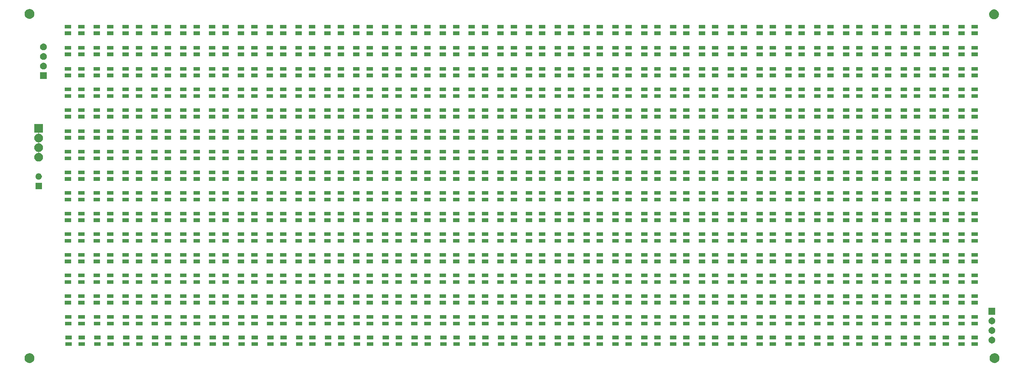
<source format=gbr>
G04 #@! TF.GenerationSoftware,KiCad,Pcbnew,(5.1.5-0-10_14)*
G04 #@! TF.CreationDate,2020-03-13T19:41:52-07:00*
G04 #@! TF.ProjectId,SpectrumAnayzerMini32Horz,53706563-7472-4756-9d41-6e61797a6572,rev?*
G04 #@! TF.SameCoordinates,Original*
G04 #@! TF.FileFunction,Soldermask,Top*
G04 #@! TF.FilePolarity,Negative*
%FSLAX46Y46*%
G04 Gerber Fmt 4.6, Leading zero omitted, Abs format (unit mm)*
G04 Created by KiCad (PCBNEW (5.1.5-0-10_14)) date 2020-03-13 19:41:52*
%MOMM*%
%LPD*%
G04 APERTURE LIST*
%ADD10C,0.100000*%
G04 APERTURE END LIST*
D10*
G36*
X279017487Y-119906996D02*
G01*
X279254253Y-120005068D01*
X279254255Y-120005069D01*
X279467339Y-120147447D01*
X279648553Y-120328661D01*
X279790932Y-120541747D01*
X279889004Y-120778513D01*
X279939000Y-121029861D01*
X279939000Y-121286139D01*
X279889004Y-121537487D01*
X279790932Y-121774253D01*
X279790931Y-121774255D01*
X279648553Y-121987339D01*
X279467339Y-122168553D01*
X279254255Y-122310931D01*
X279254254Y-122310932D01*
X279254253Y-122310932D01*
X279017487Y-122409004D01*
X278766139Y-122459000D01*
X278509861Y-122459000D01*
X278258513Y-122409004D01*
X278021747Y-122310932D01*
X278021746Y-122310932D01*
X278021745Y-122310931D01*
X277808661Y-122168553D01*
X277627447Y-121987339D01*
X277485069Y-121774255D01*
X277485068Y-121774253D01*
X277386996Y-121537487D01*
X277337000Y-121286139D01*
X277337000Y-121029861D01*
X277386996Y-120778513D01*
X277485068Y-120541747D01*
X277627447Y-120328661D01*
X277808661Y-120147447D01*
X278021745Y-120005069D01*
X278021747Y-120005068D01*
X278258513Y-119906996D01*
X278509861Y-119857000D01*
X278766139Y-119857000D01*
X279017487Y-119906996D01*
G37*
G36*
X24001487Y-119906996D02*
G01*
X24238253Y-120005068D01*
X24238255Y-120005069D01*
X24451339Y-120147447D01*
X24632553Y-120328661D01*
X24774932Y-120541747D01*
X24873004Y-120778513D01*
X24923000Y-121029861D01*
X24923000Y-121286139D01*
X24873004Y-121537487D01*
X24774932Y-121774253D01*
X24774931Y-121774255D01*
X24632553Y-121987339D01*
X24451339Y-122168553D01*
X24238255Y-122310931D01*
X24238254Y-122310932D01*
X24238253Y-122310932D01*
X24001487Y-122409004D01*
X23750139Y-122459000D01*
X23493861Y-122459000D01*
X23242513Y-122409004D01*
X23005747Y-122310932D01*
X23005746Y-122310932D01*
X23005745Y-122310931D01*
X22792661Y-122168553D01*
X22611447Y-121987339D01*
X22469069Y-121774255D01*
X22469068Y-121774253D01*
X22370996Y-121537487D01*
X22321000Y-121286139D01*
X22321000Y-121029861D01*
X22370996Y-120778513D01*
X22469068Y-120541747D01*
X22611447Y-120328661D01*
X22792661Y-120147447D01*
X23005745Y-120005069D01*
X23005747Y-120005068D01*
X23242513Y-119906996D01*
X23493861Y-119857000D01*
X23750139Y-119857000D01*
X24001487Y-119906996D01*
G37*
G36*
X266634000Y-117937000D02*
G01*
X264932000Y-117937000D01*
X264932000Y-116985000D01*
X266634000Y-116985000D01*
X266634000Y-117937000D01*
G37*
G36*
X263134000Y-117937000D02*
G01*
X261432000Y-117937000D01*
X261432000Y-116985000D01*
X263134000Y-116985000D01*
X263134000Y-117937000D01*
G37*
G36*
X259014000Y-117937000D02*
G01*
X257312000Y-117937000D01*
X257312000Y-116985000D01*
X259014000Y-116985000D01*
X259014000Y-117937000D01*
G37*
G36*
X255514000Y-117937000D02*
G01*
X253812000Y-117937000D01*
X253812000Y-116985000D01*
X255514000Y-116985000D01*
X255514000Y-117937000D01*
G37*
G36*
X251394000Y-117937000D02*
G01*
X249692000Y-117937000D01*
X249692000Y-116985000D01*
X251394000Y-116985000D01*
X251394000Y-117937000D01*
G37*
G36*
X247894000Y-117937000D02*
G01*
X246192000Y-117937000D01*
X246192000Y-116985000D01*
X247894000Y-116985000D01*
X247894000Y-117937000D01*
G37*
G36*
X243774000Y-117937000D02*
G01*
X242072000Y-117937000D01*
X242072000Y-116985000D01*
X243774000Y-116985000D01*
X243774000Y-117937000D01*
G37*
G36*
X240274000Y-117937000D02*
G01*
X238572000Y-117937000D01*
X238572000Y-116985000D01*
X240274000Y-116985000D01*
X240274000Y-117937000D01*
G37*
G36*
X236154000Y-117937000D02*
G01*
X234452000Y-117937000D01*
X234452000Y-116985000D01*
X236154000Y-116985000D01*
X236154000Y-117937000D01*
G37*
G36*
X232654000Y-117937000D02*
G01*
X230952000Y-117937000D01*
X230952000Y-116985000D01*
X232654000Y-116985000D01*
X232654000Y-117937000D01*
G37*
G36*
X228534000Y-117937000D02*
G01*
X226832000Y-117937000D01*
X226832000Y-116985000D01*
X228534000Y-116985000D01*
X228534000Y-117937000D01*
G37*
G36*
X225034000Y-117937000D02*
G01*
X223332000Y-117937000D01*
X223332000Y-116985000D01*
X225034000Y-116985000D01*
X225034000Y-117937000D01*
G37*
G36*
X220914000Y-117937000D02*
G01*
X219212000Y-117937000D01*
X219212000Y-116985000D01*
X220914000Y-116985000D01*
X220914000Y-117937000D01*
G37*
G36*
X217414000Y-117937000D02*
G01*
X215712000Y-117937000D01*
X215712000Y-116985000D01*
X217414000Y-116985000D01*
X217414000Y-117937000D01*
G37*
G36*
X213294000Y-117937000D02*
G01*
X211592000Y-117937000D01*
X211592000Y-116985000D01*
X213294000Y-116985000D01*
X213294000Y-117937000D01*
G37*
G36*
X209794000Y-117937000D02*
G01*
X208092000Y-117937000D01*
X208092000Y-116985000D01*
X209794000Y-116985000D01*
X209794000Y-117937000D01*
G37*
G36*
X205674000Y-117937000D02*
G01*
X203972000Y-117937000D01*
X203972000Y-116985000D01*
X205674000Y-116985000D01*
X205674000Y-117937000D01*
G37*
G36*
X202174000Y-117937000D02*
G01*
X200472000Y-117937000D01*
X200472000Y-116985000D01*
X202174000Y-116985000D01*
X202174000Y-117937000D01*
G37*
G36*
X198054000Y-117937000D02*
G01*
X196352000Y-117937000D01*
X196352000Y-116985000D01*
X198054000Y-116985000D01*
X198054000Y-117937000D01*
G37*
G36*
X194554000Y-117937000D02*
G01*
X192852000Y-117937000D01*
X192852000Y-116985000D01*
X194554000Y-116985000D01*
X194554000Y-117937000D01*
G37*
G36*
X190434000Y-117937000D02*
G01*
X188732000Y-117937000D01*
X188732000Y-116985000D01*
X190434000Y-116985000D01*
X190434000Y-117937000D01*
G37*
G36*
X186934000Y-117937000D02*
G01*
X185232000Y-117937000D01*
X185232000Y-116985000D01*
X186934000Y-116985000D01*
X186934000Y-117937000D01*
G37*
G36*
X182814000Y-117937000D02*
G01*
X181112000Y-117937000D01*
X181112000Y-116985000D01*
X182814000Y-116985000D01*
X182814000Y-117937000D01*
G37*
G36*
X179314000Y-117937000D02*
G01*
X177612000Y-117937000D01*
X177612000Y-116985000D01*
X179314000Y-116985000D01*
X179314000Y-117937000D01*
G37*
G36*
X175194000Y-117937000D02*
G01*
X173492000Y-117937000D01*
X173492000Y-116985000D01*
X175194000Y-116985000D01*
X175194000Y-117937000D01*
G37*
G36*
X171694000Y-117937000D02*
G01*
X169992000Y-117937000D01*
X169992000Y-116985000D01*
X171694000Y-116985000D01*
X171694000Y-117937000D01*
G37*
G36*
X167574000Y-117937000D02*
G01*
X165872000Y-117937000D01*
X165872000Y-116985000D01*
X167574000Y-116985000D01*
X167574000Y-117937000D01*
G37*
G36*
X164074000Y-117937000D02*
G01*
X162372000Y-117937000D01*
X162372000Y-116985000D01*
X164074000Y-116985000D01*
X164074000Y-117937000D01*
G37*
G36*
X159954000Y-117937000D02*
G01*
X158252000Y-117937000D01*
X158252000Y-116985000D01*
X159954000Y-116985000D01*
X159954000Y-117937000D01*
G37*
G36*
X156454000Y-117937000D02*
G01*
X154752000Y-117937000D01*
X154752000Y-116985000D01*
X156454000Y-116985000D01*
X156454000Y-117937000D01*
G37*
G36*
X152588000Y-117937000D02*
G01*
X150886000Y-117937000D01*
X150886000Y-116985000D01*
X152588000Y-116985000D01*
X152588000Y-117937000D01*
G37*
G36*
X149088000Y-117937000D02*
G01*
X147386000Y-117937000D01*
X147386000Y-116985000D01*
X149088000Y-116985000D01*
X149088000Y-117937000D01*
G37*
G36*
X144968000Y-117937000D02*
G01*
X143266000Y-117937000D01*
X143266000Y-116985000D01*
X144968000Y-116985000D01*
X144968000Y-117937000D01*
G37*
G36*
X141468000Y-117937000D02*
G01*
X139766000Y-117937000D01*
X139766000Y-116985000D01*
X141468000Y-116985000D01*
X141468000Y-117937000D01*
G37*
G36*
X137348000Y-117937000D02*
G01*
X135646000Y-117937000D01*
X135646000Y-116985000D01*
X137348000Y-116985000D01*
X137348000Y-117937000D01*
G37*
G36*
X133848000Y-117937000D02*
G01*
X132146000Y-117937000D01*
X132146000Y-116985000D01*
X133848000Y-116985000D01*
X133848000Y-117937000D01*
G37*
G36*
X129728000Y-117937000D02*
G01*
X128026000Y-117937000D01*
X128026000Y-116985000D01*
X129728000Y-116985000D01*
X129728000Y-117937000D01*
G37*
G36*
X126228000Y-117937000D02*
G01*
X124526000Y-117937000D01*
X124526000Y-116985000D01*
X126228000Y-116985000D01*
X126228000Y-117937000D01*
G37*
G36*
X122108000Y-117937000D02*
G01*
X120406000Y-117937000D01*
X120406000Y-116985000D01*
X122108000Y-116985000D01*
X122108000Y-117937000D01*
G37*
G36*
X118608000Y-117937000D02*
G01*
X116906000Y-117937000D01*
X116906000Y-116985000D01*
X118608000Y-116985000D01*
X118608000Y-117937000D01*
G37*
G36*
X114488000Y-117937000D02*
G01*
X112786000Y-117937000D01*
X112786000Y-116985000D01*
X114488000Y-116985000D01*
X114488000Y-117937000D01*
G37*
G36*
X110988000Y-117937000D02*
G01*
X109286000Y-117937000D01*
X109286000Y-116985000D01*
X110988000Y-116985000D01*
X110988000Y-117937000D01*
G37*
G36*
X106868000Y-117937000D02*
G01*
X105166000Y-117937000D01*
X105166000Y-116985000D01*
X106868000Y-116985000D01*
X106868000Y-117937000D01*
G37*
G36*
X103368000Y-117937000D02*
G01*
X101666000Y-117937000D01*
X101666000Y-116985000D01*
X103368000Y-116985000D01*
X103368000Y-117937000D01*
G37*
G36*
X99248000Y-117937000D02*
G01*
X97546000Y-117937000D01*
X97546000Y-116985000D01*
X99248000Y-116985000D01*
X99248000Y-117937000D01*
G37*
G36*
X95748000Y-117937000D02*
G01*
X94046000Y-117937000D01*
X94046000Y-116985000D01*
X95748000Y-116985000D01*
X95748000Y-117937000D01*
G37*
G36*
X91628000Y-117937000D02*
G01*
X89926000Y-117937000D01*
X89926000Y-116985000D01*
X91628000Y-116985000D01*
X91628000Y-117937000D01*
G37*
G36*
X88128000Y-117937000D02*
G01*
X86426000Y-117937000D01*
X86426000Y-116985000D01*
X88128000Y-116985000D01*
X88128000Y-117937000D01*
G37*
G36*
X84008000Y-117937000D02*
G01*
X82306000Y-117937000D01*
X82306000Y-116985000D01*
X84008000Y-116985000D01*
X84008000Y-117937000D01*
G37*
G36*
X80508000Y-117937000D02*
G01*
X78806000Y-117937000D01*
X78806000Y-116985000D01*
X80508000Y-116985000D01*
X80508000Y-117937000D01*
G37*
G36*
X76388000Y-117937000D02*
G01*
X74686000Y-117937000D01*
X74686000Y-116985000D01*
X76388000Y-116985000D01*
X76388000Y-117937000D01*
G37*
G36*
X72888000Y-117937000D02*
G01*
X71186000Y-117937000D01*
X71186000Y-116985000D01*
X72888000Y-116985000D01*
X72888000Y-117937000D01*
G37*
G36*
X68768000Y-117937000D02*
G01*
X67066000Y-117937000D01*
X67066000Y-116985000D01*
X68768000Y-116985000D01*
X68768000Y-117937000D01*
G37*
G36*
X65268000Y-117937000D02*
G01*
X63566000Y-117937000D01*
X63566000Y-116985000D01*
X65268000Y-116985000D01*
X65268000Y-117937000D01*
G37*
G36*
X61148000Y-117937000D02*
G01*
X59446000Y-117937000D01*
X59446000Y-116985000D01*
X61148000Y-116985000D01*
X61148000Y-117937000D01*
G37*
G36*
X57648000Y-117937000D02*
G01*
X55946000Y-117937000D01*
X55946000Y-116985000D01*
X57648000Y-116985000D01*
X57648000Y-117937000D01*
G37*
G36*
X53528000Y-117937000D02*
G01*
X51826000Y-117937000D01*
X51826000Y-116985000D01*
X53528000Y-116985000D01*
X53528000Y-117937000D01*
G37*
G36*
X50028000Y-117937000D02*
G01*
X48326000Y-117937000D01*
X48326000Y-116985000D01*
X50028000Y-116985000D01*
X50028000Y-117937000D01*
G37*
G36*
X45908000Y-117937000D02*
G01*
X44206000Y-117937000D01*
X44206000Y-116985000D01*
X45908000Y-116985000D01*
X45908000Y-117937000D01*
G37*
G36*
X42408000Y-117937000D02*
G01*
X40706000Y-117937000D01*
X40706000Y-116985000D01*
X42408000Y-116985000D01*
X42408000Y-117937000D01*
G37*
G36*
X38288000Y-117937000D02*
G01*
X36586000Y-117937000D01*
X36586000Y-116985000D01*
X38288000Y-116985000D01*
X38288000Y-117937000D01*
G37*
G36*
X34788000Y-117937000D02*
G01*
X33086000Y-117937000D01*
X33086000Y-116985000D01*
X34788000Y-116985000D01*
X34788000Y-117937000D01*
G37*
G36*
X274254000Y-117937000D02*
G01*
X272552000Y-117937000D01*
X272552000Y-116985000D01*
X274254000Y-116985000D01*
X274254000Y-117937000D01*
G37*
G36*
X270754000Y-117937000D02*
G01*
X269052000Y-117937000D01*
X269052000Y-116985000D01*
X270754000Y-116985000D01*
X270754000Y-117937000D01*
G37*
G36*
X278053012Y-115499427D02*
G01*
X278202312Y-115529124D01*
X278366284Y-115597044D01*
X278513854Y-115695647D01*
X278639353Y-115821146D01*
X278737956Y-115968716D01*
X278805876Y-116132688D01*
X278840500Y-116306759D01*
X278840500Y-116484241D01*
X278805876Y-116658312D01*
X278737956Y-116822284D01*
X278639353Y-116969854D01*
X278513854Y-117095353D01*
X278366284Y-117193956D01*
X278202312Y-117261876D01*
X278053012Y-117291573D01*
X278028242Y-117296500D01*
X277850758Y-117296500D01*
X277825988Y-117291573D01*
X277676688Y-117261876D01*
X277512716Y-117193956D01*
X277365146Y-117095353D01*
X277239647Y-116969854D01*
X277141044Y-116822284D01*
X277073124Y-116658312D01*
X277038500Y-116484241D01*
X277038500Y-116306759D01*
X277073124Y-116132688D01*
X277141044Y-115968716D01*
X277239647Y-115821146D01*
X277365146Y-115695647D01*
X277512716Y-115597044D01*
X277676688Y-115529124D01*
X277825988Y-115499427D01*
X277850758Y-115494500D01*
X278028242Y-115494500D01*
X278053012Y-115499427D01*
G37*
G36*
X38288000Y-116187000D02*
G01*
X36586000Y-116187000D01*
X36586000Y-115235000D01*
X38288000Y-115235000D01*
X38288000Y-116187000D01*
G37*
G36*
X42408000Y-116187000D02*
G01*
X40706000Y-116187000D01*
X40706000Y-115235000D01*
X42408000Y-115235000D01*
X42408000Y-116187000D01*
G37*
G36*
X34788000Y-116187000D02*
G01*
X33086000Y-116187000D01*
X33086000Y-115235000D01*
X34788000Y-115235000D01*
X34788000Y-116187000D01*
G37*
G36*
X45908000Y-116187000D02*
G01*
X44206000Y-116187000D01*
X44206000Y-115235000D01*
X45908000Y-115235000D01*
X45908000Y-116187000D01*
G37*
G36*
X50028000Y-116187000D02*
G01*
X48326000Y-116187000D01*
X48326000Y-115235000D01*
X50028000Y-115235000D01*
X50028000Y-116187000D01*
G37*
G36*
X53528000Y-116187000D02*
G01*
X51826000Y-116187000D01*
X51826000Y-115235000D01*
X53528000Y-115235000D01*
X53528000Y-116187000D01*
G37*
G36*
X57648000Y-116187000D02*
G01*
X55946000Y-116187000D01*
X55946000Y-115235000D01*
X57648000Y-115235000D01*
X57648000Y-116187000D01*
G37*
G36*
X61148000Y-116187000D02*
G01*
X59446000Y-116187000D01*
X59446000Y-115235000D01*
X61148000Y-115235000D01*
X61148000Y-116187000D01*
G37*
G36*
X65268000Y-116187000D02*
G01*
X63566000Y-116187000D01*
X63566000Y-115235000D01*
X65268000Y-115235000D01*
X65268000Y-116187000D01*
G37*
G36*
X68768000Y-116187000D02*
G01*
X67066000Y-116187000D01*
X67066000Y-115235000D01*
X68768000Y-115235000D01*
X68768000Y-116187000D01*
G37*
G36*
X72888000Y-116187000D02*
G01*
X71186000Y-116187000D01*
X71186000Y-115235000D01*
X72888000Y-115235000D01*
X72888000Y-116187000D01*
G37*
G36*
X76388000Y-116187000D02*
G01*
X74686000Y-116187000D01*
X74686000Y-115235000D01*
X76388000Y-115235000D01*
X76388000Y-116187000D01*
G37*
G36*
X80508000Y-116187000D02*
G01*
X78806000Y-116187000D01*
X78806000Y-115235000D01*
X80508000Y-115235000D01*
X80508000Y-116187000D01*
G37*
G36*
X84008000Y-116187000D02*
G01*
X82306000Y-116187000D01*
X82306000Y-115235000D01*
X84008000Y-115235000D01*
X84008000Y-116187000D01*
G37*
G36*
X88128000Y-116187000D02*
G01*
X86426000Y-116187000D01*
X86426000Y-115235000D01*
X88128000Y-115235000D01*
X88128000Y-116187000D01*
G37*
G36*
X91628000Y-116187000D02*
G01*
X89926000Y-116187000D01*
X89926000Y-115235000D01*
X91628000Y-115235000D01*
X91628000Y-116187000D01*
G37*
G36*
X95748000Y-116187000D02*
G01*
X94046000Y-116187000D01*
X94046000Y-115235000D01*
X95748000Y-115235000D01*
X95748000Y-116187000D01*
G37*
G36*
X99248000Y-116187000D02*
G01*
X97546000Y-116187000D01*
X97546000Y-115235000D01*
X99248000Y-115235000D01*
X99248000Y-116187000D01*
G37*
G36*
X103368000Y-116187000D02*
G01*
X101666000Y-116187000D01*
X101666000Y-115235000D01*
X103368000Y-115235000D01*
X103368000Y-116187000D01*
G37*
G36*
X106868000Y-116187000D02*
G01*
X105166000Y-116187000D01*
X105166000Y-115235000D01*
X106868000Y-115235000D01*
X106868000Y-116187000D01*
G37*
G36*
X110988000Y-116187000D02*
G01*
X109286000Y-116187000D01*
X109286000Y-115235000D01*
X110988000Y-115235000D01*
X110988000Y-116187000D01*
G37*
G36*
X114488000Y-116187000D02*
G01*
X112786000Y-116187000D01*
X112786000Y-115235000D01*
X114488000Y-115235000D01*
X114488000Y-116187000D01*
G37*
G36*
X118608000Y-116187000D02*
G01*
X116906000Y-116187000D01*
X116906000Y-115235000D01*
X118608000Y-115235000D01*
X118608000Y-116187000D01*
G37*
G36*
X122108000Y-116187000D02*
G01*
X120406000Y-116187000D01*
X120406000Y-115235000D01*
X122108000Y-115235000D01*
X122108000Y-116187000D01*
G37*
G36*
X126228000Y-116187000D02*
G01*
X124526000Y-116187000D01*
X124526000Y-115235000D01*
X126228000Y-115235000D01*
X126228000Y-116187000D01*
G37*
G36*
X129728000Y-116187000D02*
G01*
X128026000Y-116187000D01*
X128026000Y-115235000D01*
X129728000Y-115235000D01*
X129728000Y-116187000D01*
G37*
G36*
X133848000Y-116187000D02*
G01*
X132146000Y-116187000D01*
X132146000Y-115235000D01*
X133848000Y-115235000D01*
X133848000Y-116187000D01*
G37*
G36*
X137348000Y-116187000D02*
G01*
X135646000Y-116187000D01*
X135646000Y-115235000D01*
X137348000Y-115235000D01*
X137348000Y-116187000D01*
G37*
G36*
X141468000Y-116187000D02*
G01*
X139766000Y-116187000D01*
X139766000Y-115235000D01*
X141468000Y-115235000D01*
X141468000Y-116187000D01*
G37*
G36*
X144968000Y-116187000D02*
G01*
X143266000Y-116187000D01*
X143266000Y-115235000D01*
X144968000Y-115235000D01*
X144968000Y-116187000D01*
G37*
G36*
X149088000Y-116187000D02*
G01*
X147386000Y-116187000D01*
X147386000Y-115235000D01*
X149088000Y-115235000D01*
X149088000Y-116187000D01*
G37*
G36*
X152588000Y-116187000D02*
G01*
X150886000Y-116187000D01*
X150886000Y-115235000D01*
X152588000Y-115235000D01*
X152588000Y-116187000D01*
G37*
G36*
X156454000Y-116187000D02*
G01*
X154752000Y-116187000D01*
X154752000Y-115235000D01*
X156454000Y-115235000D01*
X156454000Y-116187000D01*
G37*
G36*
X159954000Y-116187000D02*
G01*
X158252000Y-116187000D01*
X158252000Y-115235000D01*
X159954000Y-115235000D01*
X159954000Y-116187000D01*
G37*
G36*
X164074000Y-116187000D02*
G01*
X162372000Y-116187000D01*
X162372000Y-115235000D01*
X164074000Y-115235000D01*
X164074000Y-116187000D01*
G37*
G36*
X167574000Y-116187000D02*
G01*
X165872000Y-116187000D01*
X165872000Y-115235000D01*
X167574000Y-115235000D01*
X167574000Y-116187000D01*
G37*
G36*
X171694000Y-116187000D02*
G01*
X169992000Y-116187000D01*
X169992000Y-115235000D01*
X171694000Y-115235000D01*
X171694000Y-116187000D01*
G37*
G36*
X175194000Y-116187000D02*
G01*
X173492000Y-116187000D01*
X173492000Y-115235000D01*
X175194000Y-115235000D01*
X175194000Y-116187000D01*
G37*
G36*
X179314000Y-116187000D02*
G01*
X177612000Y-116187000D01*
X177612000Y-115235000D01*
X179314000Y-115235000D01*
X179314000Y-116187000D01*
G37*
G36*
X182814000Y-116187000D02*
G01*
X181112000Y-116187000D01*
X181112000Y-115235000D01*
X182814000Y-115235000D01*
X182814000Y-116187000D01*
G37*
G36*
X186934000Y-116187000D02*
G01*
X185232000Y-116187000D01*
X185232000Y-115235000D01*
X186934000Y-115235000D01*
X186934000Y-116187000D01*
G37*
G36*
X190434000Y-116187000D02*
G01*
X188732000Y-116187000D01*
X188732000Y-115235000D01*
X190434000Y-115235000D01*
X190434000Y-116187000D01*
G37*
G36*
X194554000Y-116187000D02*
G01*
X192852000Y-116187000D01*
X192852000Y-115235000D01*
X194554000Y-115235000D01*
X194554000Y-116187000D01*
G37*
G36*
X198054000Y-116187000D02*
G01*
X196352000Y-116187000D01*
X196352000Y-115235000D01*
X198054000Y-115235000D01*
X198054000Y-116187000D01*
G37*
G36*
X202174000Y-116187000D02*
G01*
X200472000Y-116187000D01*
X200472000Y-115235000D01*
X202174000Y-115235000D01*
X202174000Y-116187000D01*
G37*
G36*
X205674000Y-116187000D02*
G01*
X203972000Y-116187000D01*
X203972000Y-115235000D01*
X205674000Y-115235000D01*
X205674000Y-116187000D01*
G37*
G36*
X209794000Y-116187000D02*
G01*
X208092000Y-116187000D01*
X208092000Y-115235000D01*
X209794000Y-115235000D01*
X209794000Y-116187000D01*
G37*
G36*
X213294000Y-116187000D02*
G01*
X211592000Y-116187000D01*
X211592000Y-115235000D01*
X213294000Y-115235000D01*
X213294000Y-116187000D01*
G37*
G36*
X217414000Y-116187000D02*
G01*
X215712000Y-116187000D01*
X215712000Y-115235000D01*
X217414000Y-115235000D01*
X217414000Y-116187000D01*
G37*
G36*
X220914000Y-116187000D02*
G01*
X219212000Y-116187000D01*
X219212000Y-115235000D01*
X220914000Y-115235000D01*
X220914000Y-116187000D01*
G37*
G36*
X225034000Y-116187000D02*
G01*
X223332000Y-116187000D01*
X223332000Y-115235000D01*
X225034000Y-115235000D01*
X225034000Y-116187000D01*
G37*
G36*
X228534000Y-116187000D02*
G01*
X226832000Y-116187000D01*
X226832000Y-115235000D01*
X228534000Y-115235000D01*
X228534000Y-116187000D01*
G37*
G36*
X232654000Y-116187000D02*
G01*
X230952000Y-116187000D01*
X230952000Y-115235000D01*
X232654000Y-115235000D01*
X232654000Y-116187000D01*
G37*
G36*
X236154000Y-116187000D02*
G01*
X234452000Y-116187000D01*
X234452000Y-115235000D01*
X236154000Y-115235000D01*
X236154000Y-116187000D01*
G37*
G36*
X240274000Y-116187000D02*
G01*
X238572000Y-116187000D01*
X238572000Y-115235000D01*
X240274000Y-115235000D01*
X240274000Y-116187000D01*
G37*
G36*
X243774000Y-116187000D02*
G01*
X242072000Y-116187000D01*
X242072000Y-115235000D01*
X243774000Y-115235000D01*
X243774000Y-116187000D01*
G37*
G36*
X247894000Y-116187000D02*
G01*
X246192000Y-116187000D01*
X246192000Y-115235000D01*
X247894000Y-115235000D01*
X247894000Y-116187000D01*
G37*
G36*
X251394000Y-116187000D02*
G01*
X249692000Y-116187000D01*
X249692000Y-115235000D01*
X251394000Y-115235000D01*
X251394000Y-116187000D01*
G37*
G36*
X255514000Y-116187000D02*
G01*
X253812000Y-116187000D01*
X253812000Y-115235000D01*
X255514000Y-115235000D01*
X255514000Y-116187000D01*
G37*
G36*
X259014000Y-116187000D02*
G01*
X257312000Y-116187000D01*
X257312000Y-115235000D01*
X259014000Y-115235000D01*
X259014000Y-116187000D01*
G37*
G36*
X263134000Y-116187000D02*
G01*
X261432000Y-116187000D01*
X261432000Y-115235000D01*
X263134000Y-115235000D01*
X263134000Y-116187000D01*
G37*
G36*
X266634000Y-116187000D02*
G01*
X264932000Y-116187000D01*
X264932000Y-115235000D01*
X266634000Y-115235000D01*
X266634000Y-116187000D01*
G37*
G36*
X270754000Y-116187000D02*
G01*
X269052000Y-116187000D01*
X269052000Y-115235000D01*
X270754000Y-115235000D01*
X270754000Y-116187000D01*
G37*
G36*
X274254000Y-116187000D02*
G01*
X272552000Y-116187000D01*
X272552000Y-115235000D01*
X274254000Y-115235000D01*
X274254000Y-116187000D01*
G37*
G36*
X278053012Y-112959427D02*
G01*
X278202312Y-112989124D01*
X278366284Y-113057044D01*
X278513854Y-113155647D01*
X278639353Y-113281146D01*
X278737956Y-113428716D01*
X278805876Y-113592688D01*
X278840500Y-113766759D01*
X278840500Y-113944241D01*
X278805876Y-114118312D01*
X278737956Y-114282284D01*
X278639353Y-114429854D01*
X278513854Y-114555353D01*
X278366284Y-114653956D01*
X278202312Y-114721876D01*
X278053012Y-114751573D01*
X278028242Y-114756500D01*
X277850758Y-114756500D01*
X277825988Y-114751573D01*
X277676688Y-114721876D01*
X277512716Y-114653956D01*
X277365146Y-114555353D01*
X277239647Y-114429854D01*
X277141044Y-114282284D01*
X277073124Y-114118312D01*
X277038500Y-113944241D01*
X277038500Y-113766759D01*
X277073124Y-113592688D01*
X277141044Y-113428716D01*
X277239647Y-113281146D01*
X277365146Y-113155647D01*
X277512716Y-113057044D01*
X277676688Y-112989124D01*
X277825988Y-112959427D01*
X277850758Y-112954500D01*
X278028242Y-112954500D01*
X278053012Y-112959427D01*
G37*
G36*
X270754000Y-112476000D02*
G01*
X269052000Y-112476000D01*
X269052000Y-111524000D01*
X270754000Y-111524000D01*
X270754000Y-112476000D01*
G37*
G36*
X34724500Y-112476000D02*
G01*
X33022500Y-112476000D01*
X33022500Y-111524000D01*
X34724500Y-111524000D01*
X34724500Y-112476000D01*
G37*
G36*
X274254000Y-112476000D02*
G01*
X272552000Y-112476000D01*
X272552000Y-111524000D01*
X274254000Y-111524000D01*
X274254000Y-112476000D01*
G37*
G36*
X38224500Y-112476000D02*
G01*
X36522500Y-112476000D01*
X36522500Y-111524000D01*
X38224500Y-111524000D01*
X38224500Y-112476000D01*
G37*
G36*
X42344500Y-112476000D02*
G01*
X40642500Y-112476000D01*
X40642500Y-111524000D01*
X42344500Y-111524000D01*
X42344500Y-112476000D01*
G37*
G36*
X266634000Y-112476000D02*
G01*
X264932000Y-112476000D01*
X264932000Y-111524000D01*
X266634000Y-111524000D01*
X266634000Y-112476000D01*
G37*
G36*
X45844500Y-112476000D02*
G01*
X44142500Y-112476000D01*
X44142500Y-111524000D01*
X45844500Y-111524000D01*
X45844500Y-112476000D01*
G37*
G36*
X263134000Y-112476000D02*
G01*
X261432000Y-112476000D01*
X261432000Y-111524000D01*
X263134000Y-111524000D01*
X263134000Y-112476000D01*
G37*
G36*
X49964500Y-112476000D02*
G01*
X48262500Y-112476000D01*
X48262500Y-111524000D01*
X49964500Y-111524000D01*
X49964500Y-112476000D01*
G37*
G36*
X259014000Y-112476000D02*
G01*
X257312000Y-112476000D01*
X257312000Y-111524000D01*
X259014000Y-111524000D01*
X259014000Y-112476000D01*
G37*
G36*
X53464500Y-112476000D02*
G01*
X51762500Y-112476000D01*
X51762500Y-111524000D01*
X53464500Y-111524000D01*
X53464500Y-112476000D01*
G37*
G36*
X255514000Y-112476000D02*
G01*
X253812000Y-112476000D01*
X253812000Y-111524000D01*
X255514000Y-111524000D01*
X255514000Y-112476000D01*
G37*
G36*
X57584500Y-112476000D02*
G01*
X55882500Y-112476000D01*
X55882500Y-111524000D01*
X57584500Y-111524000D01*
X57584500Y-112476000D01*
G37*
G36*
X251394000Y-112476000D02*
G01*
X249692000Y-112476000D01*
X249692000Y-111524000D01*
X251394000Y-111524000D01*
X251394000Y-112476000D01*
G37*
G36*
X61084500Y-112476000D02*
G01*
X59382500Y-112476000D01*
X59382500Y-111524000D01*
X61084500Y-111524000D01*
X61084500Y-112476000D01*
G37*
G36*
X247894000Y-112476000D02*
G01*
X246192000Y-112476000D01*
X246192000Y-111524000D01*
X247894000Y-111524000D01*
X247894000Y-112476000D01*
G37*
G36*
X65204500Y-112476000D02*
G01*
X63502500Y-112476000D01*
X63502500Y-111524000D01*
X65204500Y-111524000D01*
X65204500Y-112476000D01*
G37*
G36*
X243774000Y-112476000D02*
G01*
X242072000Y-112476000D01*
X242072000Y-111524000D01*
X243774000Y-111524000D01*
X243774000Y-112476000D01*
G37*
G36*
X68704500Y-112476000D02*
G01*
X67002500Y-112476000D01*
X67002500Y-111524000D01*
X68704500Y-111524000D01*
X68704500Y-112476000D01*
G37*
G36*
X240274000Y-112476000D02*
G01*
X238572000Y-112476000D01*
X238572000Y-111524000D01*
X240274000Y-111524000D01*
X240274000Y-112476000D01*
G37*
G36*
X72824500Y-112476000D02*
G01*
X71122500Y-112476000D01*
X71122500Y-111524000D01*
X72824500Y-111524000D01*
X72824500Y-112476000D01*
G37*
G36*
X236154000Y-112476000D02*
G01*
X234452000Y-112476000D01*
X234452000Y-111524000D01*
X236154000Y-111524000D01*
X236154000Y-112476000D01*
G37*
G36*
X76324500Y-112476000D02*
G01*
X74622500Y-112476000D01*
X74622500Y-111524000D01*
X76324500Y-111524000D01*
X76324500Y-112476000D01*
G37*
G36*
X232654000Y-112476000D02*
G01*
X230952000Y-112476000D01*
X230952000Y-111524000D01*
X232654000Y-111524000D01*
X232654000Y-112476000D01*
G37*
G36*
X80444500Y-112476000D02*
G01*
X78742500Y-112476000D01*
X78742500Y-111524000D01*
X80444500Y-111524000D01*
X80444500Y-112476000D01*
G37*
G36*
X228534000Y-112476000D02*
G01*
X226832000Y-112476000D01*
X226832000Y-111524000D01*
X228534000Y-111524000D01*
X228534000Y-112476000D01*
G37*
G36*
X83944500Y-112476000D02*
G01*
X82242500Y-112476000D01*
X82242500Y-111524000D01*
X83944500Y-111524000D01*
X83944500Y-112476000D01*
G37*
G36*
X225034000Y-112476000D02*
G01*
X223332000Y-112476000D01*
X223332000Y-111524000D01*
X225034000Y-111524000D01*
X225034000Y-112476000D01*
G37*
G36*
X88064500Y-112476000D02*
G01*
X86362500Y-112476000D01*
X86362500Y-111524000D01*
X88064500Y-111524000D01*
X88064500Y-112476000D01*
G37*
G36*
X220914000Y-112476000D02*
G01*
X219212000Y-112476000D01*
X219212000Y-111524000D01*
X220914000Y-111524000D01*
X220914000Y-112476000D01*
G37*
G36*
X91564500Y-112476000D02*
G01*
X89862500Y-112476000D01*
X89862500Y-111524000D01*
X91564500Y-111524000D01*
X91564500Y-112476000D01*
G37*
G36*
X217414000Y-112476000D02*
G01*
X215712000Y-112476000D01*
X215712000Y-111524000D01*
X217414000Y-111524000D01*
X217414000Y-112476000D01*
G37*
G36*
X95684500Y-112476000D02*
G01*
X93982500Y-112476000D01*
X93982500Y-111524000D01*
X95684500Y-111524000D01*
X95684500Y-112476000D01*
G37*
G36*
X213294000Y-112476000D02*
G01*
X211592000Y-112476000D01*
X211592000Y-111524000D01*
X213294000Y-111524000D01*
X213294000Y-112476000D01*
G37*
G36*
X99184500Y-112476000D02*
G01*
X97482500Y-112476000D01*
X97482500Y-111524000D01*
X99184500Y-111524000D01*
X99184500Y-112476000D01*
G37*
G36*
X209794000Y-112476000D02*
G01*
X208092000Y-112476000D01*
X208092000Y-111524000D01*
X209794000Y-111524000D01*
X209794000Y-112476000D01*
G37*
G36*
X103304500Y-112476000D02*
G01*
X101602500Y-112476000D01*
X101602500Y-111524000D01*
X103304500Y-111524000D01*
X103304500Y-112476000D01*
G37*
G36*
X205674000Y-112476000D02*
G01*
X203972000Y-112476000D01*
X203972000Y-111524000D01*
X205674000Y-111524000D01*
X205674000Y-112476000D01*
G37*
G36*
X106804500Y-112476000D02*
G01*
X105102500Y-112476000D01*
X105102500Y-111524000D01*
X106804500Y-111524000D01*
X106804500Y-112476000D01*
G37*
G36*
X202174000Y-112476000D02*
G01*
X200472000Y-112476000D01*
X200472000Y-111524000D01*
X202174000Y-111524000D01*
X202174000Y-112476000D01*
G37*
G36*
X110924500Y-112476000D02*
G01*
X109222500Y-112476000D01*
X109222500Y-111524000D01*
X110924500Y-111524000D01*
X110924500Y-112476000D01*
G37*
G36*
X198054000Y-112476000D02*
G01*
X196352000Y-112476000D01*
X196352000Y-111524000D01*
X198054000Y-111524000D01*
X198054000Y-112476000D01*
G37*
G36*
X114424500Y-112476000D02*
G01*
X112722500Y-112476000D01*
X112722500Y-111524000D01*
X114424500Y-111524000D01*
X114424500Y-112476000D01*
G37*
G36*
X194554000Y-112476000D02*
G01*
X192852000Y-112476000D01*
X192852000Y-111524000D01*
X194554000Y-111524000D01*
X194554000Y-112476000D01*
G37*
G36*
X118544500Y-112476000D02*
G01*
X116842500Y-112476000D01*
X116842500Y-111524000D01*
X118544500Y-111524000D01*
X118544500Y-112476000D01*
G37*
G36*
X190434000Y-112476000D02*
G01*
X188732000Y-112476000D01*
X188732000Y-111524000D01*
X190434000Y-111524000D01*
X190434000Y-112476000D01*
G37*
G36*
X122044500Y-112476000D02*
G01*
X120342500Y-112476000D01*
X120342500Y-111524000D01*
X122044500Y-111524000D01*
X122044500Y-112476000D01*
G37*
G36*
X186934000Y-112476000D02*
G01*
X185232000Y-112476000D01*
X185232000Y-111524000D01*
X186934000Y-111524000D01*
X186934000Y-112476000D01*
G37*
G36*
X126164500Y-112476000D02*
G01*
X124462500Y-112476000D01*
X124462500Y-111524000D01*
X126164500Y-111524000D01*
X126164500Y-112476000D01*
G37*
G36*
X182814000Y-112476000D02*
G01*
X181112000Y-112476000D01*
X181112000Y-111524000D01*
X182814000Y-111524000D01*
X182814000Y-112476000D01*
G37*
G36*
X129664500Y-112476000D02*
G01*
X127962500Y-112476000D01*
X127962500Y-111524000D01*
X129664500Y-111524000D01*
X129664500Y-112476000D01*
G37*
G36*
X179314000Y-112476000D02*
G01*
X177612000Y-112476000D01*
X177612000Y-111524000D01*
X179314000Y-111524000D01*
X179314000Y-112476000D01*
G37*
G36*
X133784500Y-112476000D02*
G01*
X132082500Y-112476000D01*
X132082500Y-111524000D01*
X133784500Y-111524000D01*
X133784500Y-112476000D01*
G37*
G36*
X175194000Y-112476000D02*
G01*
X173492000Y-112476000D01*
X173492000Y-111524000D01*
X175194000Y-111524000D01*
X175194000Y-112476000D01*
G37*
G36*
X137284500Y-112476000D02*
G01*
X135582500Y-112476000D01*
X135582500Y-111524000D01*
X137284500Y-111524000D01*
X137284500Y-112476000D01*
G37*
G36*
X171694000Y-112476000D02*
G01*
X169992000Y-112476000D01*
X169992000Y-111524000D01*
X171694000Y-111524000D01*
X171694000Y-112476000D01*
G37*
G36*
X141404500Y-112476000D02*
G01*
X139702500Y-112476000D01*
X139702500Y-111524000D01*
X141404500Y-111524000D01*
X141404500Y-112476000D01*
G37*
G36*
X167574000Y-112476000D02*
G01*
X165872000Y-112476000D01*
X165872000Y-111524000D01*
X167574000Y-111524000D01*
X167574000Y-112476000D01*
G37*
G36*
X144904500Y-112476000D02*
G01*
X143202500Y-112476000D01*
X143202500Y-111524000D01*
X144904500Y-111524000D01*
X144904500Y-112476000D01*
G37*
G36*
X164074000Y-112476000D02*
G01*
X162372000Y-112476000D01*
X162372000Y-111524000D01*
X164074000Y-111524000D01*
X164074000Y-112476000D01*
G37*
G36*
X149024500Y-112476000D02*
G01*
X147322500Y-112476000D01*
X147322500Y-111524000D01*
X149024500Y-111524000D01*
X149024500Y-112476000D01*
G37*
G36*
X159954000Y-112476000D02*
G01*
X158252000Y-112476000D01*
X158252000Y-111524000D01*
X159954000Y-111524000D01*
X159954000Y-112476000D01*
G37*
G36*
X152524500Y-112476000D02*
G01*
X150822500Y-112476000D01*
X150822500Y-111524000D01*
X152524500Y-111524000D01*
X152524500Y-112476000D01*
G37*
G36*
X156454000Y-112476000D02*
G01*
X154752000Y-112476000D01*
X154752000Y-111524000D01*
X156454000Y-111524000D01*
X156454000Y-112476000D01*
G37*
G36*
X278053012Y-110419427D02*
G01*
X278202312Y-110449124D01*
X278366284Y-110517044D01*
X278513854Y-110615647D01*
X278639353Y-110741146D01*
X278737956Y-110888716D01*
X278805876Y-111052688D01*
X278840500Y-111226759D01*
X278840500Y-111404241D01*
X278805876Y-111578312D01*
X278737956Y-111742284D01*
X278639353Y-111889854D01*
X278513854Y-112015353D01*
X278366284Y-112113956D01*
X278202312Y-112181876D01*
X278053012Y-112211573D01*
X278028242Y-112216500D01*
X277850758Y-112216500D01*
X277825988Y-112211573D01*
X277676688Y-112181876D01*
X277512716Y-112113956D01*
X277365146Y-112015353D01*
X277239647Y-111889854D01*
X277141044Y-111742284D01*
X277073124Y-111578312D01*
X277038500Y-111404241D01*
X277038500Y-111226759D01*
X277073124Y-111052688D01*
X277141044Y-110888716D01*
X277239647Y-110741146D01*
X277365146Y-110615647D01*
X277512716Y-110517044D01*
X277676688Y-110449124D01*
X277825988Y-110419427D01*
X277850758Y-110414500D01*
X278028242Y-110414500D01*
X278053012Y-110419427D01*
G37*
G36*
X34724500Y-110726000D02*
G01*
X33022500Y-110726000D01*
X33022500Y-109774000D01*
X34724500Y-109774000D01*
X34724500Y-110726000D01*
G37*
G36*
X38224500Y-110726000D02*
G01*
X36522500Y-110726000D01*
X36522500Y-109774000D01*
X38224500Y-109774000D01*
X38224500Y-110726000D01*
G37*
G36*
X42344500Y-110726000D02*
G01*
X40642500Y-110726000D01*
X40642500Y-109774000D01*
X42344500Y-109774000D01*
X42344500Y-110726000D01*
G37*
G36*
X45844500Y-110726000D02*
G01*
X44142500Y-110726000D01*
X44142500Y-109774000D01*
X45844500Y-109774000D01*
X45844500Y-110726000D01*
G37*
G36*
X49964500Y-110726000D02*
G01*
X48262500Y-110726000D01*
X48262500Y-109774000D01*
X49964500Y-109774000D01*
X49964500Y-110726000D01*
G37*
G36*
X53464500Y-110726000D02*
G01*
X51762500Y-110726000D01*
X51762500Y-109774000D01*
X53464500Y-109774000D01*
X53464500Y-110726000D01*
G37*
G36*
X57584500Y-110726000D02*
G01*
X55882500Y-110726000D01*
X55882500Y-109774000D01*
X57584500Y-109774000D01*
X57584500Y-110726000D01*
G37*
G36*
X61084500Y-110726000D02*
G01*
X59382500Y-110726000D01*
X59382500Y-109774000D01*
X61084500Y-109774000D01*
X61084500Y-110726000D01*
G37*
G36*
X65204500Y-110726000D02*
G01*
X63502500Y-110726000D01*
X63502500Y-109774000D01*
X65204500Y-109774000D01*
X65204500Y-110726000D01*
G37*
G36*
X68704500Y-110726000D02*
G01*
X67002500Y-110726000D01*
X67002500Y-109774000D01*
X68704500Y-109774000D01*
X68704500Y-110726000D01*
G37*
G36*
X72824500Y-110726000D02*
G01*
X71122500Y-110726000D01*
X71122500Y-109774000D01*
X72824500Y-109774000D01*
X72824500Y-110726000D01*
G37*
G36*
X76324500Y-110726000D02*
G01*
X74622500Y-110726000D01*
X74622500Y-109774000D01*
X76324500Y-109774000D01*
X76324500Y-110726000D01*
G37*
G36*
X80444500Y-110726000D02*
G01*
X78742500Y-110726000D01*
X78742500Y-109774000D01*
X80444500Y-109774000D01*
X80444500Y-110726000D01*
G37*
G36*
X83944500Y-110726000D02*
G01*
X82242500Y-110726000D01*
X82242500Y-109774000D01*
X83944500Y-109774000D01*
X83944500Y-110726000D01*
G37*
G36*
X88064500Y-110726000D02*
G01*
X86362500Y-110726000D01*
X86362500Y-109774000D01*
X88064500Y-109774000D01*
X88064500Y-110726000D01*
G37*
G36*
X91564500Y-110726000D02*
G01*
X89862500Y-110726000D01*
X89862500Y-109774000D01*
X91564500Y-109774000D01*
X91564500Y-110726000D01*
G37*
G36*
X95684500Y-110726000D02*
G01*
X93982500Y-110726000D01*
X93982500Y-109774000D01*
X95684500Y-109774000D01*
X95684500Y-110726000D01*
G37*
G36*
X99184500Y-110726000D02*
G01*
X97482500Y-110726000D01*
X97482500Y-109774000D01*
X99184500Y-109774000D01*
X99184500Y-110726000D01*
G37*
G36*
X103304500Y-110726000D02*
G01*
X101602500Y-110726000D01*
X101602500Y-109774000D01*
X103304500Y-109774000D01*
X103304500Y-110726000D01*
G37*
G36*
X106804500Y-110726000D02*
G01*
X105102500Y-110726000D01*
X105102500Y-109774000D01*
X106804500Y-109774000D01*
X106804500Y-110726000D01*
G37*
G36*
X110924500Y-110726000D02*
G01*
X109222500Y-110726000D01*
X109222500Y-109774000D01*
X110924500Y-109774000D01*
X110924500Y-110726000D01*
G37*
G36*
X114424500Y-110726000D02*
G01*
X112722500Y-110726000D01*
X112722500Y-109774000D01*
X114424500Y-109774000D01*
X114424500Y-110726000D01*
G37*
G36*
X118544500Y-110726000D02*
G01*
X116842500Y-110726000D01*
X116842500Y-109774000D01*
X118544500Y-109774000D01*
X118544500Y-110726000D01*
G37*
G36*
X122044500Y-110726000D02*
G01*
X120342500Y-110726000D01*
X120342500Y-109774000D01*
X122044500Y-109774000D01*
X122044500Y-110726000D01*
G37*
G36*
X126164500Y-110726000D02*
G01*
X124462500Y-110726000D01*
X124462500Y-109774000D01*
X126164500Y-109774000D01*
X126164500Y-110726000D01*
G37*
G36*
X129664500Y-110726000D02*
G01*
X127962500Y-110726000D01*
X127962500Y-109774000D01*
X129664500Y-109774000D01*
X129664500Y-110726000D01*
G37*
G36*
X133784500Y-110726000D02*
G01*
X132082500Y-110726000D01*
X132082500Y-109774000D01*
X133784500Y-109774000D01*
X133784500Y-110726000D01*
G37*
G36*
X137284500Y-110726000D02*
G01*
X135582500Y-110726000D01*
X135582500Y-109774000D01*
X137284500Y-109774000D01*
X137284500Y-110726000D01*
G37*
G36*
X141404500Y-110726000D02*
G01*
X139702500Y-110726000D01*
X139702500Y-109774000D01*
X141404500Y-109774000D01*
X141404500Y-110726000D01*
G37*
G36*
X144904500Y-110726000D02*
G01*
X143202500Y-110726000D01*
X143202500Y-109774000D01*
X144904500Y-109774000D01*
X144904500Y-110726000D01*
G37*
G36*
X149024500Y-110726000D02*
G01*
X147322500Y-110726000D01*
X147322500Y-109774000D01*
X149024500Y-109774000D01*
X149024500Y-110726000D01*
G37*
G36*
X152524500Y-110726000D02*
G01*
X150822500Y-110726000D01*
X150822500Y-109774000D01*
X152524500Y-109774000D01*
X152524500Y-110726000D01*
G37*
G36*
X156454000Y-110726000D02*
G01*
X154752000Y-110726000D01*
X154752000Y-109774000D01*
X156454000Y-109774000D01*
X156454000Y-110726000D01*
G37*
G36*
X159954000Y-110726000D02*
G01*
X158252000Y-110726000D01*
X158252000Y-109774000D01*
X159954000Y-109774000D01*
X159954000Y-110726000D01*
G37*
G36*
X164074000Y-110726000D02*
G01*
X162372000Y-110726000D01*
X162372000Y-109774000D01*
X164074000Y-109774000D01*
X164074000Y-110726000D01*
G37*
G36*
X167574000Y-110726000D02*
G01*
X165872000Y-110726000D01*
X165872000Y-109774000D01*
X167574000Y-109774000D01*
X167574000Y-110726000D01*
G37*
G36*
X171694000Y-110726000D02*
G01*
X169992000Y-110726000D01*
X169992000Y-109774000D01*
X171694000Y-109774000D01*
X171694000Y-110726000D01*
G37*
G36*
X175194000Y-110726000D02*
G01*
X173492000Y-110726000D01*
X173492000Y-109774000D01*
X175194000Y-109774000D01*
X175194000Y-110726000D01*
G37*
G36*
X179314000Y-110726000D02*
G01*
X177612000Y-110726000D01*
X177612000Y-109774000D01*
X179314000Y-109774000D01*
X179314000Y-110726000D01*
G37*
G36*
X182814000Y-110726000D02*
G01*
X181112000Y-110726000D01*
X181112000Y-109774000D01*
X182814000Y-109774000D01*
X182814000Y-110726000D01*
G37*
G36*
X186934000Y-110726000D02*
G01*
X185232000Y-110726000D01*
X185232000Y-109774000D01*
X186934000Y-109774000D01*
X186934000Y-110726000D01*
G37*
G36*
X190434000Y-110726000D02*
G01*
X188732000Y-110726000D01*
X188732000Y-109774000D01*
X190434000Y-109774000D01*
X190434000Y-110726000D01*
G37*
G36*
X194554000Y-110726000D02*
G01*
X192852000Y-110726000D01*
X192852000Y-109774000D01*
X194554000Y-109774000D01*
X194554000Y-110726000D01*
G37*
G36*
X198054000Y-110726000D02*
G01*
X196352000Y-110726000D01*
X196352000Y-109774000D01*
X198054000Y-109774000D01*
X198054000Y-110726000D01*
G37*
G36*
X202174000Y-110726000D02*
G01*
X200472000Y-110726000D01*
X200472000Y-109774000D01*
X202174000Y-109774000D01*
X202174000Y-110726000D01*
G37*
G36*
X205674000Y-110726000D02*
G01*
X203972000Y-110726000D01*
X203972000Y-109774000D01*
X205674000Y-109774000D01*
X205674000Y-110726000D01*
G37*
G36*
X209794000Y-110726000D02*
G01*
X208092000Y-110726000D01*
X208092000Y-109774000D01*
X209794000Y-109774000D01*
X209794000Y-110726000D01*
G37*
G36*
X213294000Y-110726000D02*
G01*
X211592000Y-110726000D01*
X211592000Y-109774000D01*
X213294000Y-109774000D01*
X213294000Y-110726000D01*
G37*
G36*
X217414000Y-110726000D02*
G01*
X215712000Y-110726000D01*
X215712000Y-109774000D01*
X217414000Y-109774000D01*
X217414000Y-110726000D01*
G37*
G36*
X220914000Y-110726000D02*
G01*
X219212000Y-110726000D01*
X219212000Y-109774000D01*
X220914000Y-109774000D01*
X220914000Y-110726000D01*
G37*
G36*
X225034000Y-110726000D02*
G01*
X223332000Y-110726000D01*
X223332000Y-109774000D01*
X225034000Y-109774000D01*
X225034000Y-110726000D01*
G37*
G36*
X228534000Y-110726000D02*
G01*
X226832000Y-110726000D01*
X226832000Y-109774000D01*
X228534000Y-109774000D01*
X228534000Y-110726000D01*
G37*
G36*
X232654000Y-110726000D02*
G01*
X230952000Y-110726000D01*
X230952000Y-109774000D01*
X232654000Y-109774000D01*
X232654000Y-110726000D01*
G37*
G36*
X236154000Y-110726000D02*
G01*
X234452000Y-110726000D01*
X234452000Y-109774000D01*
X236154000Y-109774000D01*
X236154000Y-110726000D01*
G37*
G36*
X240274000Y-110726000D02*
G01*
X238572000Y-110726000D01*
X238572000Y-109774000D01*
X240274000Y-109774000D01*
X240274000Y-110726000D01*
G37*
G36*
X243774000Y-110726000D02*
G01*
X242072000Y-110726000D01*
X242072000Y-109774000D01*
X243774000Y-109774000D01*
X243774000Y-110726000D01*
G37*
G36*
X247894000Y-110726000D02*
G01*
X246192000Y-110726000D01*
X246192000Y-109774000D01*
X247894000Y-109774000D01*
X247894000Y-110726000D01*
G37*
G36*
X251394000Y-110726000D02*
G01*
X249692000Y-110726000D01*
X249692000Y-109774000D01*
X251394000Y-109774000D01*
X251394000Y-110726000D01*
G37*
G36*
X255514000Y-110726000D02*
G01*
X253812000Y-110726000D01*
X253812000Y-109774000D01*
X255514000Y-109774000D01*
X255514000Y-110726000D01*
G37*
G36*
X259014000Y-110726000D02*
G01*
X257312000Y-110726000D01*
X257312000Y-109774000D01*
X259014000Y-109774000D01*
X259014000Y-110726000D01*
G37*
G36*
X263134000Y-110726000D02*
G01*
X261432000Y-110726000D01*
X261432000Y-109774000D01*
X263134000Y-109774000D01*
X263134000Y-110726000D01*
G37*
G36*
X266634000Y-110726000D02*
G01*
X264932000Y-110726000D01*
X264932000Y-109774000D01*
X266634000Y-109774000D01*
X266634000Y-110726000D01*
G37*
G36*
X270754000Y-110726000D02*
G01*
X269052000Y-110726000D01*
X269052000Y-109774000D01*
X270754000Y-109774000D01*
X270754000Y-110726000D01*
G37*
G36*
X274254000Y-110726000D02*
G01*
X272552000Y-110726000D01*
X272552000Y-109774000D01*
X274254000Y-109774000D01*
X274254000Y-110726000D01*
G37*
G36*
X278840500Y-109676500D02*
G01*
X277038500Y-109676500D01*
X277038500Y-107874500D01*
X278840500Y-107874500D01*
X278840500Y-109676500D01*
G37*
G36*
X240274000Y-107011500D02*
G01*
X238572000Y-107011500D01*
X238572000Y-106059500D01*
X240274000Y-106059500D01*
X240274000Y-107011500D01*
G37*
G36*
X243774000Y-107011500D02*
G01*
X242072000Y-107011500D01*
X242072000Y-106059500D01*
X243774000Y-106059500D01*
X243774000Y-107011500D01*
G37*
G36*
X274254000Y-106951500D02*
G01*
X272552000Y-106951500D01*
X272552000Y-105999500D01*
X274254000Y-105999500D01*
X274254000Y-106951500D01*
G37*
G36*
X270754000Y-106951500D02*
G01*
X269052000Y-106951500D01*
X269052000Y-105999500D01*
X270754000Y-105999500D01*
X270754000Y-106951500D01*
G37*
G36*
X34661000Y-106951500D02*
G01*
X32959000Y-106951500D01*
X32959000Y-105999500D01*
X34661000Y-105999500D01*
X34661000Y-106951500D01*
G37*
G36*
X38161000Y-106951500D02*
G01*
X36459000Y-106951500D01*
X36459000Y-105999500D01*
X38161000Y-105999500D01*
X38161000Y-106951500D01*
G37*
G36*
X42281000Y-106951500D02*
G01*
X40579000Y-106951500D01*
X40579000Y-105999500D01*
X42281000Y-105999500D01*
X42281000Y-106951500D01*
G37*
G36*
X45781000Y-106951500D02*
G01*
X44079000Y-106951500D01*
X44079000Y-105999500D01*
X45781000Y-105999500D01*
X45781000Y-106951500D01*
G37*
G36*
X49901000Y-106951500D02*
G01*
X48199000Y-106951500D01*
X48199000Y-105999500D01*
X49901000Y-105999500D01*
X49901000Y-106951500D01*
G37*
G36*
X53401000Y-106951500D02*
G01*
X51699000Y-106951500D01*
X51699000Y-105999500D01*
X53401000Y-105999500D01*
X53401000Y-106951500D01*
G37*
G36*
X57521000Y-106951500D02*
G01*
X55819000Y-106951500D01*
X55819000Y-105999500D01*
X57521000Y-105999500D01*
X57521000Y-106951500D01*
G37*
G36*
X61021000Y-106951500D02*
G01*
X59319000Y-106951500D01*
X59319000Y-105999500D01*
X61021000Y-105999500D01*
X61021000Y-106951500D01*
G37*
G36*
X65141000Y-106951500D02*
G01*
X63439000Y-106951500D01*
X63439000Y-105999500D01*
X65141000Y-105999500D01*
X65141000Y-106951500D01*
G37*
G36*
X68641000Y-106951500D02*
G01*
X66939000Y-106951500D01*
X66939000Y-105999500D01*
X68641000Y-105999500D01*
X68641000Y-106951500D01*
G37*
G36*
X72761000Y-106951500D02*
G01*
X71059000Y-106951500D01*
X71059000Y-105999500D01*
X72761000Y-105999500D01*
X72761000Y-106951500D01*
G37*
G36*
X76261000Y-106951500D02*
G01*
X74559000Y-106951500D01*
X74559000Y-105999500D01*
X76261000Y-105999500D01*
X76261000Y-106951500D01*
G37*
G36*
X80381000Y-106951500D02*
G01*
X78679000Y-106951500D01*
X78679000Y-105999500D01*
X80381000Y-105999500D01*
X80381000Y-106951500D01*
G37*
G36*
X83881000Y-106951500D02*
G01*
X82179000Y-106951500D01*
X82179000Y-105999500D01*
X83881000Y-105999500D01*
X83881000Y-106951500D01*
G37*
G36*
X88001000Y-106951500D02*
G01*
X86299000Y-106951500D01*
X86299000Y-105999500D01*
X88001000Y-105999500D01*
X88001000Y-106951500D01*
G37*
G36*
X91501000Y-106951500D02*
G01*
X89799000Y-106951500D01*
X89799000Y-105999500D01*
X91501000Y-105999500D01*
X91501000Y-106951500D01*
G37*
G36*
X95621000Y-106951500D02*
G01*
X93919000Y-106951500D01*
X93919000Y-105999500D01*
X95621000Y-105999500D01*
X95621000Y-106951500D01*
G37*
G36*
X99121000Y-106951500D02*
G01*
X97419000Y-106951500D01*
X97419000Y-105999500D01*
X99121000Y-105999500D01*
X99121000Y-106951500D01*
G37*
G36*
X103241000Y-106951500D02*
G01*
X101539000Y-106951500D01*
X101539000Y-105999500D01*
X103241000Y-105999500D01*
X103241000Y-106951500D01*
G37*
G36*
X106741000Y-106951500D02*
G01*
X105039000Y-106951500D01*
X105039000Y-105999500D01*
X106741000Y-105999500D01*
X106741000Y-106951500D01*
G37*
G36*
X110861000Y-106951500D02*
G01*
X109159000Y-106951500D01*
X109159000Y-105999500D01*
X110861000Y-105999500D01*
X110861000Y-106951500D01*
G37*
G36*
X114361000Y-106951500D02*
G01*
X112659000Y-106951500D01*
X112659000Y-105999500D01*
X114361000Y-105999500D01*
X114361000Y-106951500D01*
G37*
G36*
X118481000Y-106951500D02*
G01*
X116779000Y-106951500D01*
X116779000Y-105999500D01*
X118481000Y-105999500D01*
X118481000Y-106951500D01*
G37*
G36*
X121981000Y-106951500D02*
G01*
X120279000Y-106951500D01*
X120279000Y-105999500D01*
X121981000Y-105999500D01*
X121981000Y-106951500D01*
G37*
G36*
X126101000Y-106951500D02*
G01*
X124399000Y-106951500D01*
X124399000Y-105999500D01*
X126101000Y-105999500D01*
X126101000Y-106951500D01*
G37*
G36*
X129601000Y-106951500D02*
G01*
X127899000Y-106951500D01*
X127899000Y-105999500D01*
X129601000Y-105999500D01*
X129601000Y-106951500D01*
G37*
G36*
X133721000Y-106951500D02*
G01*
X132019000Y-106951500D01*
X132019000Y-105999500D01*
X133721000Y-105999500D01*
X133721000Y-106951500D01*
G37*
G36*
X137221000Y-106951500D02*
G01*
X135519000Y-106951500D01*
X135519000Y-105999500D01*
X137221000Y-105999500D01*
X137221000Y-106951500D01*
G37*
G36*
X141341000Y-106951500D02*
G01*
X139639000Y-106951500D01*
X139639000Y-105999500D01*
X141341000Y-105999500D01*
X141341000Y-106951500D01*
G37*
G36*
X144841000Y-106951500D02*
G01*
X143139000Y-106951500D01*
X143139000Y-105999500D01*
X144841000Y-105999500D01*
X144841000Y-106951500D01*
G37*
G36*
X148961000Y-106951500D02*
G01*
X147259000Y-106951500D01*
X147259000Y-105999500D01*
X148961000Y-105999500D01*
X148961000Y-106951500D01*
G37*
G36*
X152461000Y-106951500D02*
G01*
X150759000Y-106951500D01*
X150759000Y-105999500D01*
X152461000Y-105999500D01*
X152461000Y-106951500D01*
G37*
G36*
X156454000Y-106951500D02*
G01*
X154752000Y-106951500D01*
X154752000Y-105999500D01*
X156454000Y-105999500D01*
X156454000Y-106951500D01*
G37*
G36*
X159954000Y-106951500D02*
G01*
X158252000Y-106951500D01*
X158252000Y-105999500D01*
X159954000Y-105999500D01*
X159954000Y-106951500D01*
G37*
G36*
X164074000Y-106951500D02*
G01*
X162372000Y-106951500D01*
X162372000Y-105999500D01*
X164074000Y-105999500D01*
X164074000Y-106951500D01*
G37*
G36*
X167574000Y-106951500D02*
G01*
X165872000Y-106951500D01*
X165872000Y-105999500D01*
X167574000Y-105999500D01*
X167574000Y-106951500D01*
G37*
G36*
X171694000Y-106951500D02*
G01*
X169992000Y-106951500D01*
X169992000Y-105999500D01*
X171694000Y-105999500D01*
X171694000Y-106951500D01*
G37*
G36*
X175194000Y-106951500D02*
G01*
X173492000Y-106951500D01*
X173492000Y-105999500D01*
X175194000Y-105999500D01*
X175194000Y-106951500D01*
G37*
G36*
X179314000Y-106951500D02*
G01*
X177612000Y-106951500D01*
X177612000Y-105999500D01*
X179314000Y-105999500D01*
X179314000Y-106951500D01*
G37*
G36*
X182814000Y-106951500D02*
G01*
X181112000Y-106951500D01*
X181112000Y-105999500D01*
X182814000Y-105999500D01*
X182814000Y-106951500D01*
G37*
G36*
X186934000Y-106951500D02*
G01*
X185232000Y-106951500D01*
X185232000Y-105999500D01*
X186934000Y-105999500D01*
X186934000Y-106951500D01*
G37*
G36*
X190434000Y-106951500D02*
G01*
X188732000Y-106951500D01*
X188732000Y-105999500D01*
X190434000Y-105999500D01*
X190434000Y-106951500D01*
G37*
G36*
X194554000Y-106951500D02*
G01*
X192852000Y-106951500D01*
X192852000Y-105999500D01*
X194554000Y-105999500D01*
X194554000Y-106951500D01*
G37*
G36*
X198054000Y-106951500D02*
G01*
X196352000Y-106951500D01*
X196352000Y-105999500D01*
X198054000Y-105999500D01*
X198054000Y-106951500D01*
G37*
G36*
X202174000Y-106951500D02*
G01*
X200472000Y-106951500D01*
X200472000Y-105999500D01*
X202174000Y-105999500D01*
X202174000Y-106951500D01*
G37*
G36*
X205674000Y-106951500D02*
G01*
X203972000Y-106951500D01*
X203972000Y-105999500D01*
X205674000Y-105999500D01*
X205674000Y-106951500D01*
G37*
G36*
X209794000Y-106951500D02*
G01*
X208092000Y-106951500D01*
X208092000Y-105999500D01*
X209794000Y-105999500D01*
X209794000Y-106951500D01*
G37*
G36*
X213294000Y-106951500D02*
G01*
X211592000Y-106951500D01*
X211592000Y-105999500D01*
X213294000Y-105999500D01*
X213294000Y-106951500D01*
G37*
G36*
X217414000Y-106951500D02*
G01*
X215712000Y-106951500D01*
X215712000Y-105999500D01*
X217414000Y-105999500D01*
X217414000Y-106951500D01*
G37*
G36*
X220914000Y-106951500D02*
G01*
X219212000Y-106951500D01*
X219212000Y-105999500D01*
X220914000Y-105999500D01*
X220914000Y-106951500D01*
G37*
G36*
X225034000Y-106951500D02*
G01*
X223332000Y-106951500D01*
X223332000Y-105999500D01*
X225034000Y-105999500D01*
X225034000Y-106951500D01*
G37*
G36*
X228534000Y-106951500D02*
G01*
X226832000Y-106951500D01*
X226832000Y-105999500D01*
X228534000Y-105999500D01*
X228534000Y-106951500D01*
G37*
G36*
X232654000Y-106951500D02*
G01*
X230952000Y-106951500D01*
X230952000Y-105999500D01*
X232654000Y-105999500D01*
X232654000Y-106951500D01*
G37*
G36*
X236154000Y-106951500D02*
G01*
X234452000Y-106951500D01*
X234452000Y-105999500D01*
X236154000Y-105999500D01*
X236154000Y-106951500D01*
G37*
G36*
X266634000Y-106951500D02*
G01*
X264932000Y-106951500D01*
X264932000Y-105999500D01*
X266634000Y-105999500D01*
X266634000Y-106951500D01*
G37*
G36*
X263134000Y-106951500D02*
G01*
X261432000Y-106951500D01*
X261432000Y-105999500D01*
X263134000Y-105999500D01*
X263134000Y-106951500D01*
G37*
G36*
X247894000Y-106951500D02*
G01*
X246192000Y-106951500D01*
X246192000Y-105999500D01*
X247894000Y-105999500D01*
X247894000Y-106951500D01*
G37*
G36*
X251394000Y-106951500D02*
G01*
X249692000Y-106951500D01*
X249692000Y-105999500D01*
X251394000Y-105999500D01*
X251394000Y-106951500D01*
G37*
G36*
X259014000Y-106951500D02*
G01*
X257312000Y-106951500D01*
X257312000Y-105999500D01*
X259014000Y-105999500D01*
X259014000Y-106951500D01*
G37*
G36*
X255514000Y-106951500D02*
G01*
X253812000Y-106951500D01*
X253812000Y-105999500D01*
X255514000Y-105999500D01*
X255514000Y-106951500D01*
G37*
G36*
X243774000Y-105261500D02*
G01*
X242072000Y-105261500D01*
X242072000Y-104309500D01*
X243774000Y-104309500D01*
X243774000Y-105261500D01*
G37*
G36*
X240274000Y-105261500D02*
G01*
X238572000Y-105261500D01*
X238572000Y-104309500D01*
X240274000Y-104309500D01*
X240274000Y-105261500D01*
G37*
G36*
X270754000Y-105201500D02*
G01*
X269052000Y-105201500D01*
X269052000Y-104249500D01*
X270754000Y-104249500D01*
X270754000Y-105201500D01*
G37*
G36*
X266634000Y-105201500D02*
G01*
X264932000Y-105201500D01*
X264932000Y-104249500D01*
X266634000Y-104249500D01*
X266634000Y-105201500D01*
G37*
G36*
X45781000Y-105201500D02*
G01*
X44079000Y-105201500D01*
X44079000Y-104249500D01*
X45781000Y-104249500D01*
X45781000Y-105201500D01*
G37*
G36*
X263134000Y-105201500D02*
G01*
X261432000Y-105201500D01*
X261432000Y-104249500D01*
X263134000Y-104249500D01*
X263134000Y-105201500D01*
G37*
G36*
X274254000Y-105201500D02*
G01*
X272552000Y-105201500D01*
X272552000Y-104249500D01*
X274254000Y-104249500D01*
X274254000Y-105201500D01*
G37*
G36*
X259014000Y-105201500D02*
G01*
X257312000Y-105201500D01*
X257312000Y-104249500D01*
X259014000Y-104249500D01*
X259014000Y-105201500D01*
G37*
G36*
X42281000Y-105201500D02*
G01*
X40579000Y-105201500D01*
X40579000Y-104249500D01*
X42281000Y-104249500D01*
X42281000Y-105201500D01*
G37*
G36*
X255514000Y-105201500D02*
G01*
X253812000Y-105201500D01*
X253812000Y-104249500D01*
X255514000Y-104249500D01*
X255514000Y-105201500D01*
G37*
G36*
X251394000Y-105201500D02*
G01*
X249692000Y-105201500D01*
X249692000Y-104249500D01*
X251394000Y-104249500D01*
X251394000Y-105201500D01*
G37*
G36*
X247894000Y-105201500D02*
G01*
X246192000Y-105201500D01*
X246192000Y-104249500D01*
X247894000Y-104249500D01*
X247894000Y-105201500D01*
G37*
G36*
X38161000Y-105201500D02*
G01*
X36459000Y-105201500D01*
X36459000Y-104249500D01*
X38161000Y-104249500D01*
X38161000Y-105201500D01*
G37*
G36*
X34661000Y-105201500D02*
G01*
X32959000Y-105201500D01*
X32959000Y-104249500D01*
X34661000Y-104249500D01*
X34661000Y-105201500D01*
G37*
G36*
X236154000Y-105201500D02*
G01*
X234452000Y-105201500D01*
X234452000Y-104249500D01*
X236154000Y-104249500D01*
X236154000Y-105201500D01*
G37*
G36*
X232654000Y-105201500D02*
G01*
X230952000Y-105201500D01*
X230952000Y-104249500D01*
X232654000Y-104249500D01*
X232654000Y-105201500D01*
G37*
G36*
X228534000Y-105201500D02*
G01*
X226832000Y-105201500D01*
X226832000Y-104249500D01*
X228534000Y-104249500D01*
X228534000Y-105201500D01*
G37*
G36*
X225034000Y-105201500D02*
G01*
X223332000Y-105201500D01*
X223332000Y-104249500D01*
X225034000Y-104249500D01*
X225034000Y-105201500D01*
G37*
G36*
X220914000Y-105201500D02*
G01*
X219212000Y-105201500D01*
X219212000Y-104249500D01*
X220914000Y-104249500D01*
X220914000Y-105201500D01*
G37*
G36*
X217414000Y-105201500D02*
G01*
X215712000Y-105201500D01*
X215712000Y-104249500D01*
X217414000Y-104249500D01*
X217414000Y-105201500D01*
G37*
G36*
X213294000Y-105201500D02*
G01*
X211592000Y-105201500D01*
X211592000Y-104249500D01*
X213294000Y-104249500D01*
X213294000Y-105201500D01*
G37*
G36*
X209794000Y-105201500D02*
G01*
X208092000Y-105201500D01*
X208092000Y-104249500D01*
X209794000Y-104249500D01*
X209794000Y-105201500D01*
G37*
G36*
X205674000Y-105201500D02*
G01*
X203972000Y-105201500D01*
X203972000Y-104249500D01*
X205674000Y-104249500D01*
X205674000Y-105201500D01*
G37*
G36*
X202174000Y-105201500D02*
G01*
X200472000Y-105201500D01*
X200472000Y-104249500D01*
X202174000Y-104249500D01*
X202174000Y-105201500D01*
G37*
G36*
X198054000Y-105201500D02*
G01*
X196352000Y-105201500D01*
X196352000Y-104249500D01*
X198054000Y-104249500D01*
X198054000Y-105201500D01*
G37*
G36*
X194554000Y-105201500D02*
G01*
X192852000Y-105201500D01*
X192852000Y-104249500D01*
X194554000Y-104249500D01*
X194554000Y-105201500D01*
G37*
G36*
X190434000Y-105201500D02*
G01*
X188732000Y-105201500D01*
X188732000Y-104249500D01*
X190434000Y-104249500D01*
X190434000Y-105201500D01*
G37*
G36*
X186934000Y-105201500D02*
G01*
X185232000Y-105201500D01*
X185232000Y-104249500D01*
X186934000Y-104249500D01*
X186934000Y-105201500D01*
G37*
G36*
X182814000Y-105201500D02*
G01*
X181112000Y-105201500D01*
X181112000Y-104249500D01*
X182814000Y-104249500D01*
X182814000Y-105201500D01*
G37*
G36*
X179314000Y-105201500D02*
G01*
X177612000Y-105201500D01*
X177612000Y-104249500D01*
X179314000Y-104249500D01*
X179314000Y-105201500D01*
G37*
G36*
X175194000Y-105201500D02*
G01*
X173492000Y-105201500D01*
X173492000Y-104249500D01*
X175194000Y-104249500D01*
X175194000Y-105201500D01*
G37*
G36*
X171694000Y-105201500D02*
G01*
X169992000Y-105201500D01*
X169992000Y-104249500D01*
X171694000Y-104249500D01*
X171694000Y-105201500D01*
G37*
G36*
X167574000Y-105201500D02*
G01*
X165872000Y-105201500D01*
X165872000Y-104249500D01*
X167574000Y-104249500D01*
X167574000Y-105201500D01*
G37*
G36*
X164074000Y-105201500D02*
G01*
X162372000Y-105201500D01*
X162372000Y-104249500D01*
X164074000Y-104249500D01*
X164074000Y-105201500D01*
G37*
G36*
X159954000Y-105201500D02*
G01*
X158252000Y-105201500D01*
X158252000Y-104249500D01*
X159954000Y-104249500D01*
X159954000Y-105201500D01*
G37*
G36*
X156454000Y-105201500D02*
G01*
X154752000Y-105201500D01*
X154752000Y-104249500D01*
X156454000Y-104249500D01*
X156454000Y-105201500D01*
G37*
G36*
X152461000Y-105201500D02*
G01*
X150759000Y-105201500D01*
X150759000Y-104249500D01*
X152461000Y-104249500D01*
X152461000Y-105201500D01*
G37*
G36*
X148961000Y-105201500D02*
G01*
X147259000Y-105201500D01*
X147259000Y-104249500D01*
X148961000Y-104249500D01*
X148961000Y-105201500D01*
G37*
G36*
X144841000Y-105201500D02*
G01*
X143139000Y-105201500D01*
X143139000Y-104249500D01*
X144841000Y-104249500D01*
X144841000Y-105201500D01*
G37*
G36*
X141341000Y-105201500D02*
G01*
X139639000Y-105201500D01*
X139639000Y-104249500D01*
X141341000Y-104249500D01*
X141341000Y-105201500D01*
G37*
G36*
X137221000Y-105201500D02*
G01*
X135519000Y-105201500D01*
X135519000Y-104249500D01*
X137221000Y-104249500D01*
X137221000Y-105201500D01*
G37*
G36*
X133721000Y-105201500D02*
G01*
X132019000Y-105201500D01*
X132019000Y-104249500D01*
X133721000Y-104249500D01*
X133721000Y-105201500D01*
G37*
G36*
X129601000Y-105201500D02*
G01*
X127899000Y-105201500D01*
X127899000Y-104249500D01*
X129601000Y-104249500D01*
X129601000Y-105201500D01*
G37*
G36*
X126101000Y-105201500D02*
G01*
X124399000Y-105201500D01*
X124399000Y-104249500D01*
X126101000Y-104249500D01*
X126101000Y-105201500D01*
G37*
G36*
X121981000Y-105201500D02*
G01*
X120279000Y-105201500D01*
X120279000Y-104249500D01*
X121981000Y-104249500D01*
X121981000Y-105201500D01*
G37*
G36*
X118481000Y-105201500D02*
G01*
X116779000Y-105201500D01*
X116779000Y-104249500D01*
X118481000Y-104249500D01*
X118481000Y-105201500D01*
G37*
G36*
X114361000Y-105201500D02*
G01*
X112659000Y-105201500D01*
X112659000Y-104249500D01*
X114361000Y-104249500D01*
X114361000Y-105201500D01*
G37*
G36*
X110861000Y-105201500D02*
G01*
X109159000Y-105201500D01*
X109159000Y-104249500D01*
X110861000Y-104249500D01*
X110861000Y-105201500D01*
G37*
G36*
X106741000Y-105201500D02*
G01*
X105039000Y-105201500D01*
X105039000Y-104249500D01*
X106741000Y-104249500D01*
X106741000Y-105201500D01*
G37*
G36*
X103241000Y-105201500D02*
G01*
X101539000Y-105201500D01*
X101539000Y-104249500D01*
X103241000Y-104249500D01*
X103241000Y-105201500D01*
G37*
G36*
X99121000Y-105201500D02*
G01*
X97419000Y-105201500D01*
X97419000Y-104249500D01*
X99121000Y-104249500D01*
X99121000Y-105201500D01*
G37*
G36*
X95621000Y-105201500D02*
G01*
X93919000Y-105201500D01*
X93919000Y-104249500D01*
X95621000Y-104249500D01*
X95621000Y-105201500D01*
G37*
G36*
X91501000Y-105201500D02*
G01*
X89799000Y-105201500D01*
X89799000Y-104249500D01*
X91501000Y-104249500D01*
X91501000Y-105201500D01*
G37*
G36*
X88001000Y-105201500D02*
G01*
X86299000Y-105201500D01*
X86299000Y-104249500D01*
X88001000Y-104249500D01*
X88001000Y-105201500D01*
G37*
G36*
X83881000Y-105201500D02*
G01*
X82179000Y-105201500D01*
X82179000Y-104249500D01*
X83881000Y-104249500D01*
X83881000Y-105201500D01*
G37*
G36*
X80381000Y-105201500D02*
G01*
X78679000Y-105201500D01*
X78679000Y-104249500D01*
X80381000Y-104249500D01*
X80381000Y-105201500D01*
G37*
G36*
X76261000Y-105201500D02*
G01*
X74559000Y-105201500D01*
X74559000Y-104249500D01*
X76261000Y-104249500D01*
X76261000Y-105201500D01*
G37*
G36*
X72761000Y-105201500D02*
G01*
X71059000Y-105201500D01*
X71059000Y-104249500D01*
X72761000Y-104249500D01*
X72761000Y-105201500D01*
G37*
G36*
X68641000Y-105201500D02*
G01*
X66939000Y-105201500D01*
X66939000Y-104249500D01*
X68641000Y-104249500D01*
X68641000Y-105201500D01*
G37*
G36*
X65141000Y-105201500D02*
G01*
X63439000Y-105201500D01*
X63439000Y-104249500D01*
X65141000Y-104249500D01*
X65141000Y-105201500D01*
G37*
G36*
X61021000Y-105201500D02*
G01*
X59319000Y-105201500D01*
X59319000Y-104249500D01*
X61021000Y-104249500D01*
X61021000Y-105201500D01*
G37*
G36*
X57521000Y-105201500D02*
G01*
X55819000Y-105201500D01*
X55819000Y-104249500D01*
X57521000Y-104249500D01*
X57521000Y-105201500D01*
G37*
G36*
X53401000Y-105201500D02*
G01*
X51699000Y-105201500D01*
X51699000Y-104249500D01*
X53401000Y-104249500D01*
X53401000Y-105201500D01*
G37*
G36*
X49901000Y-105201500D02*
G01*
X48199000Y-105201500D01*
X48199000Y-104249500D01*
X49901000Y-104249500D01*
X49901000Y-105201500D01*
G37*
G36*
X38161000Y-101490500D02*
G01*
X36459000Y-101490500D01*
X36459000Y-100538500D01*
X38161000Y-100538500D01*
X38161000Y-101490500D01*
G37*
G36*
X274254000Y-101490500D02*
G01*
X272552000Y-101490500D01*
X272552000Y-100538500D01*
X274254000Y-100538500D01*
X274254000Y-101490500D01*
G37*
G36*
X270754000Y-101490500D02*
G01*
X269052000Y-101490500D01*
X269052000Y-100538500D01*
X270754000Y-100538500D01*
X270754000Y-101490500D01*
G37*
G36*
X266634000Y-101490500D02*
G01*
X264932000Y-101490500D01*
X264932000Y-100538500D01*
X266634000Y-100538500D01*
X266634000Y-101490500D01*
G37*
G36*
X263134000Y-101490500D02*
G01*
X261432000Y-101490500D01*
X261432000Y-100538500D01*
X263134000Y-100538500D01*
X263134000Y-101490500D01*
G37*
G36*
X259014000Y-101490500D02*
G01*
X257312000Y-101490500D01*
X257312000Y-100538500D01*
X259014000Y-100538500D01*
X259014000Y-101490500D01*
G37*
G36*
X255514000Y-101490500D02*
G01*
X253812000Y-101490500D01*
X253812000Y-100538500D01*
X255514000Y-100538500D01*
X255514000Y-101490500D01*
G37*
G36*
X251394000Y-101490500D02*
G01*
X249692000Y-101490500D01*
X249692000Y-100538500D01*
X251394000Y-100538500D01*
X251394000Y-101490500D01*
G37*
G36*
X247894000Y-101490500D02*
G01*
X246192000Y-101490500D01*
X246192000Y-100538500D01*
X247894000Y-100538500D01*
X247894000Y-101490500D01*
G37*
G36*
X243774000Y-101490500D02*
G01*
X242072000Y-101490500D01*
X242072000Y-100538500D01*
X243774000Y-100538500D01*
X243774000Y-101490500D01*
G37*
G36*
X240274000Y-101490500D02*
G01*
X238572000Y-101490500D01*
X238572000Y-100538500D01*
X240274000Y-100538500D01*
X240274000Y-101490500D01*
G37*
G36*
X236154000Y-101490500D02*
G01*
X234452000Y-101490500D01*
X234452000Y-100538500D01*
X236154000Y-100538500D01*
X236154000Y-101490500D01*
G37*
G36*
X232654000Y-101490500D02*
G01*
X230952000Y-101490500D01*
X230952000Y-100538500D01*
X232654000Y-100538500D01*
X232654000Y-101490500D01*
G37*
G36*
X228534000Y-101490500D02*
G01*
X226832000Y-101490500D01*
X226832000Y-100538500D01*
X228534000Y-100538500D01*
X228534000Y-101490500D01*
G37*
G36*
X225034000Y-101490500D02*
G01*
X223332000Y-101490500D01*
X223332000Y-100538500D01*
X225034000Y-100538500D01*
X225034000Y-101490500D01*
G37*
G36*
X220914000Y-101490500D02*
G01*
X219212000Y-101490500D01*
X219212000Y-100538500D01*
X220914000Y-100538500D01*
X220914000Y-101490500D01*
G37*
G36*
X217414000Y-101490500D02*
G01*
X215712000Y-101490500D01*
X215712000Y-100538500D01*
X217414000Y-100538500D01*
X217414000Y-101490500D01*
G37*
G36*
X213294000Y-101490500D02*
G01*
X211592000Y-101490500D01*
X211592000Y-100538500D01*
X213294000Y-100538500D01*
X213294000Y-101490500D01*
G37*
G36*
X209794000Y-101490500D02*
G01*
X208092000Y-101490500D01*
X208092000Y-100538500D01*
X209794000Y-100538500D01*
X209794000Y-101490500D01*
G37*
G36*
X205674000Y-101490500D02*
G01*
X203972000Y-101490500D01*
X203972000Y-100538500D01*
X205674000Y-100538500D01*
X205674000Y-101490500D01*
G37*
G36*
X202174000Y-101490500D02*
G01*
X200472000Y-101490500D01*
X200472000Y-100538500D01*
X202174000Y-100538500D01*
X202174000Y-101490500D01*
G37*
G36*
X198054000Y-101490500D02*
G01*
X196352000Y-101490500D01*
X196352000Y-100538500D01*
X198054000Y-100538500D01*
X198054000Y-101490500D01*
G37*
G36*
X194554000Y-101490500D02*
G01*
X192852000Y-101490500D01*
X192852000Y-100538500D01*
X194554000Y-100538500D01*
X194554000Y-101490500D01*
G37*
G36*
X190434000Y-101490500D02*
G01*
X188732000Y-101490500D01*
X188732000Y-100538500D01*
X190434000Y-100538500D01*
X190434000Y-101490500D01*
G37*
G36*
X186934000Y-101490500D02*
G01*
X185232000Y-101490500D01*
X185232000Y-100538500D01*
X186934000Y-100538500D01*
X186934000Y-101490500D01*
G37*
G36*
X182814000Y-101490500D02*
G01*
X181112000Y-101490500D01*
X181112000Y-100538500D01*
X182814000Y-100538500D01*
X182814000Y-101490500D01*
G37*
G36*
X179314000Y-101490500D02*
G01*
X177612000Y-101490500D01*
X177612000Y-100538500D01*
X179314000Y-100538500D01*
X179314000Y-101490500D01*
G37*
G36*
X175194000Y-101490500D02*
G01*
X173492000Y-101490500D01*
X173492000Y-100538500D01*
X175194000Y-100538500D01*
X175194000Y-101490500D01*
G37*
G36*
X171694000Y-101490500D02*
G01*
X169992000Y-101490500D01*
X169992000Y-100538500D01*
X171694000Y-100538500D01*
X171694000Y-101490500D01*
G37*
G36*
X167574000Y-101490500D02*
G01*
X165872000Y-101490500D01*
X165872000Y-100538500D01*
X167574000Y-100538500D01*
X167574000Y-101490500D01*
G37*
G36*
X164074000Y-101490500D02*
G01*
X162372000Y-101490500D01*
X162372000Y-100538500D01*
X164074000Y-100538500D01*
X164074000Y-101490500D01*
G37*
G36*
X159954000Y-101490500D02*
G01*
X158252000Y-101490500D01*
X158252000Y-100538500D01*
X159954000Y-100538500D01*
X159954000Y-101490500D01*
G37*
G36*
X156454000Y-101490500D02*
G01*
X154752000Y-101490500D01*
X154752000Y-100538500D01*
X156454000Y-100538500D01*
X156454000Y-101490500D01*
G37*
G36*
X152461000Y-101490500D02*
G01*
X150759000Y-101490500D01*
X150759000Y-100538500D01*
X152461000Y-100538500D01*
X152461000Y-101490500D01*
G37*
G36*
X148961000Y-101490500D02*
G01*
X147259000Y-101490500D01*
X147259000Y-100538500D01*
X148961000Y-100538500D01*
X148961000Y-101490500D01*
G37*
G36*
X144841000Y-101490500D02*
G01*
X143139000Y-101490500D01*
X143139000Y-100538500D01*
X144841000Y-100538500D01*
X144841000Y-101490500D01*
G37*
G36*
X141341000Y-101490500D02*
G01*
X139639000Y-101490500D01*
X139639000Y-100538500D01*
X141341000Y-100538500D01*
X141341000Y-101490500D01*
G37*
G36*
X137221000Y-101490500D02*
G01*
X135519000Y-101490500D01*
X135519000Y-100538500D01*
X137221000Y-100538500D01*
X137221000Y-101490500D01*
G37*
G36*
X133721000Y-101490500D02*
G01*
X132019000Y-101490500D01*
X132019000Y-100538500D01*
X133721000Y-100538500D01*
X133721000Y-101490500D01*
G37*
G36*
X129601000Y-101490500D02*
G01*
X127899000Y-101490500D01*
X127899000Y-100538500D01*
X129601000Y-100538500D01*
X129601000Y-101490500D01*
G37*
G36*
X126101000Y-101490500D02*
G01*
X124399000Y-101490500D01*
X124399000Y-100538500D01*
X126101000Y-100538500D01*
X126101000Y-101490500D01*
G37*
G36*
X121981000Y-101490500D02*
G01*
X120279000Y-101490500D01*
X120279000Y-100538500D01*
X121981000Y-100538500D01*
X121981000Y-101490500D01*
G37*
G36*
X118481000Y-101490500D02*
G01*
X116779000Y-101490500D01*
X116779000Y-100538500D01*
X118481000Y-100538500D01*
X118481000Y-101490500D01*
G37*
G36*
X114361000Y-101490500D02*
G01*
X112659000Y-101490500D01*
X112659000Y-100538500D01*
X114361000Y-100538500D01*
X114361000Y-101490500D01*
G37*
G36*
X110861000Y-101490500D02*
G01*
X109159000Y-101490500D01*
X109159000Y-100538500D01*
X110861000Y-100538500D01*
X110861000Y-101490500D01*
G37*
G36*
X106741000Y-101490500D02*
G01*
X105039000Y-101490500D01*
X105039000Y-100538500D01*
X106741000Y-100538500D01*
X106741000Y-101490500D01*
G37*
G36*
X103241000Y-101490500D02*
G01*
X101539000Y-101490500D01*
X101539000Y-100538500D01*
X103241000Y-100538500D01*
X103241000Y-101490500D01*
G37*
G36*
X99121000Y-101490500D02*
G01*
X97419000Y-101490500D01*
X97419000Y-100538500D01*
X99121000Y-100538500D01*
X99121000Y-101490500D01*
G37*
G36*
X95621000Y-101490500D02*
G01*
X93919000Y-101490500D01*
X93919000Y-100538500D01*
X95621000Y-100538500D01*
X95621000Y-101490500D01*
G37*
G36*
X91501000Y-101490500D02*
G01*
X89799000Y-101490500D01*
X89799000Y-100538500D01*
X91501000Y-100538500D01*
X91501000Y-101490500D01*
G37*
G36*
X88001000Y-101490500D02*
G01*
X86299000Y-101490500D01*
X86299000Y-100538500D01*
X88001000Y-100538500D01*
X88001000Y-101490500D01*
G37*
G36*
X83881000Y-101490500D02*
G01*
X82179000Y-101490500D01*
X82179000Y-100538500D01*
X83881000Y-100538500D01*
X83881000Y-101490500D01*
G37*
G36*
X80381000Y-101490500D02*
G01*
X78679000Y-101490500D01*
X78679000Y-100538500D01*
X80381000Y-100538500D01*
X80381000Y-101490500D01*
G37*
G36*
X76261000Y-101490500D02*
G01*
X74559000Y-101490500D01*
X74559000Y-100538500D01*
X76261000Y-100538500D01*
X76261000Y-101490500D01*
G37*
G36*
X72761000Y-101490500D02*
G01*
X71059000Y-101490500D01*
X71059000Y-100538500D01*
X72761000Y-100538500D01*
X72761000Y-101490500D01*
G37*
G36*
X68641000Y-101490500D02*
G01*
X66939000Y-101490500D01*
X66939000Y-100538500D01*
X68641000Y-100538500D01*
X68641000Y-101490500D01*
G37*
G36*
X65141000Y-101490500D02*
G01*
X63439000Y-101490500D01*
X63439000Y-100538500D01*
X65141000Y-100538500D01*
X65141000Y-101490500D01*
G37*
G36*
X61021000Y-101490500D02*
G01*
X59319000Y-101490500D01*
X59319000Y-100538500D01*
X61021000Y-100538500D01*
X61021000Y-101490500D01*
G37*
G36*
X57521000Y-101490500D02*
G01*
X55819000Y-101490500D01*
X55819000Y-100538500D01*
X57521000Y-100538500D01*
X57521000Y-101490500D01*
G37*
G36*
X53401000Y-101490500D02*
G01*
X51699000Y-101490500D01*
X51699000Y-100538500D01*
X53401000Y-100538500D01*
X53401000Y-101490500D01*
G37*
G36*
X49901000Y-101490500D02*
G01*
X48199000Y-101490500D01*
X48199000Y-100538500D01*
X49901000Y-100538500D01*
X49901000Y-101490500D01*
G37*
G36*
X45781000Y-101490500D02*
G01*
X44079000Y-101490500D01*
X44079000Y-100538500D01*
X45781000Y-100538500D01*
X45781000Y-101490500D01*
G37*
G36*
X42281000Y-101490500D02*
G01*
X40579000Y-101490500D01*
X40579000Y-100538500D01*
X42281000Y-100538500D01*
X42281000Y-101490500D01*
G37*
G36*
X34661000Y-101490500D02*
G01*
X32959000Y-101490500D01*
X32959000Y-100538500D01*
X34661000Y-100538500D01*
X34661000Y-101490500D01*
G37*
G36*
X34661000Y-99740500D02*
G01*
X32959000Y-99740500D01*
X32959000Y-98788500D01*
X34661000Y-98788500D01*
X34661000Y-99740500D01*
G37*
G36*
X274254000Y-99740500D02*
G01*
X272552000Y-99740500D01*
X272552000Y-98788500D01*
X274254000Y-98788500D01*
X274254000Y-99740500D01*
G37*
G36*
X270754000Y-99740500D02*
G01*
X269052000Y-99740500D01*
X269052000Y-98788500D01*
X270754000Y-98788500D01*
X270754000Y-99740500D01*
G37*
G36*
X266634000Y-99740500D02*
G01*
X264932000Y-99740500D01*
X264932000Y-98788500D01*
X266634000Y-98788500D01*
X266634000Y-99740500D01*
G37*
G36*
X263134000Y-99740500D02*
G01*
X261432000Y-99740500D01*
X261432000Y-98788500D01*
X263134000Y-98788500D01*
X263134000Y-99740500D01*
G37*
G36*
X259014000Y-99740500D02*
G01*
X257312000Y-99740500D01*
X257312000Y-98788500D01*
X259014000Y-98788500D01*
X259014000Y-99740500D01*
G37*
G36*
X255514000Y-99740500D02*
G01*
X253812000Y-99740500D01*
X253812000Y-98788500D01*
X255514000Y-98788500D01*
X255514000Y-99740500D01*
G37*
G36*
X251394000Y-99740500D02*
G01*
X249692000Y-99740500D01*
X249692000Y-98788500D01*
X251394000Y-98788500D01*
X251394000Y-99740500D01*
G37*
G36*
X247894000Y-99740500D02*
G01*
X246192000Y-99740500D01*
X246192000Y-98788500D01*
X247894000Y-98788500D01*
X247894000Y-99740500D01*
G37*
G36*
X243774000Y-99740500D02*
G01*
X242072000Y-99740500D01*
X242072000Y-98788500D01*
X243774000Y-98788500D01*
X243774000Y-99740500D01*
G37*
G36*
X240274000Y-99740500D02*
G01*
X238572000Y-99740500D01*
X238572000Y-98788500D01*
X240274000Y-98788500D01*
X240274000Y-99740500D01*
G37*
G36*
X236154000Y-99740500D02*
G01*
X234452000Y-99740500D01*
X234452000Y-98788500D01*
X236154000Y-98788500D01*
X236154000Y-99740500D01*
G37*
G36*
X232654000Y-99740500D02*
G01*
X230952000Y-99740500D01*
X230952000Y-98788500D01*
X232654000Y-98788500D01*
X232654000Y-99740500D01*
G37*
G36*
X228534000Y-99740500D02*
G01*
X226832000Y-99740500D01*
X226832000Y-98788500D01*
X228534000Y-98788500D01*
X228534000Y-99740500D01*
G37*
G36*
X225034000Y-99740500D02*
G01*
X223332000Y-99740500D01*
X223332000Y-98788500D01*
X225034000Y-98788500D01*
X225034000Y-99740500D01*
G37*
G36*
X220914000Y-99740500D02*
G01*
X219212000Y-99740500D01*
X219212000Y-98788500D01*
X220914000Y-98788500D01*
X220914000Y-99740500D01*
G37*
G36*
X217414000Y-99740500D02*
G01*
X215712000Y-99740500D01*
X215712000Y-98788500D01*
X217414000Y-98788500D01*
X217414000Y-99740500D01*
G37*
G36*
X213294000Y-99740500D02*
G01*
X211592000Y-99740500D01*
X211592000Y-98788500D01*
X213294000Y-98788500D01*
X213294000Y-99740500D01*
G37*
G36*
X209794000Y-99740500D02*
G01*
X208092000Y-99740500D01*
X208092000Y-98788500D01*
X209794000Y-98788500D01*
X209794000Y-99740500D01*
G37*
G36*
X205674000Y-99740500D02*
G01*
X203972000Y-99740500D01*
X203972000Y-98788500D01*
X205674000Y-98788500D01*
X205674000Y-99740500D01*
G37*
G36*
X202174000Y-99740500D02*
G01*
X200472000Y-99740500D01*
X200472000Y-98788500D01*
X202174000Y-98788500D01*
X202174000Y-99740500D01*
G37*
G36*
X198054000Y-99740500D02*
G01*
X196352000Y-99740500D01*
X196352000Y-98788500D01*
X198054000Y-98788500D01*
X198054000Y-99740500D01*
G37*
G36*
X194554000Y-99740500D02*
G01*
X192852000Y-99740500D01*
X192852000Y-98788500D01*
X194554000Y-98788500D01*
X194554000Y-99740500D01*
G37*
G36*
X190434000Y-99740500D02*
G01*
X188732000Y-99740500D01*
X188732000Y-98788500D01*
X190434000Y-98788500D01*
X190434000Y-99740500D01*
G37*
G36*
X186934000Y-99740500D02*
G01*
X185232000Y-99740500D01*
X185232000Y-98788500D01*
X186934000Y-98788500D01*
X186934000Y-99740500D01*
G37*
G36*
X182814000Y-99740500D02*
G01*
X181112000Y-99740500D01*
X181112000Y-98788500D01*
X182814000Y-98788500D01*
X182814000Y-99740500D01*
G37*
G36*
X179314000Y-99740500D02*
G01*
X177612000Y-99740500D01*
X177612000Y-98788500D01*
X179314000Y-98788500D01*
X179314000Y-99740500D01*
G37*
G36*
X175194000Y-99740500D02*
G01*
X173492000Y-99740500D01*
X173492000Y-98788500D01*
X175194000Y-98788500D01*
X175194000Y-99740500D01*
G37*
G36*
X171694000Y-99740500D02*
G01*
X169992000Y-99740500D01*
X169992000Y-98788500D01*
X171694000Y-98788500D01*
X171694000Y-99740500D01*
G37*
G36*
X167574000Y-99740500D02*
G01*
X165872000Y-99740500D01*
X165872000Y-98788500D01*
X167574000Y-98788500D01*
X167574000Y-99740500D01*
G37*
G36*
X164074000Y-99740500D02*
G01*
X162372000Y-99740500D01*
X162372000Y-98788500D01*
X164074000Y-98788500D01*
X164074000Y-99740500D01*
G37*
G36*
X159954000Y-99740500D02*
G01*
X158252000Y-99740500D01*
X158252000Y-98788500D01*
X159954000Y-98788500D01*
X159954000Y-99740500D01*
G37*
G36*
X156454000Y-99740500D02*
G01*
X154752000Y-99740500D01*
X154752000Y-98788500D01*
X156454000Y-98788500D01*
X156454000Y-99740500D01*
G37*
G36*
X42281000Y-99740500D02*
G01*
X40579000Y-99740500D01*
X40579000Y-98788500D01*
X42281000Y-98788500D01*
X42281000Y-99740500D01*
G37*
G36*
X38161000Y-99740500D02*
G01*
X36459000Y-99740500D01*
X36459000Y-98788500D01*
X38161000Y-98788500D01*
X38161000Y-99740500D01*
G37*
G36*
X152461000Y-99740500D02*
G01*
X150759000Y-99740500D01*
X150759000Y-98788500D01*
X152461000Y-98788500D01*
X152461000Y-99740500D01*
G37*
G36*
X148961000Y-99740500D02*
G01*
X147259000Y-99740500D01*
X147259000Y-98788500D01*
X148961000Y-98788500D01*
X148961000Y-99740500D01*
G37*
G36*
X144841000Y-99740500D02*
G01*
X143139000Y-99740500D01*
X143139000Y-98788500D01*
X144841000Y-98788500D01*
X144841000Y-99740500D01*
G37*
G36*
X141341000Y-99740500D02*
G01*
X139639000Y-99740500D01*
X139639000Y-98788500D01*
X141341000Y-98788500D01*
X141341000Y-99740500D01*
G37*
G36*
X137221000Y-99740500D02*
G01*
X135519000Y-99740500D01*
X135519000Y-98788500D01*
X137221000Y-98788500D01*
X137221000Y-99740500D01*
G37*
G36*
X133721000Y-99740500D02*
G01*
X132019000Y-99740500D01*
X132019000Y-98788500D01*
X133721000Y-98788500D01*
X133721000Y-99740500D01*
G37*
G36*
X129601000Y-99740500D02*
G01*
X127899000Y-99740500D01*
X127899000Y-98788500D01*
X129601000Y-98788500D01*
X129601000Y-99740500D01*
G37*
G36*
X126101000Y-99740500D02*
G01*
X124399000Y-99740500D01*
X124399000Y-98788500D01*
X126101000Y-98788500D01*
X126101000Y-99740500D01*
G37*
G36*
X121981000Y-99740500D02*
G01*
X120279000Y-99740500D01*
X120279000Y-98788500D01*
X121981000Y-98788500D01*
X121981000Y-99740500D01*
G37*
G36*
X118481000Y-99740500D02*
G01*
X116779000Y-99740500D01*
X116779000Y-98788500D01*
X118481000Y-98788500D01*
X118481000Y-99740500D01*
G37*
G36*
X114361000Y-99740500D02*
G01*
X112659000Y-99740500D01*
X112659000Y-98788500D01*
X114361000Y-98788500D01*
X114361000Y-99740500D01*
G37*
G36*
X110861000Y-99740500D02*
G01*
X109159000Y-99740500D01*
X109159000Y-98788500D01*
X110861000Y-98788500D01*
X110861000Y-99740500D01*
G37*
G36*
X106741000Y-99740500D02*
G01*
X105039000Y-99740500D01*
X105039000Y-98788500D01*
X106741000Y-98788500D01*
X106741000Y-99740500D01*
G37*
G36*
X103241000Y-99740500D02*
G01*
X101539000Y-99740500D01*
X101539000Y-98788500D01*
X103241000Y-98788500D01*
X103241000Y-99740500D01*
G37*
G36*
X99121000Y-99740500D02*
G01*
X97419000Y-99740500D01*
X97419000Y-98788500D01*
X99121000Y-98788500D01*
X99121000Y-99740500D01*
G37*
G36*
X95621000Y-99740500D02*
G01*
X93919000Y-99740500D01*
X93919000Y-98788500D01*
X95621000Y-98788500D01*
X95621000Y-99740500D01*
G37*
G36*
X91501000Y-99740500D02*
G01*
X89799000Y-99740500D01*
X89799000Y-98788500D01*
X91501000Y-98788500D01*
X91501000Y-99740500D01*
G37*
G36*
X88001000Y-99740500D02*
G01*
X86299000Y-99740500D01*
X86299000Y-98788500D01*
X88001000Y-98788500D01*
X88001000Y-99740500D01*
G37*
G36*
X83881000Y-99740500D02*
G01*
X82179000Y-99740500D01*
X82179000Y-98788500D01*
X83881000Y-98788500D01*
X83881000Y-99740500D01*
G37*
G36*
X80381000Y-99740500D02*
G01*
X78679000Y-99740500D01*
X78679000Y-98788500D01*
X80381000Y-98788500D01*
X80381000Y-99740500D01*
G37*
G36*
X76261000Y-99740500D02*
G01*
X74559000Y-99740500D01*
X74559000Y-98788500D01*
X76261000Y-98788500D01*
X76261000Y-99740500D01*
G37*
G36*
X72761000Y-99740500D02*
G01*
X71059000Y-99740500D01*
X71059000Y-98788500D01*
X72761000Y-98788500D01*
X72761000Y-99740500D01*
G37*
G36*
X68641000Y-99740500D02*
G01*
X66939000Y-99740500D01*
X66939000Y-98788500D01*
X68641000Y-98788500D01*
X68641000Y-99740500D01*
G37*
G36*
X65141000Y-99740500D02*
G01*
X63439000Y-99740500D01*
X63439000Y-98788500D01*
X65141000Y-98788500D01*
X65141000Y-99740500D01*
G37*
G36*
X61021000Y-99740500D02*
G01*
X59319000Y-99740500D01*
X59319000Y-98788500D01*
X61021000Y-98788500D01*
X61021000Y-99740500D01*
G37*
G36*
X57521000Y-99740500D02*
G01*
X55819000Y-99740500D01*
X55819000Y-98788500D01*
X57521000Y-98788500D01*
X57521000Y-99740500D01*
G37*
G36*
X53401000Y-99740500D02*
G01*
X51699000Y-99740500D01*
X51699000Y-98788500D01*
X53401000Y-98788500D01*
X53401000Y-99740500D01*
G37*
G36*
X49901000Y-99740500D02*
G01*
X48199000Y-99740500D01*
X48199000Y-98788500D01*
X49901000Y-98788500D01*
X49901000Y-99740500D01*
G37*
G36*
X45781000Y-99740500D02*
G01*
X44079000Y-99740500D01*
X44079000Y-98788500D01*
X45781000Y-98788500D01*
X45781000Y-99740500D01*
G37*
G36*
X49901000Y-96029500D02*
G01*
X48199000Y-96029500D01*
X48199000Y-95077500D01*
X49901000Y-95077500D01*
X49901000Y-96029500D01*
G37*
G36*
X45781000Y-96029500D02*
G01*
X44079000Y-96029500D01*
X44079000Y-95077500D01*
X45781000Y-95077500D01*
X45781000Y-96029500D01*
G37*
G36*
X53401000Y-96029500D02*
G01*
X51699000Y-96029500D01*
X51699000Y-95077500D01*
X53401000Y-95077500D01*
X53401000Y-96029500D01*
G37*
G36*
X42281000Y-96029500D02*
G01*
X40579000Y-96029500D01*
X40579000Y-95077500D01*
X42281000Y-95077500D01*
X42281000Y-96029500D01*
G37*
G36*
X38161000Y-96029500D02*
G01*
X36459000Y-96029500D01*
X36459000Y-95077500D01*
X38161000Y-95077500D01*
X38161000Y-96029500D01*
G37*
G36*
X34661000Y-96029500D02*
G01*
X32959000Y-96029500D01*
X32959000Y-95077500D01*
X34661000Y-95077500D01*
X34661000Y-96029500D01*
G37*
G36*
X57521000Y-96029500D02*
G01*
X55819000Y-96029500D01*
X55819000Y-95077500D01*
X57521000Y-95077500D01*
X57521000Y-96029500D01*
G37*
G36*
X61021000Y-96029500D02*
G01*
X59319000Y-96029500D01*
X59319000Y-95077500D01*
X61021000Y-95077500D01*
X61021000Y-96029500D01*
G37*
G36*
X65141000Y-96029500D02*
G01*
X63439000Y-96029500D01*
X63439000Y-95077500D01*
X65141000Y-95077500D01*
X65141000Y-96029500D01*
G37*
G36*
X68641000Y-96029500D02*
G01*
X66939000Y-96029500D01*
X66939000Y-95077500D01*
X68641000Y-95077500D01*
X68641000Y-96029500D01*
G37*
G36*
X72761000Y-96029500D02*
G01*
X71059000Y-96029500D01*
X71059000Y-95077500D01*
X72761000Y-95077500D01*
X72761000Y-96029500D01*
G37*
G36*
X76261000Y-96029500D02*
G01*
X74559000Y-96029500D01*
X74559000Y-95077500D01*
X76261000Y-95077500D01*
X76261000Y-96029500D01*
G37*
G36*
X80381000Y-96029500D02*
G01*
X78679000Y-96029500D01*
X78679000Y-95077500D01*
X80381000Y-95077500D01*
X80381000Y-96029500D01*
G37*
G36*
X83881000Y-96029500D02*
G01*
X82179000Y-96029500D01*
X82179000Y-95077500D01*
X83881000Y-95077500D01*
X83881000Y-96029500D01*
G37*
G36*
X88001000Y-96029500D02*
G01*
X86299000Y-96029500D01*
X86299000Y-95077500D01*
X88001000Y-95077500D01*
X88001000Y-96029500D01*
G37*
G36*
X91501000Y-96029500D02*
G01*
X89799000Y-96029500D01*
X89799000Y-95077500D01*
X91501000Y-95077500D01*
X91501000Y-96029500D01*
G37*
G36*
X95621000Y-96029500D02*
G01*
X93919000Y-96029500D01*
X93919000Y-95077500D01*
X95621000Y-95077500D01*
X95621000Y-96029500D01*
G37*
G36*
X99121000Y-96029500D02*
G01*
X97419000Y-96029500D01*
X97419000Y-95077500D01*
X99121000Y-95077500D01*
X99121000Y-96029500D01*
G37*
G36*
X103241000Y-96029500D02*
G01*
X101539000Y-96029500D01*
X101539000Y-95077500D01*
X103241000Y-95077500D01*
X103241000Y-96029500D01*
G37*
G36*
X106741000Y-96029500D02*
G01*
X105039000Y-96029500D01*
X105039000Y-95077500D01*
X106741000Y-95077500D01*
X106741000Y-96029500D01*
G37*
G36*
X110861000Y-96029500D02*
G01*
X109159000Y-96029500D01*
X109159000Y-95077500D01*
X110861000Y-95077500D01*
X110861000Y-96029500D01*
G37*
G36*
X114361000Y-96029500D02*
G01*
X112659000Y-96029500D01*
X112659000Y-95077500D01*
X114361000Y-95077500D01*
X114361000Y-96029500D01*
G37*
G36*
X118481000Y-96029500D02*
G01*
X116779000Y-96029500D01*
X116779000Y-95077500D01*
X118481000Y-95077500D01*
X118481000Y-96029500D01*
G37*
G36*
X121981000Y-96029500D02*
G01*
X120279000Y-96029500D01*
X120279000Y-95077500D01*
X121981000Y-95077500D01*
X121981000Y-96029500D01*
G37*
G36*
X126101000Y-96029500D02*
G01*
X124399000Y-96029500D01*
X124399000Y-95077500D01*
X126101000Y-95077500D01*
X126101000Y-96029500D01*
G37*
G36*
X129601000Y-96029500D02*
G01*
X127899000Y-96029500D01*
X127899000Y-95077500D01*
X129601000Y-95077500D01*
X129601000Y-96029500D01*
G37*
G36*
X133721000Y-96029500D02*
G01*
X132019000Y-96029500D01*
X132019000Y-95077500D01*
X133721000Y-95077500D01*
X133721000Y-96029500D01*
G37*
G36*
X137221000Y-96029500D02*
G01*
X135519000Y-96029500D01*
X135519000Y-95077500D01*
X137221000Y-95077500D01*
X137221000Y-96029500D01*
G37*
G36*
X141341000Y-96029500D02*
G01*
X139639000Y-96029500D01*
X139639000Y-95077500D01*
X141341000Y-95077500D01*
X141341000Y-96029500D01*
G37*
G36*
X144841000Y-96029500D02*
G01*
X143139000Y-96029500D01*
X143139000Y-95077500D01*
X144841000Y-95077500D01*
X144841000Y-96029500D01*
G37*
G36*
X148961000Y-96029500D02*
G01*
X147259000Y-96029500D01*
X147259000Y-95077500D01*
X148961000Y-95077500D01*
X148961000Y-96029500D01*
G37*
G36*
X152461000Y-96029500D02*
G01*
X150759000Y-96029500D01*
X150759000Y-95077500D01*
X152461000Y-95077500D01*
X152461000Y-96029500D01*
G37*
G36*
X156454000Y-96029500D02*
G01*
X154752000Y-96029500D01*
X154752000Y-95077500D01*
X156454000Y-95077500D01*
X156454000Y-96029500D01*
G37*
G36*
X159954000Y-96029500D02*
G01*
X158252000Y-96029500D01*
X158252000Y-95077500D01*
X159954000Y-95077500D01*
X159954000Y-96029500D01*
G37*
G36*
X164074000Y-96029500D02*
G01*
X162372000Y-96029500D01*
X162372000Y-95077500D01*
X164074000Y-95077500D01*
X164074000Y-96029500D01*
G37*
G36*
X167574000Y-96029500D02*
G01*
X165872000Y-96029500D01*
X165872000Y-95077500D01*
X167574000Y-95077500D01*
X167574000Y-96029500D01*
G37*
G36*
X171694000Y-96029500D02*
G01*
X169992000Y-96029500D01*
X169992000Y-95077500D01*
X171694000Y-95077500D01*
X171694000Y-96029500D01*
G37*
G36*
X175194000Y-96029500D02*
G01*
X173492000Y-96029500D01*
X173492000Y-95077500D01*
X175194000Y-95077500D01*
X175194000Y-96029500D01*
G37*
G36*
X179314000Y-96029500D02*
G01*
X177612000Y-96029500D01*
X177612000Y-95077500D01*
X179314000Y-95077500D01*
X179314000Y-96029500D01*
G37*
G36*
X182814000Y-96029500D02*
G01*
X181112000Y-96029500D01*
X181112000Y-95077500D01*
X182814000Y-95077500D01*
X182814000Y-96029500D01*
G37*
G36*
X186934000Y-96029500D02*
G01*
X185232000Y-96029500D01*
X185232000Y-95077500D01*
X186934000Y-95077500D01*
X186934000Y-96029500D01*
G37*
G36*
X190434000Y-96029500D02*
G01*
X188732000Y-96029500D01*
X188732000Y-95077500D01*
X190434000Y-95077500D01*
X190434000Y-96029500D01*
G37*
G36*
X194554000Y-96029500D02*
G01*
X192852000Y-96029500D01*
X192852000Y-95077500D01*
X194554000Y-95077500D01*
X194554000Y-96029500D01*
G37*
G36*
X198054000Y-96029500D02*
G01*
X196352000Y-96029500D01*
X196352000Y-95077500D01*
X198054000Y-95077500D01*
X198054000Y-96029500D01*
G37*
G36*
X202174000Y-96029500D02*
G01*
X200472000Y-96029500D01*
X200472000Y-95077500D01*
X202174000Y-95077500D01*
X202174000Y-96029500D01*
G37*
G36*
X205674000Y-96029500D02*
G01*
X203972000Y-96029500D01*
X203972000Y-95077500D01*
X205674000Y-95077500D01*
X205674000Y-96029500D01*
G37*
G36*
X209794000Y-96029500D02*
G01*
X208092000Y-96029500D01*
X208092000Y-95077500D01*
X209794000Y-95077500D01*
X209794000Y-96029500D01*
G37*
G36*
X213294000Y-96029500D02*
G01*
X211592000Y-96029500D01*
X211592000Y-95077500D01*
X213294000Y-95077500D01*
X213294000Y-96029500D01*
G37*
G36*
X217414000Y-96029500D02*
G01*
X215712000Y-96029500D01*
X215712000Y-95077500D01*
X217414000Y-95077500D01*
X217414000Y-96029500D01*
G37*
G36*
X220914000Y-96029500D02*
G01*
X219212000Y-96029500D01*
X219212000Y-95077500D01*
X220914000Y-95077500D01*
X220914000Y-96029500D01*
G37*
G36*
X225034000Y-96029500D02*
G01*
X223332000Y-96029500D01*
X223332000Y-95077500D01*
X225034000Y-95077500D01*
X225034000Y-96029500D01*
G37*
G36*
X228534000Y-96029500D02*
G01*
X226832000Y-96029500D01*
X226832000Y-95077500D01*
X228534000Y-95077500D01*
X228534000Y-96029500D01*
G37*
G36*
X232654000Y-96029500D02*
G01*
X230952000Y-96029500D01*
X230952000Y-95077500D01*
X232654000Y-95077500D01*
X232654000Y-96029500D01*
G37*
G36*
X236154000Y-96029500D02*
G01*
X234452000Y-96029500D01*
X234452000Y-95077500D01*
X236154000Y-95077500D01*
X236154000Y-96029500D01*
G37*
G36*
X240274000Y-96029500D02*
G01*
X238572000Y-96029500D01*
X238572000Y-95077500D01*
X240274000Y-95077500D01*
X240274000Y-96029500D01*
G37*
G36*
X243774000Y-96029500D02*
G01*
X242072000Y-96029500D01*
X242072000Y-95077500D01*
X243774000Y-95077500D01*
X243774000Y-96029500D01*
G37*
G36*
X247894000Y-96029500D02*
G01*
X246192000Y-96029500D01*
X246192000Y-95077500D01*
X247894000Y-95077500D01*
X247894000Y-96029500D01*
G37*
G36*
X251394000Y-96029500D02*
G01*
X249692000Y-96029500D01*
X249692000Y-95077500D01*
X251394000Y-95077500D01*
X251394000Y-96029500D01*
G37*
G36*
X255514000Y-96029500D02*
G01*
X253812000Y-96029500D01*
X253812000Y-95077500D01*
X255514000Y-95077500D01*
X255514000Y-96029500D01*
G37*
G36*
X259014000Y-96029500D02*
G01*
X257312000Y-96029500D01*
X257312000Y-95077500D01*
X259014000Y-95077500D01*
X259014000Y-96029500D01*
G37*
G36*
X263134000Y-96029500D02*
G01*
X261432000Y-96029500D01*
X261432000Y-95077500D01*
X263134000Y-95077500D01*
X263134000Y-96029500D01*
G37*
G36*
X266634000Y-96029500D02*
G01*
X264932000Y-96029500D01*
X264932000Y-95077500D01*
X266634000Y-95077500D01*
X266634000Y-96029500D01*
G37*
G36*
X270754000Y-96029500D02*
G01*
X269052000Y-96029500D01*
X269052000Y-95077500D01*
X270754000Y-95077500D01*
X270754000Y-96029500D01*
G37*
G36*
X274254000Y-96029500D02*
G01*
X272552000Y-96029500D01*
X272552000Y-95077500D01*
X274254000Y-95077500D01*
X274254000Y-96029500D01*
G37*
G36*
X45781000Y-94279500D02*
G01*
X44079000Y-94279500D01*
X44079000Y-93327500D01*
X45781000Y-93327500D01*
X45781000Y-94279500D01*
G37*
G36*
X42281000Y-94279500D02*
G01*
X40579000Y-94279500D01*
X40579000Y-93327500D01*
X42281000Y-93327500D01*
X42281000Y-94279500D01*
G37*
G36*
X274254000Y-94279500D02*
G01*
X272552000Y-94279500D01*
X272552000Y-93327500D01*
X274254000Y-93327500D01*
X274254000Y-94279500D01*
G37*
G36*
X270754000Y-94279500D02*
G01*
X269052000Y-94279500D01*
X269052000Y-93327500D01*
X270754000Y-93327500D01*
X270754000Y-94279500D01*
G37*
G36*
X266634000Y-94279500D02*
G01*
X264932000Y-94279500D01*
X264932000Y-93327500D01*
X266634000Y-93327500D01*
X266634000Y-94279500D01*
G37*
G36*
X263134000Y-94279500D02*
G01*
X261432000Y-94279500D01*
X261432000Y-93327500D01*
X263134000Y-93327500D01*
X263134000Y-94279500D01*
G37*
G36*
X259014000Y-94279500D02*
G01*
X257312000Y-94279500D01*
X257312000Y-93327500D01*
X259014000Y-93327500D01*
X259014000Y-94279500D01*
G37*
G36*
X255514000Y-94279500D02*
G01*
X253812000Y-94279500D01*
X253812000Y-93327500D01*
X255514000Y-93327500D01*
X255514000Y-94279500D01*
G37*
G36*
X251394000Y-94279500D02*
G01*
X249692000Y-94279500D01*
X249692000Y-93327500D01*
X251394000Y-93327500D01*
X251394000Y-94279500D01*
G37*
G36*
X247894000Y-94279500D02*
G01*
X246192000Y-94279500D01*
X246192000Y-93327500D01*
X247894000Y-93327500D01*
X247894000Y-94279500D01*
G37*
G36*
X243774000Y-94279500D02*
G01*
X242072000Y-94279500D01*
X242072000Y-93327500D01*
X243774000Y-93327500D01*
X243774000Y-94279500D01*
G37*
G36*
X240274000Y-94279500D02*
G01*
X238572000Y-94279500D01*
X238572000Y-93327500D01*
X240274000Y-93327500D01*
X240274000Y-94279500D01*
G37*
G36*
X236154000Y-94279500D02*
G01*
X234452000Y-94279500D01*
X234452000Y-93327500D01*
X236154000Y-93327500D01*
X236154000Y-94279500D01*
G37*
G36*
X232654000Y-94279500D02*
G01*
X230952000Y-94279500D01*
X230952000Y-93327500D01*
X232654000Y-93327500D01*
X232654000Y-94279500D01*
G37*
G36*
X228534000Y-94279500D02*
G01*
X226832000Y-94279500D01*
X226832000Y-93327500D01*
X228534000Y-93327500D01*
X228534000Y-94279500D01*
G37*
G36*
X225034000Y-94279500D02*
G01*
X223332000Y-94279500D01*
X223332000Y-93327500D01*
X225034000Y-93327500D01*
X225034000Y-94279500D01*
G37*
G36*
X220914000Y-94279500D02*
G01*
X219212000Y-94279500D01*
X219212000Y-93327500D01*
X220914000Y-93327500D01*
X220914000Y-94279500D01*
G37*
G36*
X217414000Y-94279500D02*
G01*
X215712000Y-94279500D01*
X215712000Y-93327500D01*
X217414000Y-93327500D01*
X217414000Y-94279500D01*
G37*
G36*
X213294000Y-94279500D02*
G01*
X211592000Y-94279500D01*
X211592000Y-93327500D01*
X213294000Y-93327500D01*
X213294000Y-94279500D01*
G37*
G36*
X209794000Y-94279500D02*
G01*
X208092000Y-94279500D01*
X208092000Y-93327500D01*
X209794000Y-93327500D01*
X209794000Y-94279500D01*
G37*
G36*
X205674000Y-94279500D02*
G01*
X203972000Y-94279500D01*
X203972000Y-93327500D01*
X205674000Y-93327500D01*
X205674000Y-94279500D01*
G37*
G36*
X202174000Y-94279500D02*
G01*
X200472000Y-94279500D01*
X200472000Y-93327500D01*
X202174000Y-93327500D01*
X202174000Y-94279500D01*
G37*
G36*
X198054000Y-94279500D02*
G01*
X196352000Y-94279500D01*
X196352000Y-93327500D01*
X198054000Y-93327500D01*
X198054000Y-94279500D01*
G37*
G36*
X194554000Y-94279500D02*
G01*
X192852000Y-94279500D01*
X192852000Y-93327500D01*
X194554000Y-93327500D01*
X194554000Y-94279500D01*
G37*
G36*
X190434000Y-94279500D02*
G01*
X188732000Y-94279500D01*
X188732000Y-93327500D01*
X190434000Y-93327500D01*
X190434000Y-94279500D01*
G37*
G36*
X186934000Y-94279500D02*
G01*
X185232000Y-94279500D01*
X185232000Y-93327500D01*
X186934000Y-93327500D01*
X186934000Y-94279500D01*
G37*
G36*
X182814000Y-94279500D02*
G01*
X181112000Y-94279500D01*
X181112000Y-93327500D01*
X182814000Y-93327500D01*
X182814000Y-94279500D01*
G37*
G36*
X179314000Y-94279500D02*
G01*
X177612000Y-94279500D01*
X177612000Y-93327500D01*
X179314000Y-93327500D01*
X179314000Y-94279500D01*
G37*
G36*
X175194000Y-94279500D02*
G01*
X173492000Y-94279500D01*
X173492000Y-93327500D01*
X175194000Y-93327500D01*
X175194000Y-94279500D01*
G37*
G36*
X171694000Y-94279500D02*
G01*
X169992000Y-94279500D01*
X169992000Y-93327500D01*
X171694000Y-93327500D01*
X171694000Y-94279500D01*
G37*
G36*
X167574000Y-94279500D02*
G01*
X165872000Y-94279500D01*
X165872000Y-93327500D01*
X167574000Y-93327500D01*
X167574000Y-94279500D01*
G37*
G36*
X164074000Y-94279500D02*
G01*
X162372000Y-94279500D01*
X162372000Y-93327500D01*
X164074000Y-93327500D01*
X164074000Y-94279500D01*
G37*
G36*
X159954000Y-94279500D02*
G01*
X158252000Y-94279500D01*
X158252000Y-93327500D01*
X159954000Y-93327500D01*
X159954000Y-94279500D01*
G37*
G36*
X156454000Y-94279500D02*
G01*
X154752000Y-94279500D01*
X154752000Y-93327500D01*
X156454000Y-93327500D01*
X156454000Y-94279500D01*
G37*
G36*
X152461000Y-94279500D02*
G01*
X150759000Y-94279500D01*
X150759000Y-93327500D01*
X152461000Y-93327500D01*
X152461000Y-94279500D01*
G37*
G36*
X38161000Y-94279500D02*
G01*
X36459000Y-94279500D01*
X36459000Y-93327500D01*
X38161000Y-93327500D01*
X38161000Y-94279500D01*
G37*
G36*
X34661000Y-94279500D02*
G01*
X32959000Y-94279500D01*
X32959000Y-93327500D01*
X34661000Y-93327500D01*
X34661000Y-94279500D01*
G37*
G36*
X49901000Y-94279500D02*
G01*
X48199000Y-94279500D01*
X48199000Y-93327500D01*
X49901000Y-93327500D01*
X49901000Y-94279500D01*
G37*
G36*
X53401000Y-94279500D02*
G01*
X51699000Y-94279500D01*
X51699000Y-93327500D01*
X53401000Y-93327500D01*
X53401000Y-94279500D01*
G37*
G36*
X57521000Y-94279500D02*
G01*
X55819000Y-94279500D01*
X55819000Y-93327500D01*
X57521000Y-93327500D01*
X57521000Y-94279500D01*
G37*
G36*
X61021000Y-94279500D02*
G01*
X59319000Y-94279500D01*
X59319000Y-93327500D01*
X61021000Y-93327500D01*
X61021000Y-94279500D01*
G37*
G36*
X65141000Y-94279500D02*
G01*
X63439000Y-94279500D01*
X63439000Y-93327500D01*
X65141000Y-93327500D01*
X65141000Y-94279500D01*
G37*
G36*
X68641000Y-94279500D02*
G01*
X66939000Y-94279500D01*
X66939000Y-93327500D01*
X68641000Y-93327500D01*
X68641000Y-94279500D01*
G37*
G36*
X72761000Y-94279500D02*
G01*
X71059000Y-94279500D01*
X71059000Y-93327500D01*
X72761000Y-93327500D01*
X72761000Y-94279500D01*
G37*
G36*
X76261000Y-94279500D02*
G01*
X74559000Y-94279500D01*
X74559000Y-93327500D01*
X76261000Y-93327500D01*
X76261000Y-94279500D01*
G37*
G36*
X80381000Y-94279500D02*
G01*
X78679000Y-94279500D01*
X78679000Y-93327500D01*
X80381000Y-93327500D01*
X80381000Y-94279500D01*
G37*
G36*
X83881000Y-94279500D02*
G01*
X82179000Y-94279500D01*
X82179000Y-93327500D01*
X83881000Y-93327500D01*
X83881000Y-94279500D01*
G37*
G36*
X88001000Y-94279500D02*
G01*
X86299000Y-94279500D01*
X86299000Y-93327500D01*
X88001000Y-93327500D01*
X88001000Y-94279500D01*
G37*
G36*
X91501000Y-94279500D02*
G01*
X89799000Y-94279500D01*
X89799000Y-93327500D01*
X91501000Y-93327500D01*
X91501000Y-94279500D01*
G37*
G36*
X95621000Y-94279500D02*
G01*
X93919000Y-94279500D01*
X93919000Y-93327500D01*
X95621000Y-93327500D01*
X95621000Y-94279500D01*
G37*
G36*
X99121000Y-94279500D02*
G01*
X97419000Y-94279500D01*
X97419000Y-93327500D01*
X99121000Y-93327500D01*
X99121000Y-94279500D01*
G37*
G36*
X103241000Y-94279500D02*
G01*
X101539000Y-94279500D01*
X101539000Y-93327500D01*
X103241000Y-93327500D01*
X103241000Y-94279500D01*
G37*
G36*
X106741000Y-94279500D02*
G01*
X105039000Y-94279500D01*
X105039000Y-93327500D01*
X106741000Y-93327500D01*
X106741000Y-94279500D01*
G37*
G36*
X110861000Y-94279500D02*
G01*
X109159000Y-94279500D01*
X109159000Y-93327500D01*
X110861000Y-93327500D01*
X110861000Y-94279500D01*
G37*
G36*
X114361000Y-94279500D02*
G01*
X112659000Y-94279500D01*
X112659000Y-93327500D01*
X114361000Y-93327500D01*
X114361000Y-94279500D01*
G37*
G36*
X118481000Y-94279500D02*
G01*
X116779000Y-94279500D01*
X116779000Y-93327500D01*
X118481000Y-93327500D01*
X118481000Y-94279500D01*
G37*
G36*
X121981000Y-94279500D02*
G01*
X120279000Y-94279500D01*
X120279000Y-93327500D01*
X121981000Y-93327500D01*
X121981000Y-94279500D01*
G37*
G36*
X126101000Y-94279500D02*
G01*
X124399000Y-94279500D01*
X124399000Y-93327500D01*
X126101000Y-93327500D01*
X126101000Y-94279500D01*
G37*
G36*
X129601000Y-94279500D02*
G01*
X127899000Y-94279500D01*
X127899000Y-93327500D01*
X129601000Y-93327500D01*
X129601000Y-94279500D01*
G37*
G36*
X133721000Y-94279500D02*
G01*
X132019000Y-94279500D01*
X132019000Y-93327500D01*
X133721000Y-93327500D01*
X133721000Y-94279500D01*
G37*
G36*
X137221000Y-94279500D02*
G01*
X135519000Y-94279500D01*
X135519000Y-93327500D01*
X137221000Y-93327500D01*
X137221000Y-94279500D01*
G37*
G36*
X141341000Y-94279500D02*
G01*
X139639000Y-94279500D01*
X139639000Y-93327500D01*
X141341000Y-93327500D01*
X141341000Y-94279500D01*
G37*
G36*
X144841000Y-94279500D02*
G01*
X143139000Y-94279500D01*
X143139000Y-93327500D01*
X144841000Y-93327500D01*
X144841000Y-94279500D01*
G37*
G36*
X148961000Y-94279500D02*
G01*
X147259000Y-94279500D01*
X147259000Y-93327500D01*
X148961000Y-93327500D01*
X148961000Y-94279500D01*
G37*
G36*
X164074000Y-90568500D02*
G01*
X162372000Y-90568500D01*
X162372000Y-89616500D01*
X164074000Y-89616500D01*
X164074000Y-90568500D01*
G37*
G36*
X38161000Y-90568500D02*
G01*
X36459000Y-90568500D01*
X36459000Y-89616500D01*
X38161000Y-89616500D01*
X38161000Y-90568500D01*
G37*
G36*
X45781000Y-90568500D02*
G01*
X44079000Y-90568500D01*
X44079000Y-89616500D01*
X45781000Y-89616500D01*
X45781000Y-90568500D01*
G37*
G36*
X34661000Y-90568500D02*
G01*
X32959000Y-90568500D01*
X32959000Y-89616500D01*
X34661000Y-89616500D01*
X34661000Y-90568500D01*
G37*
G36*
X49901000Y-90568500D02*
G01*
X48199000Y-90568500D01*
X48199000Y-89616500D01*
X49901000Y-89616500D01*
X49901000Y-90568500D01*
G37*
G36*
X255514000Y-90568500D02*
G01*
X253812000Y-90568500D01*
X253812000Y-89616500D01*
X255514000Y-89616500D01*
X255514000Y-90568500D01*
G37*
G36*
X53401000Y-90568500D02*
G01*
X51699000Y-90568500D01*
X51699000Y-89616500D01*
X53401000Y-89616500D01*
X53401000Y-90568500D01*
G37*
G36*
X251394000Y-90568500D02*
G01*
X249692000Y-90568500D01*
X249692000Y-89616500D01*
X251394000Y-89616500D01*
X251394000Y-90568500D01*
G37*
G36*
X57521000Y-90568500D02*
G01*
X55819000Y-90568500D01*
X55819000Y-89616500D01*
X57521000Y-89616500D01*
X57521000Y-90568500D01*
G37*
G36*
X247894000Y-90568500D02*
G01*
X246192000Y-90568500D01*
X246192000Y-89616500D01*
X247894000Y-89616500D01*
X247894000Y-90568500D01*
G37*
G36*
X61021000Y-90568500D02*
G01*
X59319000Y-90568500D01*
X59319000Y-89616500D01*
X61021000Y-89616500D01*
X61021000Y-90568500D01*
G37*
G36*
X243774000Y-90568500D02*
G01*
X242072000Y-90568500D01*
X242072000Y-89616500D01*
X243774000Y-89616500D01*
X243774000Y-90568500D01*
G37*
G36*
X65141000Y-90568500D02*
G01*
X63439000Y-90568500D01*
X63439000Y-89616500D01*
X65141000Y-89616500D01*
X65141000Y-90568500D01*
G37*
G36*
X240274000Y-90568500D02*
G01*
X238572000Y-90568500D01*
X238572000Y-89616500D01*
X240274000Y-89616500D01*
X240274000Y-90568500D01*
G37*
G36*
X68641000Y-90568500D02*
G01*
X66939000Y-90568500D01*
X66939000Y-89616500D01*
X68641000Y-89616500D01*
X68641000Y-90568500D01*
G37*
G36*
X236154000Y-90568500D02*
G01*
X234452000Y-90568500D01*
X234452000Y-89616500D01*
X236154000Y-89616500D01*
X236154000Y-90568500D01*
G37*
G36*
X72761000Y-90568500D02*
G01*
X71059000Y-90568500D01*
X71059000Y-89616500D01*
X72761000Y-89616500D01*
X72761000Y-90568500D01*
G37*
G36*
X232654000Y-90568500D02*
G01*
X230952000Y-90568500D01*
X230952000Y-89616500D01*
X232654000Y-89616500D01*
X232654000Y-90568500D01*
G37*
G36*
X76261000Y-90568500D02*
G01*
X74559000Y-90568500D01*
X74559000Y-89616500D01*
X76261000Y-89616500D01*
X76261000Y-90568500D01*
G37*
G36*
X228534000Y-90568500D02*
G01*
X226832000Y-90568500D01*
X226832000Y-89616500D01*
X228534000Y-89616500D01*
X228534000Y-90568500D01*
G37*
G36*
X80381000Y-90568500D02*
G01*
X78679000Y-90568500D01*
X78679000Y-89616500D01*
X80381000Y-89616500D01*
X80381000Y-90568500D01*
G37*
G36*
X225034000Y-90568500D02*
G01*
X223332000Y-90568500D01*
X223332000Y-89616500D01*
X225034000Y-89616500D01*
X225034000Y-90568500D01*
G37*
G36*
X83881000Y-90568500D02*
G01*
X82179000Y-90568500D01*
X82179000Y-89616500D01*
X83881000Y-89616500D01*
X83881000Y-90568500D01*
G37*
G36*
X220914000Y-90568500D02*
G01*
X219212000Y-90568500D01*
X219212000Y-89616500D01*
X220914000Y-89616500D01*
X220914000Y-90568500D01*
G37*
G36*
X88001000Y-90568500D02*
G01*
X86299000Y-90568500D01*
X86299000Y-89616500D01*
X88001000Y-89616500D01*
X88001000Y-90568500D01*
G37*
G36*
X217414000Y-90568500D02*
G01*
X215712000Y-90568500D01*
X215712000Y-89616500D01*
X217414000Y-89616500D01*
X217414000Y-90568500D01*
G37*
G36*
X91501000Y-90568500D02*
G01*
X89799000Y-90568500D01*
X89799000Y-89616500D01*
X91501000Y-89616500D01*
X91501000Y-90568500D01*
G37*
G36*
X213294000Y-90568500D02*
G01*
X211592000Y-90568500D01*
X211592000Y-89616500D01*
X213294000Y-89616500D01*
X213294000Y-90568500D01*
G37*
G36*
X95621000Y-90568500D02*
G01*
X93919000Y-90568500D01*
X93919000Y-89616500D01*
X95621000Y-89616500D01*
X95621000Y-90568500D01*
G37*
G36*
X209794000Y-90568500D02*
G01*
X208092000Y-90568500D01*
X208092000Y-89616500D01*
X209794000Y-89616500D01*
X209794000Y-90568500D01*
G37*
G36*
X99121000Y-90568500D02*
G01*
X97419000Y-90568500D01*
X97419000Y-89616500D01*
X99121000Y-89616500D01*
X99121000Y-90568500D01*
G37*
G36*
X205674000Y-90568500D02*
G01*
X203972000Y-90568500D01*
X203972000Y-89616500D01*
X205674000Y-89616500D01*
X205674000Y-90568500D01*
G37*
G36*
X103241000Y-90568500D02*
G01*
X101539000Y-90568500D01*
X101539000Y-89616500D01*
X103241000Y-89616500D01*
X103241000Y-90568500D01*
G37*
G36*
X202174000Y-90568500D02*
G01*
X200472000Y-90568500D01*
X200472000Y-89616500D01*
X202174000Y-89616500D01*
X202174000Y-90568500D01*
G37*
G36*
X106741000Y-90568500D02*
G01*
X105039000Y-90568500D01*
X105039000Y-89616500D01*
X106741000Y-89616500D01*
X106741000Y-90568500D01*
G37*
G36*
X198054000Y-90568500D02*
G01*
X196352000Y-90568500D01*
X196352000Y-89616500D01*
X198054000Y-89616500D01*
X198054000Y-90568500D01*
G37*
G36*
X110861000Y-90568500D02*
G01*
X109159000Y-90568500D01*
X109159000Y-89616500D01*
X110861000Y-89616500D01*
X110861000Y-90568500D01*
G37*
G36*
X194554000Y-90568500D02*
G01*
X192852000Y-90568500D01*
X192852000Y-89616500D01*
X194554000Y-89616500D01*
X194554000Y-90568500D01*
G37*
G36*
X114361000Y-90568500D02*
G01*
X112659000Y-90568500D01*
X112659000Y-89616500D01*
X114361000Y-89616500D01*
X114361000Y-90568500D01*
G37*
G36*
X190434000Y-90568500D02*
G01*
X188732000Y-90568500D01*
X188732000Y-89616500D01*
X190434000Y-89616500D01*
X190434000Y-90568500D01*
G37*
G36*
X118481000Y-90568500D02*
G01*
X116779000Y-90568500D01*
X116779000Y-89616500D01*
X118481000Y-89616500D01*
X118481000Y-90568500D01*
G37*
G36*
X186934000Y-90568500D02*
G01*
X185232000Y-90568500D01*
X185232000Y-89616500D01*
X186934000Y-89616500D01*
X186934000Y-90568500D01*
G37*
G36*
X121981000Y-90568500D02*
G01*
X120279000Y-90568500D01*
X120279000Y-89616500D01*
X121981000Y-89616500D01*
X121981000Y-90568500D01*
G37*
G36*
X182814000Y-90568500D02*
G01*
X181112000Y-90568500D01*
X181112000Y-89616500D01*
X182814000Y-89616500D01*
X182814000Y-90568500D01*
G37*
G36*
X126101000Y-90568500D02*
G01*
X124399000Y-90568500D01*
X124399000Y-89616500D01*
X126101000Y-89616500D01*
X126101000Y-90568500D01*
G37*
G36*
X179314000Y-90568500D02*
G01*
X177612000Y-90568500D01*
X177612000Y-89616500D01*
X179314000Y-89616500D01*
X179314000Y-90568500D01*
G37*
G36*
X129601000Y-90568500D02*
G01*
X127899000Y-90568500D01*
X127899000Y-89616500D01*
X129601000Y-89616500D01*
X129601000Y-90568500D01*
G37*
G36*
X175194000Y-90568500D02*
G01*
X173492000Y-90568500D01*
X173492000Y-89616500D01*
X175194000Y-89616500D01*
X175194000Y-90568500D01*
G37*
G36*
X133721000Y-90568500D02*
G01*
X132019000Y-90568500D01*
X132019000Y-89616500D01*
X133721000Y-89616500D01*
X133721000Y-90568500D01*
G37*
G36*
X171694000Y-90568500D02*
G01*
X169992000Y-90568500D01*
X169992000Y-89616500D01*
X171694000Y-89616500D01*
X171694000Y-90568500D01*
G37*
G36*
X137221000Y-90568500D02*
G01*
X135519000Y-90568500D01*
X135519000Y-89616500D01*
X137221000Y-89616500D01*
X137221000Y-90568500D01*
G37*
G36*
X167574000Y-90568500D02*
G01*
X165872000Y-90568500D01*
X165872000Y-89616500D01*
X167574000Y-89616500D01*
X167574000Y-90568500D01*
G37*
G36*
X141341000Y-90568500D02*
G01*
X139639000Y-90568500D01*
X139639000Y-89616500D01*
X141341000Y-89616500D01*
X141341000Y-90568500D01*
G37*
G36*
X144841000Y-90568500D02*
G01*
X143139000Y-90568500D01*
X143139000Y-89616500D01*
X144841000Y-89616500D01*
X144841000Y-90568500D01*
G37*
G36*
X159954000Y-90568500D02*
G01*
X158252000Y-90568500D01*
X158252000Y-89616500D01*
X159954000Y-89616500D01*
X159954000Y-90568500D01*
G37*
G36*
X148961000Y-90568500D02*
G01*
X147259000Y-90568500D01*
X147259000Y-89616500D01*
X148961000Y-89616500D01*
X148961000Y-90568500D01*
G37*
G36*
X156454000Y-90568500D02*
G01*
X154752000Y-90568500D01*
X154752000Y-89616500D01*
X156454000Y-89616500D01*
X156454000Y-90568500D01*
G37*
G36*
X152461000Y-90568500D02*
G01*
X150759000Y-90568500D01*
X150759000Y-89616500D01*
X152461000Y-89616500D01*
X152461000Y-90568500D01*
G37*
G36*
X259014000Y-90568500D02*
G01*
X257312000Y-90568500D01*
X257312000Y-89616500D01*
X259014000Y-89616500D01*
X259014000Y-90568500D01*
G37*
G36*
X42281000Y-90568500D02*
G01*
X40579000Y-90568500D01*
X40579000Y-89616500D01*
X42281000Y-89616500D01*
X42281000Y-90568500D01*
G37*
G36*
X263134000Y-90568500D02*
G01*
X261432000Y-90568500D01*
X261432000Y-89616500D01*
X263134000Y-89616500D01*
X263134000Y-90568500D01*
G37*
G36*
X274254000Y-90568500D02*
G01*
X272552000Y-90568500D01*
X272552000Y-89616500D01*
X274254000Y-89616500D01*
X274254000Y-90568500D01*
G37*
G36*
X266634000Y-90568500D02*
G01*
X264932000Y-90568500D01*
X264932000Y-89616500D01*
X266634000Y-89616500D01*
X266634000Y-90568500D01*
G37*
G36*
X270754000Y-90568500D02*
G01*
X269052000Y-90568500D01*
X269052000Y-89616500D01*
X270754000Y-89616500D01*
X270754000Y-90568500D01*
G37*
G36*
X274254000Y-88818500D02*
G01*
X272552000Y-88818500D01*
X272552000Y-87866500D01*
X274254000Y-87866500D01*
X274254000Y-88818500D01*
G37*
G36*
X270754000Y-88818500D02*
G01*
X269052000Y-88818500D01*
X269052000Y-87866500D01*
X270754000Y-87866500D01*
X270754000Y-88818500D01*
G37*
G36*
X266634000Y-88818500D02*
G01*
X264932000Y-88818500D01*
X264932000Y-87866500D01*
X266634000Y-87866500D01*
X266634000Y-88818500D01*
G37*
G36*
X263134000Y-88818500D02*
G01*
X261432000Y-88818500D01*
X261432000Y-87866500D01*
X263134000Y-87866500D01*
X263134000Y-88818500D01*
G37*
G36*
X259014000Y-88818500D02*
G01*
X257312000Y-88818500D01*
X257312000Y-87866500D01*
X259014000Y-87866500D01*
X259014000Y-88818500D01*
G37*
G36*
X255514000Y-88818500D02*
G01*
X253812000Y-88818500D01*
X253812000Y-87866500D01*
X255514000Y-87866500D01*
X255514000Y-88818500D01*
G37*
G36*
X251394000Y-88818500D02*
G01*
X249692000Y-88818500D01*
X249692000Y-87866500D01*
X251394000Y-87866500D01*
X251394000Y-88818500D01*
G37*
G36*
X247894000Y-88818500D02*
G01*
X246192000Y-88818500D01*
X246192000Y-87866500D01*
X247894000Y-87866500D01*
X247894000Y-88818500D01*
G37*
G36*
X243774000Y-88818500D02*
G01*
X242072000Y-88818500D01*
X242072000Y-87866500D01*
X243774000Y-87866500D01*
X243774000Y-88818500D01*
G37*
G36*
X240274000Y-88818500D02*
G01*
X238572000Y-88818500D01*
X238572000Y-87866500D01*
X240274000Y-87866500D01*
X240274000Y-88818500D01*
G37*
G36*
X236154000Y-88818500D02*
G01*
X234452000Y-88818500D01*
X234452000Y-87866500D01*
X236154000Y-87866500D01*
X236154000Y-88818500D01*
G37*
G36*
X232654000Y-88818500D02*
G01*
X230952000Y-88818500D01*
X230952000Y-87866500D01*
X232654000Y-87866500D01*
X232654000Y-88818500D01*
G37*
G36*
X228534000Y-88818500D02*
G01*
X226832000Y-88818500D01*
X226832000Y-87866500D01*
X228534000Y-87866500D01*
X228534000Y-88818500D01*
G37*
G36*
X225034000Y-88818500D02*
G01*
X223332000Y-88818500D01*
X223332000Y-87866500D01*
X225034000Y-87866500D01*
X225034000Y-88818500D01*
G37*
G36*
X220914000Y-88818500D02*
G01*
X219212000Y-88818500D01*
X219212000Y-87866500D01*
X220914000Y-87866500D01*
X220914000Y-88818500D01*
G37*
G36*
X217414000Y-88818500D02*
G01*
X215712000Y-88818500D01*
X215712000Y-87866500D01*
X217414000Y-87866500D01*
X217414000Y-88818500D01*
G37*
G36*
X213294000Y-88818500D02*
G01*
X211592000Y-88818500D01*
X211592000Y-87866500D01*
X213294000Y-87866500D01*
X213294000Y-88818500D01*
G37*
G36*
X209794000Y-88818500D02*
G01*
X208092000Y-88818500D01*
X208092000Y-87866500D01*
X209794000Y-87866500D01*
X209794000Y-88818500D01*
G37*
G36*
X205674000Y-88818500D02*
G01*
X203972000Y-88818500D01*
X203972000Y-87866500D01*
X205674000Y-87866500D01*
X205674000Y-88818500D01*
G37*
G36*
X202174000Y-88818500D02*
G01*
X200472000Y-88818500D01*
X200472000Y-87866500D01*
X202174000Y-87866500D01*
X202174000Y-88818500D01*
G37*
G36*
X198054000Y-88818500D02*
G01*
X196352000Y-88818500D01*
X196352000Y-87866500D01*
X198054000Y-87866500D01*
X198054000Y-88818500D01*
G37*
G36*
X194554000Y-88818500D02*
G01*
X192852000Y-88818500D01*
X192852000Y-87866500D01*
X194554000Y-87866500D01*
X194554000Y-88818500D01*
G37*
G36*
X190434000Y-88818500D02*
G01*
X188732000Y-88818500D01*
X188732000Y-87866500D01*
X190434000Y-87866500D01*
X190434000Y-88818500D01*
G37*
G36*
X186934000Y-88818500D02*
G01*
X185232000Y-88818500D01*
X185232000Y-87866500D01*
X186934000Y-87866500D01*
X186934000Y-88818500D01*
G37*
G36*
X182814000Y-88818500D02*
G01*
X181112000Y-88818500D01*
X181112000Y-87866500D01*
X182814000Y-87866500D01*
X182814000Y-88818500D01*
G37*
G36*
X179314000Y-88818500D02*
G01*
X177612000Y-88818500D01*
X177612000Y-87866500D01*
X179314000Y-87866500D01*
X179314000Y-88818500D01*
G37*
G36*
X175194000Y-88818500D02*
G01*
X173492000Y-88818500D01*
X173492000Y-87866500D01*
X175194000Y-87866500D01*
X175194000Y-88818500D01*
G37*
G36*
X171694000Y-88818500D02*
G01*
X169992000Y-88818500D01*
X169992000Y-87866500D01*
X171694000Y-87866500D01*
X171694000Y-88818500D01*
G37*
G36*
X167574000Y-88818500D02*
G01*
X165872000Y-88818500D01*
X165872000Y-87866500D01*
X167574000Y-87866500D01*
X167574000Y-88818500D01*
G37*
G36*
X38161000Y-88818500D02*
G01*
X36459000Y-88818500D01*
X36459000Y-87866500D01*
X38161000Y-87866500D01*
X38161000Y-88818500D01*
G37*
G36*
X164074000Y-88818500D02*
G01*
X162372000Y-88818500D01*
X162372000Y-87866500D01*
X164074000Y-87866500D01*
X164074000Y-88818500D01*
G37*
G36*
X159954000Y-88818500D02*
G01*
X158252000Y-88818500D01*
X158252000Y-87866500D01*
X159954000Y-87866500D01*
X159954000Y-88818500D01*
G37*
G36*
X156454000Y-88818500D02*
G01*
X154752000Y-88818500D01*
X154752000Y-87866500D01*
X156454000Y-87866500D01*
X156454000Y-88818500D01*
G37*
G36*
X152461000Y-88818500D02*
G01*
X150759000Y-88818500D01*
X150759000Y-87866500D01*
X152461000Y-87866500D01*
X152461000Y-88818500D01*
G37*
G36*
X148961000Y-88818500D02*
G01*
X147259000Y-88818500D01*
X147259000Y-87866500D01*
X148961000Y-87866500D01*
X148961000Y-88818500D01*
G37*
G36*
X144841000Y-88818500D02*
G01*
X143139000Y-88818500D01*
X143139000Y-87866500D01*
X144841000Y-87866500D01*
X144841000Y-88818500D01*
G37*
G36*
X141341000Y-88818500D02*
G01*
X139639000Y-88818500D01*
X139639000Y-87866500D01*
X141341000Y-87866500D01*
X141341000Y-88818500D01*
G37*
G36*
X137221000Y-88818500D02*
G01*
X135519000Y-88818500D01*
X135519000Y-87866500D01*
X137221000Y-87866500D01*
X137221000Y-88818500D01*
G37*
G36*
X133721000Y-88818500D02*
G01*
X132019000Y-88818500D01*
X132019000Y-87866500D01*
X133721000Y-87866500D01*
X133721000Y-88818500D01*
G37*
G36*
X129601000Y-88818500D02*
G01*
X127899000Y-88818500D01*
X127899000Y-87866500D01*
X129601000Y-87866500D01*
X129601000Y-88818500D01*
G37*
G36*
X126101000Y-88818500D02*
G01*
X124399000Y-88818500D01*
X124399000Y-87866500D01*
X126101000Y-87866500D01*
X126101000Y-88818500D01*
G37*
G36*
X121981000Y-88818500D02*
G01*
X120279000Y-88818500D01*
X120279000Y-87866500D01*
X121981000Y-87866500D01*
X121981000Y-88818500D01*
G37*
G36*
X118481000Y-88818500D02*
G01*
X116779000Y-88818500D01*
X116779000Y-87866500D01*
X118481000Y-87866500D01*
X118481000Y-88818500D01*
G37*
G36*
X114361000Y-88818500D02*
G01*
X112659000Y-88818500D01*
X112659000Y-87866500D01*
X114361000Y-87866500D01*
X114361000Y-88818500D01*
G37*
G36*
X110861000Y-88818500D02*
G01*
X109159000Y-88818500D01*
X109159000Y-87866500D01*
X110861000Y-87866500D01*
X110861000Y-88818500D01*
G37*
G36*
X106741000Y-88818500D02*
G01*
X105039000Y-88818500D01*
X105039000Y-87866500D01*
X106741000Y-87866500D01*
X106741000Y-88818500D01*
G37*
G36*
X103241000Y-88818500D02*
G01*
X101539000Y-88818500D01*
X101539000Y-87866500D01*
X103241000Y-87866500D01*
X103241000Y-88818500D01*
G37*
G36*
X99121000Y-88818500D02*
G01*
X97419000Y-88818500D01*
X97419000Y-87866500D01*
X99121000Y-87866500D01*
X99121000Y-88818500D01*
G37*
G36*
X95621000Y-88818500D02*
G01*
X93919000Y-88818500D01*
X93919000Y-87866500D01*
X95621000Y-87866500D01*
X95621000Y-88818500D01*
G37*
G36*
X91501000Y-88818500D02*
G01*
X89799000Y-88818500D01*
X89799000Y-87866500D01*
X91501000Y-87866500D01*
X91501000Y-88818500D01*
G37*
G36*
X88001000Y-88818500D02*
G01*
X86299000Y-88818500D01*
X86299000Y-87866500D01*
X88001000Y-87866500D01*
X88001000Y-88818500D01*
G37*
G36*
X83881000Y-88818500D02*
G01*
X82179000Y-88818500D01*
X82179000Y-87866500D01*
X83881000Y-87866500D01*
X83881000Y-88818500D01*
G37*
G36*
X80381000Y-88818500D02*
G01*
X78679000Y-88818500D01*
X78679000Y-87866500D01*
X80381000Y-87866500D01*
X80381000Y-88818500D01*
G37*
G36*
X76261000Y-88818500D02*
G01*
X74559000Y-88818500D01*
X74559000Y-87866500D01*
X76261000Y-87866500D01*
X76261000Y-88818500D01*
G37*
G36*
X72761000Y-88818500D02*
G01*
X71059000Y-88818500D01*
X71059000Y-87866500D01*
X72761000Y-87866500D01*
X72761000Y-88818500D01*
G37*
G36*
X68641000Y-88818500D02*
G01*
X66939000Y-88818500D01*
X66939000Y-87866500D01*
X68641000Y-87866500D01*
X68641000Y-88818500D01*
G37*
G36*
X65141000Y-88818500D02*
G01*
X63439000Y-88818500D01*
X63439000Y-87866500D01*
X65141000Y-87866500D01*
X65141000Y-88818500D01*
G37*
G36*
X61021000Y-88818500D02*
G01*
X59319000Y-88818500D01*
X59319000Y-87866500D01*
X61021000Y-87866500D01*
X61021000Y-88818500D01*
G37*
G36*
X57521000Y-88818500D02*
G01*
X55819000Y-88818500D01*
X55819000Y-87866500D01*
X57521000Y-87866500D01*
X57521000Y-88818500D01*
G37*
G36*
X53401000Y-88818500D02*
G01*
X51699000Y-88818500D01*
X51699000Y-87866500D01*
X53401000Y-87866500D01*
X53401000Y-88818500D01*
G37*
G36*
X49901000Y-88818500D02*
G01*
X48199000Y-88818500D01*
X48199000Y-87866500D01*
X49901000Y-87866500D01*
X49901000Y-88818500D01*
G37*
G36*
X45781000Y-88818500D02*
G01*
X44079000Y-88818500D01*
X44079000Y-87866500D01*
X45781000Y-87866500D01*
X45781000Y-88818500D01*
G37*
G36*
X42281000Y-88818500D02*
G01*
X40579000Y-88818500D01*
X40579000Y-87866500D01*
X42281000Y-87866500D01*
X42281000Y-88818500D01*
G37*
G36*
X34661000Y-88818500D02*
G01*
X32959000Y-88818500D01*
X32959000Y-87866500D01*
X34661000Y-87866500D01*
X34661000Y-88818500D01*
G37*
G36*
X247894000Y-85107500D02*
G01*
X246192000Y-85107500D01*
X246192000Y-84155500D01*
X247894000Y-84155500D01*
X247894000Y-85107500D01*
G37*
G36*
X274254000Y-85107500D02*
G01*
X272552000Y-85107500D01*
X272552000Y-84155500D01*
X274254000Y-84155500D01*
X274254000Y-85107500D01*
G37*
G36*
X251394000Y-85107500D02*
G01*
X249692000Y-85107500D01*
X249692000Y-84155500D01*
X251394000Y-84155500D01*
X251394000Y-85107500D01*
G37*
G36*
X270754000Y-85107500D02*
G01*
X269052000Y-85107500D01*
X269052000Y-84155500D01*
X270754000Y-84155500D01*
X270754000Y-85107500D01*
G37*
G36*
X34661000Y-85107500D02*
G01*
X32959000Y-85107500D01*
X32959000Y-84155500D01*
X34661000Y-84155500D01*
X34661000Y-85107500D01*
G37*
G36*
X266634000Y-85107500D02*
G01*
X264932000Y-85107500D01*
X264932000Y-84155500D01*
X266634000Y-84155500D01*
X266634000Y-85107500D01*
G37*
G36*
X38161000Y-85107500D02*
G01*
X36459000Y-85107500D01*
X36459000Y-84155500D01*
X38161000Y-84155500D01*
X38161000Y-85107500D01*
G37*
G36*
X263134000Y-85107500D02*
G01*
X261432000Y-85107500D01*
X261432000Y-84155500D01*
X263134000Y-84155500D01*
X263134000Y-85107500D01*
G37*
G36*
X42281000Y-85107500D02*
G01*
X40579000Y-85107500D01*
X40579000Y-84155500D01*
X42281000Y-84155500D01*
X42281000Y-85107500D01*
G37*
G36*
X259014000Y-85107500D02*
G01*
X257312000Y-85107500D01*
X257312000Y-84155500D01*
X259014000Y-84155500D01*
X259014000Y-85107500D01*
G37*
G36*
X45781000Y-85107500D02*
G01*
X44079000Y-85107500D01*
X44079000Y-84155500D01*
X45781000Y-84155500D01*
X45781000Y-85107500D01*
G37*
G36*
X255514000Y-85107500D02*
G01*
X253812000Y-85107500D01*
X253812000Y-84155500D01*
X255514000Y-84155500D01*
X255514000Y-85107500D01*
G37*
G36*
X49901000Y-85107500D02*
G01*
X48199000Y-85107500D01*
X48199000Y-84155500D01*
X49901000Y-84155500D01*
X49901000Y-85107500D01*
G37*
G36*
X53401000Y-85107500D02*
G01*
X51699000Y-85107500D01*
X51699000Y-84155500D01*
X53401000Y-84155500D01*
X53401000Y-85107500D01*
G37*
G36*
X57521000Y-85107500D02*
G01*
X55819000Y-85107500D01*
X55819000Y-84155500D01*
X57521000Y-84155500D01*
X57521000Y-85107500D01*
G37*
G36*
X243774000Y-85107500D02*
G01*
X242072000Y-85107500D01*
X242072000Y-84155500D01*
X243774000Y-84155500D01*
X243774000Y-85107500D01*
G37*
G36*
X61021000Y-85107500D02*
G01*
X59319000Y-85107500D01*
X59319000Y-84155500D01*
X61021000Y-84155500D01*
X61021000Y-85107500D01*
G37*
G36*
X240274000Y-85107500D02*
G01*
X238572000Y-85107500D01*
X238572000Y-84155500D01*
X240274000Y-84155500D01*
X240274000Y-85107500D01*
G37*
G36*
X65141000Y-85107500D02*
G01*
X63439000Y-85107500D01*
X63439000Y-84155500D01*
X65141000Y-84155500D01*
X65141000Y-85107500D01*
G37*
G36*
X236154000Y-85107500D02*
G01*
X234452000Y-85107500D01*
X234452000Y-84155500D01*
X236154000Y-84155500D01*
X236154000Y-85107500D01*
G37*
G36*
X68641000Y-85107500D02*
G01*
X66939000Y-85107500D01*
X66939000Y-84155500D01*
X68641000Y-84155500D01*
X68641000Y-85107500D01*
G37*
G36*
X232654000Y-85107500D02*
G01*
X230952000Y-85107500D01*
X230952000Y-84155500D01*
X232654000Y-84155500D01*
X232654000Y-85107500D01*
G37*
G36*
X72761000Y-85107500D02*
G01*
X71059000Y-85107500D01*
X71059000Y-84155500D01*
X72761000Y-84155500D01*
X72761000Y-85107500D01*
G37*
G36*
X228534000Y-85107500D02*
G01*
X226832000Y-85107500D01*
X226832000Y-84155500D01*
X228534000Y-84155500D01*
X228534000Y-85107500D01*
G37*
G36*
X76261000Y-85107500D02*
G01*
X74559000Y-85107500D01*
X74559000Y-84155500D01*
X76261000Y-84155500D01*
X76261000Y-85107500D01*
G37*
G36*
X225034000Y-85107500D02*
G01*
X223332000Y-85107500D01*
X223332000Y-84155500D01*
X225034000Y-84155500D01*
X225034000Y-85107500D01*
G37*
G36*
X80381000Y-85107500D02*
G01*
X78679000Y-85107500D01*
X78679000Y-84155500D01*
X80381000Y-84155500D01*
X80381000Y-85107500D01*
G37*
G36*
X220914000Y-85107500D02*
G01*
X219212000Y-85107500D01*
X219212000Y-84155500D01*
X220914000Y-84155500D01*
X220914000Y-85107500D01*
G37*
G36*
X83881000Y-85107500D02*
G01*
X82179000Y-85107500D01*
X82179000Y-84155500D01*
X83881000Y-84155500D01*
X83881000Y-85107500D01*
G37*
G36*
X217414000Y-85107500D02*
G01*
X215712000Y-85107500D01*
X215712000Y-84155500D01*
X217414000Y-84155500D01*
X217414000Y-85107500D01*
G37*
G36*
X88001000Y-85107500D02*
G01*
X86299000Y-85107500D01*
X86299000Y-84155500D01*
X88001000Y-84155500D01*
X88001000Y-85107500D01*
G37*
G36*
X213294000Y-85107500D02*
G01*
X211592000Y-85107500D01*
X211592000Y-84155500D01*
X213294000Y-84155500D01*
X213294000Y-85107500D01*
G37*
G36*
X91501000Y-85107500D02*
G01*
X89799000Y-85107500D01*
X89799000Y-84155500D01*
X91501000Y-84155500D01*
X91501000Y-85107500D01*
G37*
G36*
X209794000Y-85107500D02*
G01*
X208092000Y-85107500D01*
X208092000Y-84155500D01*
X209794000Y-84155500D01*
X209794000Y-85107500D01*
G37*
G36*
X95621000Y-85107500D02*
G01*
X93919000Y-85107500D01*
X93919000Y-84155500D01*
X95621000Y-84155500D01*
X95621000Y-85107500D01*
G37*
G36*
X205674000Y-85107500D02*
G01*
X203972000Y-85107500D01*
X203972000Y-84155500D01*
X205674000Y-84155500D01*
X205674000Y-85107500D01*
G37*
G36*
X99121000Y-85107500D02*
G01*
X97419000Y-85107500D01*
X97419000Y-84155500D01*
X99121000Y-84155500D01*
X99121000Y-85107500D01*
G37*
G36*
X202174000Y-85107500D02*
G01*
X200472000Y-85107500D01*
X200472000Y-84155500D01*
X202174000Y-84155500D01*
X202174000Y-85107500D01*
G37*
G36*
X103241000Y-85107500D02*
G01*
X101539000Y-85107500D01*
X101539000Y-84155500D01*
X103241000Y-84155500D01*
X103241000Y-85107500D01*
G37*
G36*
X198054000Y-85107500D02*
G01*
X196352000Y-85107500D01*
X196352000Y-84155500D01*
X198054000Y-84155500D01*
X198054000Y-85107500D01*
G37*
G36*
X106741000Y-85107500D02*
G01*
X105039000Y-85107500D01*
X105039000Y-84155500D01*
X106741000Y-84155500D01*
X106741000Y-85107500D01*
G37*
G36*
X194554000Y-85107500D02*
G01*
X192852000Y-85107500D01*
X192852000Y-84155500D01*
X194554000Y-84155500D01*
X194554000Y-85107500D01*
G37*
G36*
X110861000Y-85107500D02*
G01*
X109159000Y-85107500D01*
X109159000Y-84155500D01*
X110861000Y-84155500D01*
X110861000Y-85107500D01*
G37*
G36*
X190434000Y-85107500D02*
G01*
X188732000Y-85107500D01*
X188732000Y-84155500D01*
X190434000Y-84155500D01*
X190434000Y-85107500D01*
G37*
G36*
X114361000Y-85107500D02*
G01*
X112659000Y-85107500D01*
X112659000Y-84155500D01*
X114361000Y-84155500D01*
X114361000Y-85107500D01*
G37*
G36*
X186934000Y-85107500D02*
G01*
X185232000Y-85107500D01*
X185232000Y-84155500D01*
X186934000Y-84155500D01*
X186934000Y-85107500D01*
G37*
G36*
X118481000Y-85107500D02*
G01*
X116779000Y-85107500D01*
X116779000Y-84155500D01*
X118481000Y-84155500D01*
X118481000Y-85107500D01*
G37*
G36*
X182814000Y-85107500D02*
G01*
X181112000Y-85107500D01*
X181112000Y-84155500D01*
X182814000Y-84155500D01*
X182814000Y-85107500D01*
G37*
G36*
X121981000Y-85107500D02*
G01*
X120279000Y-85107500D01*
X120279000Y-84155500D01*
X121981000Y-84155500D01*
X121981000Y-85107500D01*
G37*
G36*
X179314000Y-85107500D02*
G01*
X177612000Y-85107500D01*
X177612000Y-84155500D01*
X179314000Y-84155500D01*
X179314000Y-85107500D01*
G37*
G36*
X126101000Y-85107500D02*
G01*
X124399000Y-85107500D01*
X124399000Y-84155500D01*
X126101000Y-84155500D01*
X126101000Y-85107500D01*
G37*
G36*
X175194000Y-85107500D02*
G01*
X173492000Y-85107500D01*
X173492000Y-84155500D01*
X175194000Y-84155500D01*
X175194000Y-85107500D01*
G37*
G36*
X129601000Y-85107500D02*
G01*
X127899000Y-85107500D01*
X127899000Y-84155500D01*
X129601000Y-84155500D01*
X129601000Y-85107500D01*
G37*
G36*
X171694000Y-85107500D02*
G01*
X169992000Y-85107500D01*
X169992000Y-84155500D01*
X171694000Y-84155500D01*
X171694000Y-85107500D01*
G37*
G36*
X133721000Y-85107500D02*
G01*
X132019000Y-85107500D01*
X132019000Y-84155500D01*
X133721000Y-84155500D01*
X133721000Y-85107500D01*
G37*
G36*
X167574000Y-85107500D02*
G01*
X165872000Y-85107500D01*
X165872000Y-84155500D01*
X167574000Y-84155500D01*
X167574000Y-85107500D01*
G37*
G36*
X137221000Y-85107500D02*
G01*
X135519000Y-85107500D01*
X135519000Y-84155500D01*
X137221000Y-84155500D01*
X137221000Y-85107500D01*
G37*
G36*
X164074000Y-85107500D02*
G01*
X162372000Y-85107500D01*
X162372000Y-84155500D01*
X164074000Y-84155500D01*
X164074000Y-85107500D01*
G37*
G36*
X141341000Y-85107500D02*
G01*
X139639000Y-85107500D01*
X139639000Y-84155500D01*
X141341000Y-84155500D01*
X141341000Y-85107500D01*
G37*
G36*
X159954000Y-85107500D02*
G01*
X158252000Y-85107500D01*
X158252000Y-84155500D01*
X159954000Y-84155500D01*
X159954000Y-85107500D01*
G37*
G36*
X144841000Y-85107500D02*
G01*
X143139000Y-85107500D01*
X143139000Y-84155500D01*
X144841000Y-84155500D01*
X144841000Y-85107500D01*
G37*
G36*
X156454000Y-85107500D02*
G01*
X154752000Y-85107500D01*
X154752000Y-84155500D01*
X156454000Y-84155500D01*
X156454000Y-85107500D01*
G37*
G36*
X148961000Y-85107500D02*
G01*
X147259000Y-85107500D01*
X147259000Y-84155500D01*
X148961000Y-84155500D01*
X148961000Y-85107500D01*
G37*
G36*
X152461000Y-85107500D02*
G01*
X150759000Y-85107500D01*
X150759000Y-84155500D01*
X152461000Y-84155500D01*
X152461000Y-85107500D01*
G37*
G36*
X45781000Y-83357500D02*
G01*
X44079000Y-83357500D01*
X44079000Y-82405500D01*
X45781000Y-82405500D01*
X45781000Y-83357500D01*
G37*
G36*
X49901000Y-83357500D02*
G01*
X48199000Y-83357500D01*
X48199000Y-82405500D01*
X49901000Y-82405500D01*
X49901000Y-83357500D01*
G37*
G36*
X42281000Y-83357500D02*
G01*
X40579000Y-83357500D01*
X40579000Y-82405500D01*
X42281000Y-82405500D01*
X42281000Y-83357500D01*
G37*
G36*
X53401000Y-83357500D02*
G01*
X51699000Y-83357500D01*
X51699000Y-82405500D01*
X53401000Y-82405500D01*
X53401000Y-83357500D01*
G37*
G36*
X38161000Y-83357500D02*
G01*
X36459000Y-83357500D01*
X36459000Y-82405500D01*
X38161000Y-82405500D01*
X38161000Y-83357500D01*
G37*
G36*
X57521000Y-83357500D02*
G01*
X55819000Y-83357500D01*
X55819000Y-82405500D01*
X57521000Y-82405500D01*
X57521000Y-83357500D01*
G37*
G36*
X34661000Y-83357500D02*
G01*
X32959000Y-83357500D01*
X32959000Y-82405500D01*
X34661000Y-82405500D01*
X34661000Y-83357500D01*
G37*
G36*
X61021000Y-83357500D02*
G01*
X59319000Y-83357500D01*
X59319000Y-82405500D01*
X61021000Y-82405500D01*
X61021000Y-83357500D01*
G37*
G36*
X65141000Y-83357500D02*
G01*
X63439000Y-83357500D01*
X63439000Y-82405500D01*
X65141000Y-82405500D01*
X65141000Y-83357500D01*
G37*
G36*
X68641000Y-83357500D02*
G01*
X66939000Y-83357500D01*
X66939000Y-82405500D01*
X68641000Y-82405500D01*
X68641000Y-83357500D01*
G37*
G36*
X72761000Y-83357500D02*
G01*
X71059000Y-83357500D01*
X71059000Y-82405500D01*
X72761000Y-82405500D01*
X72761000Y-83357500D01*
G37*
G36*
X76261000Y-83357500D02*
G01*
X74559000Y-83357500D01*
X74559000Y-82405500D01*
X76261000Y-82405500D01*
X76261000Y-83357500D01*
G37*
G36*
X80381000Y-83357500D02*
G01*
X78679000Y-83357500D01*
X78679000Y-82405500D01*
X80381000Y-82405500D01*
X80381000Y-83357500D01*
G37*
G36*
X83881000Y-83357500D02*
G01*
X82179000Y-83357500D01*
X82179000Y-82405500D01*
X83881000Y-82405500D01*
X83881000Y-83357500D01*
G37*
G36*
X88001000Y-83357500D02*
G01*
X86299000Y-83357500D01*
X86299000Y-82405500D01*
X88001000Y-82405500D01*
X88001000Y-83357500D01*
G37*
G36*
X91501000Y-83357500D02*
G01*
X89799000Y-83357500D01*
X89799000Y-82405500D01*
X91501000Y-82405500D01*
X91501000Y-83357500D01*
G37*
G36*
X95621000Y-83357500D02*
G01*
X93919000Y-83357500D01*
X93919000Y-82405500D01*
X95621000Y-82405500D01*
X95621000Y-83357500D01*
G37*
G36*
X99121000Y-83357500D02*
G01*
X97419000Y-83357500D01*
X97419000Y-82405500D01*
X99121000Y-82405500D01*
X99121000Y-83357500D01*
G37*
G36*
X103241000Y-83357500D02*
G01*
X101539000Y-83357500D01*
X101539000Y-82405500D01*
X103241000Y-82405500D01*
X103241000Y-83357500D01*
G37*
G36*
X106741000Y-83357500D02*
G01*
X105039000Y-83357500D01*
X105039000Y-82405500D01*
X106741000Y-82405500D01*
X106741000Y-83357500D01*
G37*
G36*
X110861000Y-83357500D02*
G01*
X109159000Y-83357500D01*
X109159000Y-82405500D01*
X110861000Y-82405500D01*
X110861000Y-83357500D01*
G37*
G36*
X114361000Y-83357500D02*
G01*
X112659000Y-83357500D01*
X112659000Y-82405500D01*
X114361000Y-82405500D01*
X114361000Y-83357500D01*
G37*
G36*
X118481000Y-83357500D02*
G01*
X116779000Y-83357500D01*
X116779000Y-82405500D01*
X118481000Y-82405500D01*
X118481000Y-83357500D01*
G37*
G36*
X121981000Y-83357500D02*
G01*
X120279000Y-83357500D01*
X120279000Y-82405500D01*
X121981000Y-82405500D01*
X121981000Y-83357500D01*
G37*
G36*
X126101000Y-83357500D02*
G01*
X124399000Y-83357500D01*
X124399000Y-82405500D01*
X126101000Y-82405500D01*
X126101000Y-83357500D01*
G37*
G36*
X129601000Y-83357500D02*
G01*
X127899000Y-83357500D01*
X127899000Y-82405500D01*
X129601000Y-82405500D01*
X129601000Y-83357500D01*
G37*
G36*
X133721000Y-83357500D02*
G01*
X132019000Y-83357500D01*
X132019000Y-82405500D01*
X133721000Y-82405500D01*
X133721000Y-83357500D01*
G37*
G36*
X137221000Y-83357500D02*
G01*
X135519000Y-83357500D01*
X135519000Y-82405500D01*
X137221000Y-82405500D01*
X137221000Y-83357500D01*
G37*
G36*
X141341000Y-83357500D02*
G01*
X139639000Y-83357500D01*
X139639000Y-82405500D01*
X141341000Y-82405500D01*
X141341000Y-83357500D01*
G37*
G36*
X144841000Y-83357500D02*
G01*
X143139000Y-83357500D01*
X143139000Y-82405500D01*
X144841000Y-82405500D01*
X144841000Y-83357500D01*
G37*
G36*
X148961000Y-83357500D02*
G01*
X147259000Y-83357500D01*
X147259000Y-82405500D01*
X148961000Y-82405500D01*
X148961000Y-83357500D01*
G37*
G36*
X152461000Y-83357500D02*
G01*
X150759000Y-83357500D01*
X150759000Y-82405500D01*
X152461000Y-82405500D01*
X152461000Y-83357500D01*
G37*
G36*
X156454000Y-83357500D02*
G01*
X154752000Y-83357500D01*
X154752000Y-82405500D01*
X156454000Y-82405500D01*
X156454000Y-83357500D01*
G37*
G36*
X159954000Y-83357500D02*
G01*
X158252000Y-83357500D01*
X158252000Y-82405500D01*
X159954000Y-82405500D01*
X159954000Y-83357500D01*
G37*
G36*
X164074000Y-83357500D02*
G01*
X162372000Y-83357500D01*
X162372000Y-82405500D01*
X164074000Y-82405500D01*
X164074000Y-83357500D01*
G37*
G36*
X167574000Y-83357500D02*
G01*
X165872000Y-83357500D01*
X165872000Y-82405500D01*
X167574000Y-82405500D01*
X167574000Y-83357500D01*
G37*
G36*
X171694000Y-83357500D02*
G01*
X169992000Y-83357500D01*
X169992000Y-82405500D01*
X171694000Y-82405500D01*
X171694000Y-83357500D01*
G37*
G36*
X175194000Y-83357500D02*
G01*
X173492000Y-83357500D01*
X173492000Y-82405500D01*
X175194000Y-82405500D01*
X175194000Y-83357500D01*
G37*
G36*
X179314000Y-83357500D02*
G01*
X177612000Y-83357500D01*
X177612000Y-82405500D01*
X179314000Y-82405500D01*
X179314000Y-83357500D01*
G37*
G36*
X182814000Y-83357500D02*
G01*
X181112000Y-83357500D01*
X181112000Y-82405500D01*
X182814000Y-82405500D01*
X182814000Y-83357500D01*
G37*
G36*
X186934000Y-83357500D02*
G01*
X185232000Y-83357500D01*
X185232000Y-82405500D01*
X186934000Y-82405500D01*
X186934000Y-83357500D01*
G37*
G36*
X190434000Y-83357500D02*
G01*
X188732000Y-83357500D01*
X188732000Y-82405500D01*
X190434000Y-82405500D01*
X190434000Y-83357500D01*
G37*
G36*
X194554000Y-83357500D02*
G01*
X192852000Y-83357500D01*
X192852000Y-82405500D01*
X194554000Y-82405500D01*
X194554000Y-83357500D01*
G37*
G36*
X198054000Y-83357500D02*
G01*
X196352000Y-83357500D01*
X196352000Y-82405500D01*
X198054000Y-82405500D01*
X198054000Y-83357500D01*
G37*
G36*
X202174000Y-83357500D02*
G01*
X200472000Y-83357500D01*
X200472000Y-82405500D01*
X202174000Y-82405500D01*
X202174000Y-83357500D01*
G37*
G36*
X205674000Y-83357500D02*
G01*
X203972000Y-83357500D01*
X203972000Y-82405500D01*
X205674000Y-82405500D01*
X205674000Y-83357500D01*
G37*
G36*
X209794000Y-83357500D02*
G01*
X208092000Y-83357500D01*
X208092000Y-82405500D01*
X209794000Y-82405500D01*
X209794000Y-83357500D01*
G37*
G36*
X213294000Y-83357500D02*
G01*
X211592000Y-83357500D01*
X211592000Y-82405500D01*
X213294000Y-82405500D01*
X213294000Y-83357500D01*
G37*
G36*
X217414000Y-83357500D02*
G01*
X215712000Y-83357500D01*
X215712000Y-82405500D01*
X217414000Y-82405500D01*
X217414000Y-83357500D01*
G37*
G36*
X220914000Y-83357500D02*
G01*
X219212000Y-83357500D01*
X219212000Y-82405500D01*
X220914000Y-82405500D01*
X220914000Y-83357500D01*
G37*
G36*
X225034000Y-83357500D02*
G01*
X223332000Y-83357500D01*
X223332000Y-82405500D01*
X225034000Y-82405500D01*
X225034000Y-83357500D01*
G37*
G36*
X228534000Y-83357500D02*
G01*
X226832000Y-83357500D01*
X226832000Y-82405500D01*
X228534000Y-82405500D01*
X228534000Y-83357500D01*
G37*
G36*
X232654000Y-83357500D02*
G01*
X230952000Y-83357500D01*
X230952000Y-82405500D01*
X232654000Y-82405500D01*
X232654000Y-83357500D01*
G37*
G36*
X236154000Y-83357500D02*
G01*
X234452000Y-83357500D01*
X234452000Y-82405500D01*
X236154000Y-82405500D01*
X236154000Y-83357500D01*
G37*
G36*
X240274000Y-83357500D02*
G01*
X238572000Y-83357500D01*
X238572000Y-82405500D01*
X240274000Y-82405500D01*
X240274000Y-83357500D01*
G37*
G36*
X243774000Y-83357500D02*
G01*
X242072000Y-83357500D01*
X242072000Y-82405500D01*
X243774000Y-82405500D01*
X243774000Y-83357500D01*
G37*
G36*
X247894000Y-83357500D02*
G01*
X246192000Y-83357500D01*
X246192000Y-82405500D01*
X247894000Y-82405500D01*
X247894000Y-83357500D01*
G37*
G36*
X251394000Y-83357500D02*
G01*
X249692000Y-83357500D01*
X249692000Y-82405500D01*
X251394000Y-82405500D01*
X251394000Y-83357500D01*
G37*
G36*
X255514000Y-83357500D02*
G01*
X253812000Y-83357500D01*
X253812000Y-82405500D01*
X255514000Y-82405500D01*
X255514000Y-83357500D01*
G37*
G36*
X259014000Y-83357500D02*
G01*
X257312000Y-83357500D01*
X257312000Y-82405500D01*
X259014000Y-82405500D01*
X259014000Y-83357500D01*
G37*
G36*
X263134000Y-83357500D02*
G01*
X261432000Y-83357500D01*
X261432000Y-82405500D01*
X263134000Y-82405500D01*
X263134000Y-83357500D01*
G37*
G36*
X266634000Y-83357500D02*
G01*
X264932000Y-83357500D01*
X264932000Y-82405500D01*
X266634000Y-82405500D01*
X266634000Y-83357500D01*
G37*
G36*
X270754000Y-83357500D02*
G01*
X269052000Y-83357500D01*
X269052000Y-82405500D01*
X270754000Y-82405500D01*
X270754000Y-83357500D01*
G37*
G36*
X274254000Y-83357500D02*
G01*
X272552000Y-83357500D01*
X272552000Y-82405500D01*
X274254000Y-82405500D01*
X274254000Y-83357500D01*
G37*
G36*
X42281000Y-79646500D02*
G01*
X40579000Y-79646500D01*
X40579000Y-78694500D01*
X42281000Y-78694500D01*
X42281000Y-79646500D01*
G37*
G36*
X45781000Y-79646500D02*
G01*
X44079000Y-79646500D01*
X44079000Y-78694500D01*
X45781000Y-78694500D01*
X45781000Y-79646500D01*
G37*
G36*
X38161000Y-79646500D02*
G01*
X36459000Y-79646500D01*
X36459000Y-78694500D01*
X38161000Y-78694500D01*
X38161000Y-79646500D01*
G37*
G36*
X49901000Y-79646500D02*
G01*
X48199000Y-79646500D01*
X48199000Y-78694500D01*
X49901000Y-78694500D01*
X49901000Y-79646500D01*
G37*
G36*
X34661000Y-79646500D02*
G01*
X32959000Y-79646500D01*
X32959000Y-78694500D01*
X34661000Y-78694500D01*
X34661000Y-79646500D01*
G37*
G36*
X53401000Y-79646500D02*
G01*
X51699000Y-79646500D01*
X51699000Y-78694500D01*
X53401000Y-78694500D01*
X53401000Y-79646500D01*
G37*
G36*
X57521000Y-79646500D02*
G01*
X55819000Y-79646500D01*
X55819000Y-78694500D01*
X57521000Y-78694500D01*
X57521000Y-79646500D01*
G37*
G36*
X61021000Y-79646500D02*
G01*
X59319000Y-79646500D01*
X59319000Y-78694500D01*
X61021000Y-78694500D01*
X61021000Y-79646500D01*
G37*
G36*
X65141000Y-79646500D02*
G01*
X63439000Y-79646500D01*
X63439000Y-78694500D01*
X65141000Y-78694500D01*
X65141000Y-79646500D01*
G37*
G36*
X68641000Y-79646500D02*
G01*
X66939000Y-79646500D01*
X66939000Y-78694500D01*
X68641000Y-78694500D01*
X68641000Y-79646500D01*
G37*
G36*
X72761000Y-79646500D02*
G01*
X71059000Y-79646500D01*
X71059000Y-78694500D01*
X72761000Y-78694500D01*
X72761000Y-79646500D01*
G37*
G36*
X76261000Y-79646500D02*
G01*
X74559000Y-79646500D01*
X74559000Y-78694500D01*
X76261000Y-78694500D01*
X76261000Y-79646500D01*
G37*
G36*
X80381000Y-79646500D02*
G01*
X78679000Y-79646500D01*
X78679000Y-78694500D01*
X80381000Y-78694500D01*
X80381000Y-79646500D01*
G37*
G36*
X83881000Y-79646500D02*
G01*
X82179000Y-79646500D01*
X82179000Y-78694500D01*
X83881000Y-78694500D01*
X83881000Y-79646500D01*
G37*
G36*
X88001000Y-79646500D02*
G01*
X86299000Y-79646500D01*
X86299000Y-78694500D01*
X88001000Y-78694500D01*
X88001000Y-79646500D01*
G37*
G36*
X91501000Y-79646500D02*
G01*
X89799000Y-79646500D01*
X89799000Y-78694500D01*
X91501000Y-78694500D01*
X91501000Y-79646500D01*
G37*
G36*
X95621000Y-79646500D02*
G01*
X93919000Y-79646500D01*
X93919000Y-78694500D01*
X95621000Y-78694500D01*
X95621000Y-79646500D01*
G37*
G36*
X99121000Y-79646500D02*
G01*
X97419000Y-79646500D01*
X97419000Y-78694500D01*
X99121000Y-78694500D01*
X99121000Y-79646500D01*
G37*
G36*
X103241000Y-79646500D02*
G01*
X101539000Y-79646500D01*
X101539000Y-78694500D01*
X103241000Y-78694500D01*
X103241000Y-79646500D01*
G37*
G36*
X106741000Y-79646500D02*
G01*
X105039000Y-79646500D01*
X105039000Y-78694500D01*
X106741000Y-78694500D01*
X106741000Y-79646500D01*
G37*
G36*
X110861000Y-79646500D02*
G01*
X109159000Y-79646500D01*
X109159000Y-78694500D01*
X110861000Y-78694500D01*
X110861000Y-79646500D01*
G37*
G36*
X114361000Y-79646500D02*
G01*
X112659000Y-79646500D01*
X112659000Y-78694500D01*
X114361000Y-78694500D01*
X114361000Y-79646500D01*
G37*
G36*
X118481000Y-79646500D02*
G01*
X116779000Y-79646500D01*
X116779000Y-78694500D01*
X118481000Y-78694500D01*
X118481000Y-79646500D01*
G37*
G36*
X121981000Y-79646500D02*
G01*
X120279000Y-79646500D01*
X120279000Y-78694500D01*
X121981000Y-78694500D01*
X121981000Y-79646500D01*
G37*
G36*
X126101000Y-79646500D02*
G01*
X124399000Y-79646500D01*
X124399000Y-78694500D01*
X126101000Y-78694500D01*
X126101000Y-79646500D01*
G37*
G36*
X129601000Y-79646500D02*
G01*
X127899000Y-79646500D01*
X127899000Y-78694500D01*
X129601000Y-78694500D01*
X129601000Y-79646500D01*
G37*
G36*
X133721000Y-79646500D02*
G01*
X132019000Y-79646500D01*
X132019000Y-78694500D01*
X133721000Y-78694500D01*
X133721000Y-79646500D01*
G37*
G36*
X137221000Y-79646500D02*
G01*
X135519000Y-79646500D01*
X135519000Y-78694500D01*
X137221000Y-78694500D01*
X137221000Y-79646500D01*
G37*
G36*
X141341000Y-79646500D02*
G01*
X139639000Y-79646500D01*
X139639000Y-78694500D01*
X141341000Y-78694500D01*
X141341000Y-79646500D01*
G37*
G36*
X144841000Y-79646500D02*
G01*
X143139000Y-79646500D01*
X143139000Y-78694500D01*
X144841000Y-78694500D01*
X144841000Y-79646500D01*
G37*
G36*
X148961000Y-79646500D02*
G01*
X147259000Y-79646500D01*
X147259000Y-78694500D01*
X148961000Y-78694500D01*
X148961000Y-79646500D01*
G37*
G36*
X152461000Y-79646500D02*
G01*
X150759000Y-79646500D01*
X150759000Y-78694500D01*
X152461000Y-78694500D01*
X152461000Y-79646500D01*
G37*
G36*
X156454000Y-79646500D02*
G01*
X154752000Y-79646500D01*
X154752000Y-78694500D01*
X156454000Y-78694500D01*
X156454000Y-79646500D01*
G37*
G36*
X159954000Y-79646500D02*
G01*
X158252000Y-79646500D01*
X158252000Y-78694500D01*
X159954000Y-78694500D01*
X159954000Y-79646500D01*
G37*
G36*
X164074000Y-79646500D02*
G01*
X162372000Y-79646500D01*
X162372000Y-78694500D01*
X164074000Y-78694500D01*
X164074000Y-79646500D01*
G37*
G36*
X167574000Y-79646500D02*
G01*
X165872000Y-79646500D01*
X165872000Y-78694500D01*
X167574000Y-78694500D01*
X167574000Y-79646500D01*
G37*
G36*
X171694000Y-79646500D02*
G01*
X169992000Y-79646500D01*
X169992000Y-78694500D01*
X171694000Y-78694500D01*
X171694000Y-79646500D01*
G37*
G36*
X175194000Y-79646500D02*
G01*
X173492000Y-79646500D01*
X173492000Y-78694500D01*
X175194000Y-78694500D01*
X175194000Y-79646500D01*
G37*
G36*
X179314000Y-79646500D02*
G01*
X177612000Y-79646500D01*
X177612000Y-78694500D01*
X179314000Y-78694500D01*
X179314000Y-79646500D01*
G37*
G36*
X182814000Y-79646500D02*
G01*
X181112000Y-79646500D01*
X181112000Y-78694500D01*
X182814000Y-78694500D01*
X182814000Y-79646500D01*
G37*
G36*
X186934000Y-79646500D02*
G01*
X185232000Y-79646500D01*
X185232000Y-78694500D01*
X186934000Y-78694500D01*
X186934000Y-79646500D01*
G37*
G36*
X190434000Y-79646500D02*
G01*
X188732000Y-79646500D01*
X188732000Y-78694500D01*
X190434000Y-78694500D01*
X190434000Y-79646500D01*
G37*
G36*
X194554000Y-79646500D02*
G01*
X192852000Y-79646500D01*
X192852000Y-78694500D01*
X194554000Y-78694500D01*
X194554000Y-79646500D01*
G37*
G36*
X198054000Y-79646500D02*
G01*
X196352000Y-79646500D01*
X196352000Y-78694500D01*
X198054000Y-78694500D01*
X198054000Y-79646500D01*
G37*
G36*
X202174000Y-79646500D02*
G01*
X200472000Y-79646500D01*
X200472000Y-78694500D01*
X202174000Y-78694500D01*
X202174000Y-79646500D01*
G37*
G36*
X205674000Y-79646500D02*
G01*
X203972000Y-79646500D01*
X203972000Y-78694500D01*
X205674000Y-78694500D01*
X205674000Y-79646500D01*
G37*
G36*
X209794000Y-79646500D02*
G01*
X208092000Y-79646500D01*
X208092000Y-78694500D01*
X209794000Y-78694500D01*
X209794000Y-79646500D01*
G37*
G36*
X213294000Y-79646500D02*
G01*
X211592000Y-79646500D01*
X211592000Y-78694500D01*
X213294000Y-78694500D01*
X213294000Y-79646500D01*
G37*
G36*
X217414000Y-79646500D02*
G01*
X215712000Y-79646500D01*
X215712000Y-78694500D01*
X217414000Y-78694500D01*
X217414000Y-79646500D01*
G37*
G36*
X220914000Y-79646500D02*
G01*
X219212000Y-79646500D01*
X219212000Y-78694500D01*
X220914000Y-78694500D01*
X220914000Y-79646500D01*
G37*
G36*
X225034000Y-79646500D02*
G01*
X223332000Y-79646500D01*
X223332000Y-78694500D01*
X225034000Y-78694500D01*
X225034000Y-79646500D01*
G37*
G36*
X228534000Y-79646500D02*
G01*
X226832000Y-79646500D01*
X226832000Y-78694500D01*
X228534000Y-78694500D01*
X228534000Y-79646500D01*
G37*
G36*
X232654000Y-79646500D02*
G01*
X230952000Y-79646500D01*
X230952000Y-78694500D01*
X232654000Y-78694500D01*
X232654000Y-79646500D01*
G37*
G36*
X236154000Y-79646500D02*
G01*
X234452000Y-79646500D01*
X234452000Y-78694500D01*
X236154000Y-78694500D01*
X236154000Y-79646500D01*
G37*
G36*
X240274000Y-79646500D02*
G01*
X238572000Y-79646500D01*
X238572000Y-78694500D01*
X240274000Y-78694500D01*
X240274000Y-79646500D01*
G37*
G36*
X243774000Y-79646500D02*
G01*
X242072000Y-79646500D01*
X242072000Y-78694500D01*
X243774000Y-78694500D01*
X243774000Y-79646500D01*
G37*
G36*
X247894000Y-79646500D02*
G01*
X246192000Y-79646500D01*
X246192000Y-78694500D01*
X247894000Y-78694500D01*
X247894000Y-79646500D01*
G37*
G36*
X251394000Y-79646500D02*
G01*
X249692000Y-79646500D01*
X249692000Y-78694500D01*
X251394000Y-78694500D01*
X251394000Y-79646500D01*
G37*
G36*
X255514000Y-79646500D02*
G01*
X253812000Y-79646500D01*
X253812000Y-78694500D01*
X255514000Y-78694500D01*
X255514000Y-79646500D01*
G37*
G36*
X259014000Y-79646500D02*
G01*
X257312000Y-79646500D01*
X257312000Y-78694500D01*
X259014000Y-78694500D01*
X259014000Y-79646500D01*
G37*
G36*
X263134000Y-79646500D02*
G01*
X261432000Y-79646500D01*
X261432000Y-78694500D01*
X263134000Y-78694500D01*
X263134000Y-79646500D01*
G37*
G36*
X266634000Y-79646500D02*
G01*
X264932000Y-79646500D01*
X264932000Y-78694500D01*
X266634000Y-78694500D01*
X266634000Y-79646500D01*
G37*
G36*
X270754000Y-79646500D02*
G01*
X269052000Y-79646500D01*
X269052000Y-78694500D01*
X270754000Y-78694500D01*
X270754000Y-79646500D01*
G37*
G36*
X274254000Y-79646500D02*
G01*
X272552000Y-79646500D01*
X272552000Y-78694500D01*
X274254000Y-78694500D01*
X274254000Y-79646500D01*
G37*
G36*
X274254000Y-77896500D02*
G01*
X272552000Y-77896500D01*
X272552000Y-76944500D01*
X274254000Y-76944500D01*
X274254000Y-77896500D01*
G37*
G36*
X270754000Y-77896500D02*
G01*
X269052000Y-77896500D01*
X269052000Y-76944500D01*
X270754000Y-76944500D01*
X270754000Y-77896500D01*
G37*
G36*
X266634000Y-77896500D02*
G01*
X264932000Y-77896500D01*
X264932000Y-76944500D01*
X266634000Y-76944500D01*
X266634000Y-77896500D01*
G37*
G36*
X263134000Y-77896500D02*
G01*
X261432000Y-77896500D01*
X261432000Y-76944500D01*
X263134000Y-76944500D01*
X263134000Y-77896500D01*
G37*
G36*
X259014000Y-77896500D02*
G01*
X257312000Y-77896500D01*
X257312000Y-76944500D01*
X259014000Y-76944500D01*
X259014000Y-77896500D01*
G37*
G36*
X255514000Y-77896500D02*
G01*
X253812000Y-77896500D01*
X253812000Y-76944500D01*
X255514000Y-76944500D01*
X255514000Y-77896500D01*
G37*
G36*
X251394000Y-77896500D02*
G01*
X249692000Y-77896500D01*
X249692000Y-76944500D01*
X251394000Y-76944500D01*
X251394000Y-77896500D01*
G37*
G36*
X247894000Y-77896500D02*
G01*
X246192000Y-77896500D01*
X246192000Y-76944500D01*
X247894000Y-76944500D01*
X247894000Y-77896500D01*
G37*
G36*
X243774000Y-77896500D02*
G01*
X242072000Y-77896500D01*
X242072000Y-76944500D01*
X243774000Y-76944500D01*
X243774000Y-77896500D01*
G37*
G36*
X240274000Y-77896500D02*
G01*
X238572000Y-77896500D01*
X238572000Y-76944500D01*
X240274000Y-76944500D01*
X240274000Y-77896500D01*
G37*
G36*
X236154000Y-77896500D02*
G01*
X234452000Y-77896500D01*
X234452000Y-76944500D01*
X236154000Y-76944500D01*
X236154000Y-77896500D01*
G37*
G36*
X232654000Y-77896500D02*
G01*
X230952000Y-77896500D01*
X230952000Y-76944500D01*
X232654000Y-76944500D01*
X232654000Y-77896500D01*
G37*
G36*
X228534000Y-77896500D02*
G01*
X226832000Y-77896500D01*
X226832000Y-76944500D01*
X228534000Y-76944500D01*
X228534000Y-77896500D01*
G37*
G36*
X225034000Y-77896500D02*
G01*
X223332000Y-77896500D01*
X223332000Y-76944500D01*
X225034000Y-76944500D01*
X225034000Y-77896500D01*
G37*
G36*
X220914000Y-77896500D02*
G01*
X219212000Y-77896500D01*
X219212000Y-76944500D01*
X220914000Y-76944500D01*
X220914000Y-77896500D01*
G37*
G36*
X217414000Y-77896500D02*
G01*
X215712000Y-77896500D01*
X215712000Y-76944500D01*
X217414000Y-76944500D01*
X217414000Y-77896500D01*
G37*
G36*
X213294000Y-77896500D02*
G01*
X211592000Y-77896500D01*
X211592000Y-76944500D01*
X213294000Y-76944500D01*
X213294000Y-77896500D01*
G37*
G36*
X209794000Y-77896500D02*
G01*
X208092000Y-77896500D01*
X208092000Y-76944500D01*
X209794000Y-76944500D01*
X209794000Y-77896500D01*
G37*
G36*
X205674000Y-77896500D02*
G01*
X203972000Y-77896500D01*
X203972000Y-76944500D01*
X205674000Y-76944500D01*
X205674000Y-77896500D01*
G37*
G36*
X202174000Y-77896500D02*
G01*
X200472000Y-77896500D01*
X200472000Y-76944500D01*
X202174000Y-76944500D01*
X202174000Y-77896500D01*
G37*
G36*
X198054000Y-77896500D02*
G01*
X196352000Y-77896500D01*
X196352000Y-76944500D01*
X198054000Y-76944500D01*
X198054000Y-77896500D01*
G37*
G36*
X194554000Y-77896500D02*
G01*
X192852000Y-77896500D01*
X192852000Y-76944500D01*
X194554000Y-76944500D01*
X194554000Y-77896500D01*
G37*
G36*
X190434000Y-77896500D02*
G01*
X188732000Y-77896500D01*
X188732000Y-76944500D01*
X190434000Y-76944500D01*
X190434000Y-77896500D01*
G37*
G36*
X186934000Y-77896500D02*
G01*
X185232000Y-77896500D01*
X185232000Y-76944500D01*
X186934000Y-76944500D01*
X186934000Y-77896500D01*
G37*
G36*
X182814000Y-77896500D02*
G01*
X181112000Y-77896500D01*
X181112000Y-76944500D01*
X182814000Y-76944500D01*
X182814000Y-77896500D01*
G37*
G36*
X179314000Y-77896500D02*
G01*
X177612000Y-77896500D01*
X177612000Y-76944500D01*
X179314000Y-76944500D01*
X179314000Y-77896500D01*
G37*
G36*
X175194000Y-77896500D02*
G01*
X173492000Y-77896500D01*
X173492000Y-76944500D01*
X175194000Y-76944500D01*
X175194000Y-77896500D01*
G37*
G36*
X171694000Y-77896500D02*
G01*
X169992000Y-77896500D01*
X169992000Y-76944500D01*
X171694000Y-76944500D01*
X171694000Y-77896500D01*
G37*
G36*
X167574000Y-77896500D02*
G01*
X165872000Y-77896500D01*
X165872000Y-76944500D01*
X167574000Y-76944500D01*
X167574000Y-77896500D01*
G37*
G36*
X164074000Y-77896500D02*
G01*
X162372000Y-77896500D01*
X162372000Y-76944500D01*
X164074000Y-76944500D01*
X164074000Y-77896500D01*
G37*
G36*
X159954000Y-77896500D02*
G01*
X158252000Y-77896500D01*
X158252000Y-76944500D01*
X159954000Y-76944500D01*
X159954000Y-77896500D01*
G37*
G36*
X156454000Y-77896500D02*
G01*
X154752000Y-77896500D01*
X154752000Y-76944500D01*
X156454000Y-76944500D01*
X156454000Y-77896500D01*
G37*
G36*
X152461000Y-77896500D02*
G01*
X150759000Y-77896500D01*
X150759000Y-76944500D01*
X152461000Y-76944500D01*
X152461000Y-77896500D01*
G37*
G36*
X148961000Y-77896500D02*
G01*
X147259000Y-77896500D01*
X147259000Y-76944500D01*
X148961000Y-76944500D01*
X148961000Y-77896500D01*
G37*
G36*
X144841000Y-77896500D02*
G01*
X143139000Y-77896500D01*
X143139000Y-76944500D01*
X144841000Y-76944500D01*
X144841000Y-77896500D01*
G37*
G36*
X141341000Y-77896500D02*
G01*
X139639000Y-77896500D01*
X139639000Y-76944500D01*
X141341000Y-76944500D01*
X141341000Y-77896500D01*
G37*
G36*
X137221000Y-77896500D02*
G01*
X135519000Y-77896500D01*
X135519000Y-76944500D01*
X137221000Y-76944500D01*
X137221000Y-77896500D01*
G37*
G36*
X133721000Y-77896500D02*
G01*
X132019000Y-77896500D01*
X132019000Y-76944500D01*
X133721000Y-76944500D01*
X133721000Y-77896500D01*
G37*
G36*
X129601000Y-77896500D02*
G01*
X127899000Y-77896500D01*
X127899000Y-76944500D01*
X129601000Y-76944500D01*
X129601000Y-77896500D01*
G37*
G36*
X126101000Y-77896500D02*
G01*
X124399000Y-77896500D01*
X124399000Y-76944500D01*
X126101000Y-76944500D01*
X126101000Y-77896500D01*
G37*
G36*
X121981000Y-77896500D02*
G01*
X120279000Y-77896500D01*
X120279000Y-76944500D01*
X121981000Y-76944500D01*
X121981000Y-77896500D01*
G37*
G36*
X118481000Y-77896500D02*
G01*
X116779000Y-77896500D01*
X116779000Y-76944500D01*
X118481000Y-76944500D01*
X118481000Y-77896500D01*
G37*
G36*
X114361000Y-77896500D02*
G01*
X112659000Y-77896500D01*
X112659000Y-76944500D01*
X114361000Y-76944500D01*
X114361000Y-77896500D01*
G37*
G36*
X110861000Y-77896500D02*
G01*
X109159000Y-77896500D01*
X109159000Y-76944500D01*
X110861000Y-76944500D01*
X110861000Y-77896500D01*
G37*
G36*
X106741000Y-77896500D02*
G01*
X105039000Y-77896500D01*
X105039000Y-76944500D01*
X106741000Y-76944500D01*
X106741000Y-77896500D01*
G37*
G36*
X103241000Y-77896500D02*
G01*
X101539000Y-77896500D01*
X101539000Y-76944500D01*
X103241000Y-76944500D01*
X103241000Y-77896500D01*
G37*
G36*
X99121000Y-77896500D02*
G01*
X97419000Y-77896500D01*
X97419000Y-76944500D01*
X99121000Y-76944500D01*
X99121000Y-77896500D01*
G37*
G36*
X95621000Y-77896500D02*
G01*
X93919000Y-77896500D01*
X93919000Y-76944500D01*
X95621000Y-76944500D01*
X95621000Y-77896500D01*
G37*
G36*
X91501000Y-77896500D02*
G01*
X89799000Y-77896500D01*
X89799000Y-76944500D01*
X91501000Y-76944500D01*
X91501000Y-77896500D01*
G37*
G36*
X88001000Y-77896500D02*
G01*
X86299000Y-77896500D01*
X86299000Y-76944500D01*
X88001000Y-76944500D01*
X88001000Y-77896500D01*
G37*
G36*
X83881000Y-77896500D02*
G01*
X82179000Y-77896500D01*
X82179000Y-76944500D01*
X83881000Y-76944500D01*
X83881000Y-77896500D01*
G37*
G36*
X80381000Y-77896500D02*
G01*
X78679000Y-77896500D01*
X78679000Y-76944500D01*
X80381000Y-76944500D01*
X80381000Y-77896500D01*
G37*
G36*
X76261000Y-77896500D02*
G01*
X74559000Y-77896500D01*
X74559000Y-76944500D01*
X76261000Y-76944500D01*
X76261000Y-77896500D01*
G37*
G36*
X72761000Y-77896500D02*
G01*
X71059000Y-77896500D01*
X71059000Y-76944500D01*
X72761000Y-76944500D01*
X72761000Y-77896500D01*
G37*
G36*
X68641000Y-77896500D02*
G01*
X66939000Y-77896500D01*
X66939000Y-76944500D01*
X68641000Y-76944500D01*
X68641000Y-77896500D01*
G37*
G36*
X65141000Y-77896500D02*
G01*
X63439000Y-77896500D01*
X63439000Y-76944500D01*
X65141000Y-76944500D01*
X65141000Y-77896500D01*
G37*
G36*
X61021000Y-77896500D02*
G01*
X59319000Y-77896500D01*
X59319000Y-76944500D01*
X61021000Y-76944500D01*
X61021000Y-77896500D01*
G37*
G36*
X57521000Y-77896500D02*
G01*
X55819000Y-77896500D01*
X55819000Y-76944500D01*
X57521000Y-76944500D01*
X57521000Y-77896500D01*
G37*
G36*
X53401000Y-77896500D02*
G01*
X51699000Y-77896500D01*
X51699000Y-76944500D01*
X53401000Y-76944500D01*
X53401000Y-77896500D01*
G37*
G36*
X49901000Y-77896500D02*
G01*
X48199000Y-77896500D01*
X48199000Y-76944500D01*
X49901000Y-76944500D01*
X49901000Y-77896500D01*
G37*
G36*
X45781000Y-77896500D02*
G01*
X44079000Y-77896500D01*
X44079000Y-76944500D01*
X45781000Y-76944500D01*
X45781000Y-77896500D01*
G37*
G36*
X42281000Y-77896500D02*
G01*
X40579000Y-77896500D01*
X40579000Y-76944500D01*
X42281000Y-76944500D01*
X42281000Y-77896500D01*
G37*
G36*
X38161000Y-77896500D02*
G01*
X36459000Y-77896500D01*
X36459000Y-76944500D01*
X38161000Y-76944500D01*
X38161000Y-77896500D01*
G37*
G36*
X34661000Y-77896500D02*
G01*
X32959000Y-77896500D01*
X32959000Y-76944500D01*
X34661000Y-76944500D01*
X34661000Y-77896500D01*
G37*
G36*
X26886000Y-76416000D02*
G01*
X25184000Y-76416000D01*
X25184000Y-74714000D01*
X26886000Y-74714000D01*
X26886000Y-76416000D01*
G37*
G36*
X270754000Y-74185500D02*
G01*
X269052000Y-74185500D01*
X269052000Y-73233500D01*
X270754000Y-73233500D01*
X270754000Y-74185500D01*
G37*
G36*
X274254000Y-74185500D02*
G01*
X272552000Y-74185500D01*
X272552000Y-73233500D01*
X274254000Y-73233500D01*
X274254000Y-74185500D01*
G37*
G36*
X34661000Y-74185500D02*
G01*
X32959000Y-74185500D01*
X32959000Y-73233500D01*
X34661000Y-73233500D01*
X34661000Y-74185500D01*
G37*
G36*
X38161000Y-74185500D02*
G01*
X36459000Y-74185500D01*
X36459000Y-73233500D01*
X38161000Y-73233500D01*
X38161000Y-74185500D01*
G37*
G36*
X42281000Y-74185500D02*
G01*
X40579000Y-74185500D01*
X40579000Y-73233500D01*
X42281000Y-73233500D01*
X42281000Y-74185500D01*
G37*
G36*
X45781000Y-74185500D02*
G01*
X44079000Y-74185500D01*
X44079000Y-73233500D01*
X45781000Y-73233500D01*
X45781000Y-74185500D01*
G37*
G36*
X49901000Y-74185500D02*
G01*
X48199000Y-74185500D01*
X48199000Y-73233500D01*
X49901000Y-73233500D01*
X49901000Y-74185500D01*
G37*
G36*
X53401000Y-74185500D02*
G01*
X51699000Y-74185500D01*
X51699000Y-73233500D01*
X53401000Y-73233500D01*
X53401000Y-74185500D01*
G37*
G36*
X57521000Y-74185500D02*
G01*
X55819000Y-74185500D01*
X55819000Y-73233500D01*
X57521000Y-73233500D01*
X57521000Y-74185500D01*
G37*
G36*
X61021000Y-74185500D02*
G01*
X59319000Y-74185500D01*
X59319000Y-73233500D01*
X61021000Y-73233500D01*
X61021000Y-74185500D01*
G37*
G36*
X65141000Y-74185500D02*
G01*
X63439000Y-74185500D01*
X63439000Y-73233500D01*
X65141000Y-73233500D01*
X65141000Y-74185500D01*
G37*
G36*
X68641000Y-74185500D02*
G01*
X66939000Y-74185500D01*
X66939000Y-73233500D01*
X68641000Y-73233500D01*
X68641000Y-74185500D01*
G37*
G36*
X72761000Y-74185500D02*
G01*
X71059000Y-74185500D01*
X71059000Y-73233500D01*
X72761000Y-73233500D01*
X72761000Y-74185500D01*
G37*
G36*
X76261000Y-74185500D02*
G01*
X74559000Y-74185500D01*
X74559000Y-73233500D01*
X76261000Y-73233500D01*
X76261000Y-74185500D01*
G37*
G36*
X80381000Y-74185500D02*
G01*
X78679000Y-74185500D01*
X78679000Y-73233500D01*
X80381000Y-73233500D01*
X80381000Y-74185500D01*
G37*
G36*
X83881000Y-74185500D02*
G01*
X82179000Y-74185500D01*
X82179000Y-73233500D01*
X83881000Y-73233500D01*
X83881000Y-74185500D01*
G37*
G36*
X88001000Y-74185500D02*
G01*
X86299000Y-74185500D01*
X86299000Y-73233500D01*
X88001000Y-73233500D01*
X88001000Y-74185500D01*
G37*
G36*
X91501000Y-74185500D02*
G01*
X89799000Y-74185500D01*
X89799000Y-73233500D01*
X91501000Y-73233500D01*
X91501000Y-74185500D01*
G37*
G36*
X95621000Y-74185500D02*
G01*
X93919000Y-74185500D01*
X93919000Y-73233500D01*
X95621000Y-73233500D01*
X95621000Y-74185500D01*
G37*
G36*
X99121000Y-74185500D02*
G01*
X97419000Y-74185500D01*
X97419000Y-73233500D01*
X99121000Y-73233500D01*
X99121000Y-74185500D01*
G37*
G36*
X103241000Y-74185500D02*
G01*
X101539000Y-74185500D01*
X101539000Y-73233500D01*
X103241000Y-73233500D01*
X103241000Y-74185500D01*
G37*
G36*
X106741000Y-74185500D02*
G01*
X105039000Y-74185500D01*
X105039000Y-73233500D01*
X106741000Y-73233500D01*
X106741000Y-74185500D01*
G37*
G36*
X110861000Y-74185500D02*
G01*
X109159000Y-74185500D01*
X109159000Y-73233500D01*
X110861000Y-73233500D01*
X110861000Y-74185500D01*
G37*
G36*
X114361000Y-74185500D02*
G01*
X112659000Y-74185500D01*
X112659000Y-73233500D01*
X114361000Y-73233500D01*
X114361000Y-74185500D01*
G37*
G36*
X118481000Y-74185500D02*
G01*
X116779000Y-74185500D01*
X116779000Y-73233500D01*
X118481000Y-73233500D01*
X118481000Y-74185500D01*
G37*
G36*
X121981000Y-74185500D02*
G01*
X120279000Y-74185500D01*
X120279000Y-73233500D01*
X121981000Y-73233500D01*
X121981000Y-74185500D01*
G37*
G36*
X126101000Y-74185500D02*
G01*
X124399000Y-74185500D01*
X124399000Y-73233500D01*
X126101000Y-73233500D01*
X126101000Y-74185500D01*
G37*
G36*
X129601000Y-74185500D02*
G01*
X127899000Y-74185500D01*
X127899000Y-73233500D01*
X129601000Y-73233500D01*
X129601000Y-74185500D01*
G37*
G36*
X133721000Y-74185500D02*
G01*
X132019000Y-74185500D01*
X132019000Y-73233500D01*
X133721000Y-73233500D01*
X133721000Y-74185500D01*
G37*
G36*
X137221000Y-74185500D02*
G01*
X135519000Y-74185500D01*
X135519000Y-73233500D01*
X137221000Y-73233500D01*
X137221000Y-74185500D01*
G37*
G36*
X141341000Y-74185500D02*
G01*
X139639000Y-74185500D01*
X139639000Y-73233500D01*
X141341000Y-73233500D01*
X141341000Y-74185500D01*
G37*
G36*
X144841000Y-74185500D02*
G01*
X143139000Y-74185500D01*
X143139000Y-73233500D01*
X144841000Y-73233500D01*
X144841000Y-74185500D01*
G37*
G36*
X148961000Y-74185500D02*
G01*
X147259000Y-74185500D01*
X147259000Y-73233500D01*
X148961000Y-73233500D01*
X148961000Y-74185500D01*
G37*
G36*
X152461000Y-74185500D02*
G01*
X150759000Y-74185500D01*
X150759000Y-73233500D01*
X152461000Y-73233500D01*
X152461000Y-74185500D01*
G37*
G36*
X156454000Y-74185500D02*
G01*
X154752000Y-74185500D01*
X154752000Y-73233500D01*
X156454000Y-73233500D01*
X156454000Y-74185500D01*
G37*
G36*
X159954000Y-74185500D02*
G01*
X158252000Y-74185500D01*
X158252000Y-73233500D01*
X159954000Y-73233500D01*
X159954000Y-74185500D01*
G37*
G36*
X164074000Y-74185500D02*
G01*
X162372000Y-74185500D01*
X162372000Y-73233500D01*
X164074000Y-73233500D01*
X164074000Y-74185500D01*
G37*
G36*
X167574000Y-74185500D02*
G01*
X165872000Y-74185500D01*
X165872000Y-73233500D01*
X167574000Y-73233500D01*
X167574000Y-74185500D01*
G37*
G36*
X171694000Y-74185500D02*
G01*
X169992000Y-74185500D01*
X169992000Y-73233500D01*
X171694000Y-73233500D01*
X171694000Y-74185500D01*
G37*
G36*
X175194000Y-74185500D02*
G01*
X173492000Y-74185500D01*
X173492000Y-73233500D01*
X175194000Y-73233500D01*
X175194000Y-74185500D01*
G37*
G36*
X179314000Y-74185500D02*
G01*
X177612000Y-74185500D01*
X177612000Y-73233500D01*
X179314000Y-73233500D01*
X179314000Y-74185500D01*
G37*
G36*
X182814000Y-74185500D02*
G01*
X181112000Y-74185500D01*
X181112000Y-73233500D01*
X182814000Y-73233500D01*
X182814000Y-74185500D01*
G37*
G36*
X186934000Y-74185500D02*
G01*
X185232000Y-74185500D01*
X185232000Y-73233500D01*
X186934000Y-73233500D01*
X186934000Y-74185500D01*
G37*
G36*
X190434000Y-74185500D02*
G01*
X188732000Y-74185500D01*
X188732000Y-73233500D01*
X190434000Y-73233500D01*
X190434000Y-74185500D01*
G37*
G36*
X194554000Y-74185500D02*
G01*
X192852000Y-74185500D01*
X192852000Y-73233500D01*
X194554000Y-73233500D01*
X194554000Y-74185500D01*
G37*
G36*
X198054000Y-74185500D02*
G01*
X196352000Y-74185500D01*
X196352000Y-73233500D01*
X198054000Y-73233500D01*
X198054000Y-74185500D01*
G37*
G36*
X202174000Y-74185500D02*
G01*
X200472000Y-74185500D01*
X200472000Y-73233500D01*
X202174000Y-73233500D01*
X202174000Y-74185500D01*
G37*
G36*
X205674000Y-74185500D02*
G01*
X203972000Y-74185500D01*
X203972000Y-73233500D01*
X205674000Y-73233500D01*
X205674000Y-74185500D01*
G37*
G36*
X209794000Y-74185500D02*
G01*
X208092000Y-74185500D01*
X208092000Y-73233500D01*
X209794000Y-73233500D01*
X209794000Y-74185500D01*
G37*
G36*
X213294000Y-74185500D02*
G01*
X211592000Y-74185500D01*
X211592000Y-73233500D01*
X213294000Y-73233500D01*
X213294000Y-74185500D01*
G37*
G36*
X217414000Y-74185500D02*
G01*
X215712000Y-74185500D01*
X215712000Y-73233500D01*
X217414000Y-73233500D01*
X217414000Y-74185500D01*
G37*
G36*
X220914000Y-74185500D02*
G01*
X219212000Y-74185500D01*
X219212000Y-73233500D01*
X220914000Y-73233500D01*
X220914000Y-74185500D01*
G37*
G36*
X225034000Y-74185500D02*
G01*
X223332000Y-74185500D01*
X223332000Y-73233500D01*
X225034000Y-73233500D01*
X225034000Y-74185500D01*
G37*
G36*
X228534000Y-74185500D02*
G01*
X226832000Y-74185500D01*
X226832000Y-73233500D01*
X228534000Y-73233500D01*
X228534000Y-74185500D01*
G37*
G36*
X232654000Y-74185500D02*
G01*
X230952000Y-74185500D01*
X230952000Y-73233500D01*
X232654000Y-73233500D01*
X232654000Y-74185500D01*
G37*
G36*
X236154000Y-74185500D02*
G01*
X234452000Y-74185500D01*
X234452000Y-73233500D01*
X236154000Y-73233500D01*
X236154000Y-74185500D01*
G37*
G36*
X240274000Y-74185500D02*
G01*
X238572000Y-74185500D01*
X238572000Y-73233500D01*
X240274000Y-73233500D01*
X240274000Y-74185500D01*
G37*
G36*
X243774000Y-74185500D02*
G01*
X242072000Y-74185500D01*
X242072000Y-73233500D01*
X243774000Y-73233500D01*
X243774000Y-74185500D01*
G37*
G36*
X247894000Y-74185500D02*
G01*
X246192000Y-74185500D01*
X246192000Y-73233500D01*
X247894000Y-73233500D01*
X247894000Y-74185500D01*
G37*
G36*
X251394000Y-74185500D02*
G01*
X249692000Y-74185500D01*
X249692000Y-73233500D01*
X251394000Y-73233500D01*
X251394000Y-74185500D01*
G37*
G36*
X255514000Y-74185500D02*
G01*
X253812000Y-74185500D01*
X253812000Y-73233500D01*
X255514000Y-73233500D01*
X255514000Y-74185500D01*
G37*
G36*
X259014000Y-74185500D02*
G01*
X257312000Y-74185500D01*
X257312000Y-73233500D01*
X259014000Y-73233500D01*
X259014000Y-74185500D01*
G37*
G36*
X263134000Y-74185500D02*
G01*
X261432000Y-74185500D01*
X261432000Y-73233500D01*
X263134000Y-73233500D01*
X263134000Y-74185500D01*
G37*
G36*
X266634000Y-74185500D02*
G01*
X264932000Y-74185500D01*
X264932000Y-73233500D01*
X266634000Y-73233500D01*
X266634000Y-74185500D01*
G37*
G36*
X26283228Y-72246703D02*
G01*
X26438100Y-72310853D01*
X26577481Y-72403985D01*
X26696015Y-72522519D01*
X26789147Y-72661900D01*
X26853297Y-72816772D01*
X26886000Y-72981184D01*
X26886000Y-73148816D01*
X26853297Y-73313228D01*
X26789147Y-73468100D01*
X26696015Y-73607481D01*
X26577481Y-73726015D01*
X26438100Y-73819147D01*
X26283228Y-73883297D01*
X26118816Y-73916000D01*
X25951184Y-73916000D01*
X25786772Y-73883297D01*
X25631900Y-73819147D01*
X25492519Y-73726015D01*
X25373985Y-73607481D01*
X25280853Y-73468100D01*
X25216703Y-73313228D01*
X25184000Y-73148816D01*
X25184000Y-72981184D01*
X25216703Y-72816772D01*
X25280853Y-72661900D01*
X25373985Y-72522519D01*
X25492519Y-72403985D01*
X25631900Y-72310853D01*
X25786772Y-72246703D01*
X25951184Y-72214000D01*
X26118816Y-72214000D01*
X26283228Y-72246703D01*
G37*
G36*
X270754000Y-72435500D02*
G01*
X269052000Y-72435500D01*
X269052000Y-71483500D01*
X270754000Y-71483500D01*
X270754000Y-72435500D01*
G37*
G36*
X274254000Y-72435500D02*
G01*
X272552000Y-72435500D01*
X272552000Y-71483500D01*
X274254000Y-71483500D01*
X274254000Y-72435500D01*
G37*
G36*
X266634000Y-72435500D02*
G01*
X264932000Y-72435500D01*
X264932000Y-71483500D01*
X266634000Y-71483500D01*
X266634000Y-72435500D01*
G37*
G36*
X263134000Y-72435500D02*
G01*
X261432000Y-72435500D01*
X261432000Y-71483500D01*
X263134000Y-71483500D01*
X263134000Y-72435500D01*
G37*
G36*
X259014000Y-72435500D02*
G01*
X257312000Y-72435500D01*
X257312000Y-71483500D01*
X259014000Y-71483500D01*
X259014000Y-72435500D01*
G37*
G36*
X255514000Y-72435500D02*
G01*
X253812000Y-72435500D01*
X253812000Y-71483500D01*
X255514000Y-71483500D01*
X255514000Y-72435500D01*
G37*
G36*
X251394000Y-72435500D02*
G01*
X249692000Y-72435500D01*
X249692000Y-71483500D01*
X251394000Y-71483500D01*
X251394000Y-72435500D01*
G37*
G36*
X247894000Y-72435500D02*
G01*
X246192000Y-72435500D01*
X246192000Y-71483500D01*
X247894000Y-71483500D01*
X247894000Y-72435500D01*
G37*
G36*
X243774000Y-72435500D02*
G01*
X242072000Y-72435500D01*
X242072000Y-71483500D01*
X243774000Y-71483500D01*
X243774000Y-72435500D01*
G37*
G36*
X240274000Y-72435500D02*
G01*
X238572000Y-72435500D01*
X238572000Y-71483500D01*
X240274000Y-71483500D01*
X240274000Y-72435500D01*
G37*
G36*
X236154000Y-72435500D02*
G01*
X234452000Y-72435500D01*
X234452000Y-71483500D01*
X236154000Y-71483500D01*
X236154000Y-72435500D01*
G37*
G36*
X232654000Y-72435500D02*
G01*
X230952000Y-72435500D01*
X230952000Y-71483500D01*
X232654000Y-71483500D01*
X232654000Y-72435500D01*
G37*
G36*
X228534000Y-72435500D02*
G01*
X226832000Y-72435500D01*
X226832000Y-71483500D01*
X228534000Y-71483500D01*
X228534000Y-72435500D01*
G37*
G36*
X225034000Y-72435500D02*
G01*
X223332000Y-72435500D01*
X223332000Y-71483500D01*
X225034000Y-71483500D01*
X225034000Y-72435500D01*
G37*
G36*
X220914000Y-72435500D02*
G01*
X219212000Y-72435500D01*
X219212000Y-71483500D01*
X220914000Y-71483500D01*
X220914000Y-72435500D01*
G37*
G36*
X217414000Y-72435500D02*
G01*
X215712000Y-72435500D01*
X215712000Y-71483500D01*
X217414000Y-71483500D01*
X217414000Y-72435500D01*
G37*
G36*
X213294000Y-72435500D02*
G01*
X211592000Y-72435500D01*
X211592000Y-71483500D01*
X213294000Y-71483500D01*
X213294000Y-72435500D01*
G37*
G36*
X209794000Y-72435500D02*
G01*
X208092000Y-72435500D01*
X208092000Y-71483500D01*
X209794000Y-71483500D01*
X209794000Y-72435500D01*
G37*
G36*
X205674000Y-72435500D02*
G01*
X203972000Y-72435500D01*
X203972000Y-71483500D01*
X205674000Y-71483500D01*
X205674000Y-72435500D01*
G37*
G36*
X202174000Y-72435500D02*
G01*
X200472000Y-72435500D01*
X200472000Y-71483500D01*
X202174000Y-71483500D01*
X202174000Y-72435500D01*
G37*
G36*
X198054000Y-72435500D02*
G01*
X196352000Y-72435500D01*
X196352000Y-71483500D01*
X198054000Y-71483500D01*
X198054000Y-72435500D01*
G37*
G36*
X194554000Y-72435500D02*
G01*
X192852000Y-72435500D01*
X192852000Y-71483500D01*
X194554000Y-71483500D01*
X194554000Y-72435500D01*
G37*
G36*
X190434000Y-72435500D02*
G01*
X188732000Y-72435500D01*
X188732000Y-71483500D01*
X190434000Y-71483500D01*
X190434000Y-72435500D01*
G37*
G36*
X186934000Y-72435500D02*
G01*
X185232000Y-72435500D01*
X185232000Y-71483500D01*
X186934000Y-71483500D01*
X186934000Y-72435500D01*
G37*
G36*
X182814000Y-72435500D02*
G01*
X181112000Y-72435500D01*
X181112000Y-71483500D01*
X182814000Y-71483500D01*
X182814000Y-72435500D01*
G37*
G36*
X179314000Y-72435500D02*
G01*
X177612000Y-72435500D01*
X177612000Y-71483500D01*
X179314000Y-71483500D01*
X179314000Y-72435500D01*
G37*
G36*
X175194000Y-72435500D02*
G01*
X173492000Y-72435500D01*
X173492000Y-71483500D01*
X175194000Y-71483500D01*
X175194000Y-72435500D01*
G37*
G36*
X171694000Y-72435500D02*
G01*
X169992000Y-72435500D01*
X169992000Y-71483500D01*
X171694000Y-71483500D01*
X171694000Y-72435500D01*
G37*
G36*
X167574000Y-72435500D02*
G01*
X165872000Y-72435500D01*
X165872000Y-71483500D01*
X167574000Y-71483500D01*
X167574000Y-72435500D01*
G37*
G36*
X164074000Y-72435500D02*
G01*
X162372000Y-72435500D01*
X162372000Y-71483500D01*
X164074000Y-71483500D01*
X164074000Y-72435500D01*
G37*
G36*
X159954000Y-72435500D02*
G01*
X158252000Y-72435500D01*
X158252000Y-71483500D01*
X159954000Y-71483500D01*
X159954000Y-72435500D01*
G37*
G36*
X156454000Y-72435500D02*
G01*
X154752000Y-72435500D01*
X154752000Y-71483500D01*
X156454000Y-71483500D01*
X156454000Y-72435500D01*
G37*
G36*
X152461000Y-72435500D02*
G01*
X150759000Y-72435500D01*
X150759000Y-71483500D01*
X152461000Y-71483500D01*
X152461000Y-72435500D01*
G37*
G36*
X148961000Y-72435500D02*
G01*
X147259000Y-72435500D01*
X147259000Y-71483500D01*
X148961000Y-71483500D01*
X148961000Y-72435500D01*
G37*
G36*
X144841000Y-72435500D02*
G01*
X143139000Y-72435500D01*
X143139000Y-71483500D01*
X144841000Y-71483500D01*
X144841000Y-72435500D01*
G37*
G36*
X141341000Y-72435500D02*
G01*
X139639000Y-72435500D01*
X139639000Y-71483500D01*
X141341000Y-71483500D01*
X141341000Y-72435500D01*
G37*
G36*
X137221000Y-72435500D02*
G01*
X135519000Y-72435500D01*
X135519000Y-71483500D01*
X137221000Y-71483500D01*
X137221000Y-72435500D01*
G37*
G36*
X133721000Y-72435500D02*
G01*
X132019000Y-72435500D01*
X132019000Y-71483500D01*
X133721000Y-71483500D01*
X133721000Y-72435500D01*
G37*
G36*
X129601000Y-72435500D02*
G01*
X127899000Y-72435500D01*
X127899000Y-71483500D01*
X129601000Y-71483500D01*
X129601000Y-72435500D01*
G37*
G36*
X126101000Y-72435500D02*
G01*
X124399000Y-72435500D01*
X124399000Y-71483500D01*
X126101000Y-71483500D01*
X126101000Y-72435500D01*
G37*
G36*
X121981000Y-72435500D02*
G01*
X120279000Y-72435500D01*
X120279000Y-71483500D01*
X121981000Y-71483500D01*
X121981000Y-72435500D01*
G37*
G36*
X118481000Y-72435500D02*
G01*
X116779000Y-72435500D01*
X116779000Y-71483500D01*
X118481000Y-71483500D01*
X118481000Y-72435500D01*
G37*
G36*
X114361000Y-72435500D02*
G01*
X112659000Y-72435500D01*
X112659000Y-71483500D01*
X114361000Y-71483500D01*
X114361000Y-72435500D01*
G37*
G36*
X110861000Y-72435500D02*
G01*
X109159000Y-72435500D01*
X109159000Y-71483500D01*
X110861000Y-71483500D01*
X110861000Y-72435500D01*
G37*
G36*
X106741000Y-72435500D02*
G01*
X105039000Y-72435500D01*
X105039000Y-71483500D01*
X106741000Y-71483500D01*
X106741000Y-72435500D01*
G37*
G36*
X103241000Y-72435500D02*
G01*
X101539000Y-72435500D01*
X101539000Y-71483500D01*
X103241000Y-71483500D01*
X103241000Y-72435500D01*
G37*
G36*
X99121000Y-72435500D02*
G01*
X97419000Y-72435500D01*
X97419000Y-71483500D01*
X99121000Y-71483500D01*
X99121000Y-72435500D01*
G37*
G36*
X95621000Y-72435500D02*
G01*
X93919000Y-72435500D01*
X93919000Y-71483500D01*
X95621000Y-71483500D01*
X95621000Y-72435500D01*
G37*
G36*
X91501000Y-72435500D02*
G01*
X89799000Y-72435500D01*
X89799000Y-71483500D01*
X91501000Y-71483500D01*
X91501000Y-72435500D01*
G37*
G36*
X88001000Y-72435500D02*
G01*
X86299000Y-72435500D01*
X86299000Y-71483500D01*
X88001000Y-71483500D01*
X88001000Y-72435500D01*
G37*
G36*
X83881000Y-72435500D02*
G01*
X82179000Y-72435500D01*
X82179000Y-71483500D01*
X83881000Y-71483500D01*
X83881000Y-72435500D01*
G37*
G36*
X80381000Y-72435500D02*
G01*
X78679000Y-72435500D01*
X78679000Y-71483500D01*
X80381000Y-71483500D01*
X80381000Y-72435500D01*
G37*
G36*
X76261000Y-72435500D02*
G01*
X74559000Y-72435500D01*
X74559000Y-71483500D01*
X76261000Y-71483500D01*
X76261000Y-72435500D01*
G37*
G36*
X72761000Y-72435500D02*
G01*
X71059000Y-72435500D01*
X71059000Y-71483500D01*
X72761000Y-71483500D01*
X72761000Y-72435500D01*
G37*
G36*
X68641000Y-72435500D02*
G01*
X66939000Y-72435500D01*
X66939000Y-71483500D01*
X68641000Y-71483500D01*
X68641000Y-72435500D01*
G37*
G36*
X65141000Y-72435500D02*
G01*
X63439000Y-72435500D01*
X63439000Y-71483500D01*
X65141000Y-71483500D01*
X65141000Y-72435500D01*
G37*
G36*
X61021000Y-72435500D02*
G01*
X59319000Y-72435500D01*
X59319000Y-71483500D01*
X61021000Y-71483500D01*
X61021000Y-72435500D01*
G37*
G36*
X57521000Y-72435500D02*
G01*
X55819000Y-72435500D01*
X55819000Y-71483500D01*
X57521000Y-71483500D01*
X57521000Y-72435500D01*
G37*
G36*
X53401000Y-72435500D02*
G01*
X51699000Y-72435500D01*
X51699000Y-71483500D01*
X53401000Y-71483500D01*
X53401000Y-72435500D01*
G37*
G36*
X49901000Y-72435500D02*
G01*
X48199000Y-72435500D01*
X48199000Y-71483500D01*
X49901000Y-71483500D01*
X49901000Y-72435500D01*
G37*
G36*
X45781000Y-72435500D02*
G01*
X44079000Y-72435500D01*
X44079000Y-71483500D01*
X45781000Y-71483500D01*
X45781000Y-72435500D01*
G37*
G36*
X42281000Y-72435500D02*
G01*
X40579000Y-72435500D01*
X40579000Y-71483500D01*
X42281000Y-71483500D01*
X42281000Y-72435500D01*
G37*
G36*
X38161000Y-72435500D02*
G01*
X36459000Y-72435500D01*
X36459000Y-71483500D01*
X38161000Y-71483500D01*
X38161000Y-72435500D01*
G37*
G36*
X34661000Y-72435500D02*
G01*
X32959000Y-72435500D01*
X32959000Y-71483500D01*
X34661000Y-71483500D01*
X34661000Y-72435500D01*
G37*
G36*
X27186000Y-61476000D02*
G01*
X26220993Y-61476000D01*
X26196607Y-61478402D01*
X26173158Y-61485515D01*
X26151547Y-61497066D01*
X26132605Y-61512611D01*
X26117060Y-61531553D01*
X26105509Y-61553164D01*
X26098396Y-61576613D01*
X26095994Y-61600999D01*
X26098396Y-61625385D01*
X26105509Y-61648834D01*
X26117060Y-61670445D01*
X26132605Y-61689387D01*
X26151547Y-61704932D01*
X26173158Y-61716483D01*
X26196608Y-61723596D01*
X26370734Y-61758232D01*
X26580203Y-61844997D01*
X26768720Y-61970960D01*
X26929040Y-62131280D01*
X27055003Y-62319797D01*
X27141768Y-62529266D01*
X27186000Y-62751636D01*
X27186000Y-62978364D01*
X27141768Y-63200734D01*
X27055003Y-63410203D01*
X26929040Y-63598720D01*
X26768720Y-63759040D01*
X26580203Y-63885003D01*
X26370734Y-63971768D01*
X26243161Y-63997144D01*
X26166448Y-64012403D01*
X26142999Y-64019516D01*
X26121388Y-64031067D01*
X26102446Y-64046612D01*
X26086901Y-64065554D01*
X26075350Y-64087165D01*
X26068237Y-64110614D01*
X26065835Y-64135000D01*
X26068237Y-64159386D01*
X26075350Y-64182835D01*
X26086901Y-64204446D01*
X26102446Y-64223388D01*
X26121388Y-64238933D01*
X26142999Y-64250484D01*
X26166448Y-64257597D01*
X26243161Y-64272856D01*
X26370734Y-64298232D01*
X26580203Y-64384997D01*
X26768720Y-64510960D01*
X26929040Y-64671280D01*
X27055003Y-64859797D01*
X27141768Y-65069266D01*
X27186000Y-65291636D01*
X27186000Y-65518364D01*
X27141768Y-65740734D01*
X27055003Y-65950203D01*
X26929040Y-66138720D01*
X26768720Y-66299040D01*
X26580203Y-66425003D01*
X26370734Y-66511768D01*
X26243161Y-66537144D01*
X26166448Y-66552403D01*
X26142999Y-66559516D01*
X26121388Y-66571067D01*
X26102446Y-66586612D01*
X26086901Y-66605554D01*
X26075350Y-66627165D01*
X26068237Y-66650614D01*
X26065835Y-66675000D01*
X26068237Y-66699386D01*
X26075350Y-66722835D01*
X26086901Y-66744446D01*
X26102446Y-66763388D01*
X26121388Y-66778933D01*
X26142999Y-66790484D01*
X26166448Y-66797597D01*
X26243161Y-66812856D01*
X26370734Y-66838232D01*
X26580203Y-66924997D01*
X26768720Y-67050960D01*
X26929040Y-67211280D01*
X27055003Y-67399797D01*
X27141768Y-67609266D01*
X27186000Y-67831636D01*
X27186000Y-68058364D01*
X27141768Y-68280734D01*
X27055003Y-68490203D01*
X26929040Y-68678720D01*
X26768720Y-68839040D01*
X26580203Y-68965003D01*
X26370734Y-69051768D01*
X26259549Y-69073884D01*
X26148365Y-69096000D01*
X25921635Y-69096000D01*
X25810451Y-69073884D01*
X25699266Y-69051768D01*
X25489797Y-68965003D01*
X25301280Y-68839040D01*
X25140960Y-68678720D01*
X25014997Y-68490203D01*
X24928232Y-68280734D01*
X24884000Y-68058364D01*
X24884000Y-67831636D01*
X24928232Y-67609266D01*
X25014997Y-67399797D01*
X25140960Y-67211280D01*
X25301280Y-67050960D01*
X25489797Y-66924997D01*
X25699266Y-66838232D01*
X25826839Y-66812856D01*
X25903552Y-66797597D01*
X25927001Y-66790484D01*
X25948612Y-66778933D01*
X25967554Y-66763388D01*
X25983099Y-66744446D01*
X25994650Y-66722835D01*
X26001763Y-66699386D01*
X26004165Y-66675000D01*
X26001763Y-66650614D01*
X25994650Y-66627165D01*
X25983099Y-66605554D01*
X25967554Y-66586612D01*
X25948612Y-66571067D01*
X25927001Y-66559516D01*
X25903552Y-66552403D01*
X25826839Y-66537144D01*
X25699266Y-66511768D01*
X25489797Y-66425003D01*
X25301280Y-66299040D01*
X25140960Y-66138720D01*
X25014997Y-65950203D01*
X24928232Y-65740734D01*
X24884000Y-65518364D01*
X24884000Y-65291636D01*
X24928232Y-65069266D01*
X25014997Y-64859797D01*
X25140960Y-64671280D01*
X25301280Y-64510960D01*
X25489797Y-64384997D01*
X25699266Y-64298232D01*
X25826839Y-64272856D01*
X25903552Y-64257597D01*
X25927001Y-64250484D01*
X25948612Y-64238933D01*
X25967554Y-64223388D01*
X25983099Y-64204446D01*
X25994650Y-64182835D01*
X26001763Y-64159386D01*
X26004165Y-64135000D01*
X26001763Y-64110614D01*
X25994650Y-64087165D01*
X25983099Y-64065554D01*
X25967554Y-64046612D01*
X25948612Y-64031067D01*
X25927001Y-64019516D01*
X25903552Y-64012403D01*
X25826839Y-63997144D01*
X25699266Y-63971768D01*
X25489797Y-63885003D01*
X25301280Y-63759040D01*
X25140960Y-63598720D01*
X25014997Y-63410203D01*
X24928232Y-63200734D01*
X24884000Y-62978364D01*
X24884000Y-62751636D01*
X24928232Y-62529266D01*
X25014997Y-62319797D01*
X25140960Y-62131280D01*
X25301280Y-61970960D01*
X25489797Y-61844997D01*
X25699266Y-61758232D01*
X25873392Y-61723596D01*
X25896842Y-61716483D01*
X25918453Y-61704932D01*
X25937395Y-61689387D01*
X25952940Y-61670445D01*
X25964491Y-61648834D01*
X25971604Y-61625385D01*
X25974006Y-61600999D01*
X25971604Y-61576613D01*
X25964491Y-61553164D01*
X25952940Y-61531553D01*
X25937395Y-61512611D01*
X25918453Y-61497066D01*
X25896842Y-61485515D01*
X25873393Y-61478402D01*
X25849007Y-61476000D01*
X24884000Y-61476000D01*
X24884000Y-59174000D01*
X27186000Y-59174000D01*
X27186000Y-61476000D01*
G37*
G36*
X152461000Y-68724500D02*
G01*
X150759000Y-68724500D01*
X150759000Y-67772500D01*
X152461000Y-67772500D01*
X152461000Y-68724500D01*
G37*
G36*
X232654000Y-68724500D02*
G01*
X230952000Y-68724500D01*
X230952000Y-67772500D01*
X232654000Y-67772500D01*
X232654000Y-68724500D01*
G37*
G36*
X156454000Y-68724500D02*
G01*
X154752000Y-68724500D01*
X154752000Y-67772500D01*
X156454000Y-67772500D01*
X156454000Y-68724500D01*
G37*
G36*
X228534000Y-68724500D02*
G01*
X226832000Y-68724500D01*
X226832000Y-67772500D01*
X228534000Y-67772500D01*
X228534000Y-68724500D01*
G37*
G36*
X159954000Y-68724500D02*
G01*
X158252000Y-68724500D01*
X158252000Y-67772500D01*
X159954000Y-67772500D01*
X159954000Y-68724500D01*
G37*
G36*
X225034000Y-68724500D02*
G01*
X223332000Y-68724500D01*
X223332000Y-67772500D01*
X225034000Y-67772500D01*
X225034000Y-68724500D01*
G37*
G36*
X164074000Y-68724500D02*
G01*
X162372000Y-68724500D01*
X162372000Y-67772500D01*
X164074000Y-67772500D01*
X164074000Y-68724500D01*
G37*
G36*
X220914000Y-68724500D02*
G01*
X219212000Y-68724500D01*
X219212000Y-67772500D01*
X220914000Y-67772500D01*
X220914000Y-68724500D01*
G37*
G36*
X167574000Y-68724500D02*
G01*
X165872000Y-68724500D01*
X165872000Y-67772500D01*
X167574000Y-67772500D01*
X167574000Y-68724500D01*
G37*
G36*
X217414000Y-68724500D02*
G01*
X215712000Y-68724500D01*
X215712000Y-67772500D01*
X217414000Y-67772500D01*
X217414000Y-68724500D01*
G37*
G36*
X171694000Y-68724500D02*
G01*
X169992000Y-68724500D01*
X169992000Y-67772500D01*
X171694000Y-67772500D01*
X171694000Y-68724500D01*
G37*
G36*
X213294000Y-68724500D02*
G01*
X211592000Y-68724500D01*
X211592000Y-67772500D01*
X213294000Y-67772500D01*
X213294000Y-68724500D01*
G37*
G36*
X175194000Y-68724500D02*
G01*
X173492000Y-68724500D01*
X173492000Y-67772500D01*
X175194000Y-67772500D01*
X175194000Y-68724500D01*
G37*
G36*
X209794000Y-68724500D02*
G01*
X208092000Y-68724500D01*
X208092000Y-67772500D01*
X209794000Y-67772500D01*
X209794000Y-68724500D01*
G37*
G36*
X179314000Y-68724500D02*
G01*
X177612000Y-68724500D01*
X177612000Y-67772500D01*
X179314000Y-67772500D01*
X179314000Y-68724500D01*
G37*
G36*
X205674000Y-68724500D02*
G01*
X203972000Y-68724500D01*
X203972000Y-67772500D01*
X205674000Y-67772500D01*
X205674000Y-68724500D01*
G37*
G36*
X182814000Y-68724500D02*
G01*
X181112000Y-68724500D01*
X181112000Y-67772500D01*
X182814000Y-67772500D01*
X182814000Y-68724500D01*
G37*
G36*
X202174000Y-68724500D02*
G01*
X200472000Y-68724500D01*
X200472000Y-67772500D01*
X202174000Y-67772500D01*
X202174000Y-68724500D01*
G37*
G36*
X186934000Y-68724500D02*
G01*
X185232000Y-68724500D01*
X185232000Y-67772500D01*
X186934000Y-67772500D01*
X186934000Y-68724500D01*
G37*
G36*
X198054000Y-68724500D02*
G01*
X196352000Y-68724500D01*
X196352000Y-67772500D01*
X198054000Y-67772500D01*
X198054000Y-68724500D01*
G37*
G36*
X190434000Y-68724500D02*
G01*
X188732000Y-68724500D01*
X188732000Y-67772500D01*
X190434000Y-67772500D01*
X190434000Y-68724500D01*
G37*
G36*
X194554000Y-68724500D02*
G01*
X192852000Y-68724500D01*
X192852000Y-67772500D01*
X194554000Y-67772500D01*
X194554000Y-68724500D01*
G37*
G36*
X236154000Y-68724500D02*
G01*
X234452000Y-68724500D01*
X234452000Y-67772500D01*
X236154000Y-67772500D01*
X236154000Y-68724500D01*
G37*
G36*
X148961000Y-68724500D02*
G01*
X147259000Y-68724500D01*
X147259000Y-67772500D01*
X148961000Y-67772500D01*
X148961000Y-68724500D01*
G37*
G36*
X240274000Y-68724500D02*
G01*
X238572000Y-68724500D01*
X238572000Y-67772500D01*
X240274000Y-67772500D01*
X240274000Y-68724500D01*
G37*
G36*
X144841000Y-68724500D02*
G01*
X143139000Y-68724500D01*
X143139000Y-67772500D01*
X144841000Y-67772500D01*
X144841000Y-68724500D01*
G37*
G36*
X243774000Y-68724500D02*
G01*
X242072000Y-68724500D01*
X242072000Y-67772500D01*
X243774000Y-67772500D01*
X243774000Y-68724500D01*
G37*
G36*
X141341000Y-68724500D02*
G01*
X139639000Y-68724500D01*
X139639000Y-67772500D01*
X141341000Y-67772500D01*
X141341000Y-68724500D01*
G37*
G36*
X247894000Y-68724500D02*
G01*
X246192000Y-68724500D01*
X246192000Y-67772500D01*
X247894000Y-67772500D01*
X247894000Y-68724500D01*
G37*
G36*
X137221000Y-68724500D02*
G01*
X135519000Y-68724500D01*
X135519000Y-67772500D01*
X137221000Y-67772500D01*
X137221000Y-68724500D01*
G37*
G36*
X251394000Y-68724500D02*
G01*
X249692000Y-68724500D01*
X249692000Y-67772500D01*
X251394000Y-67772500D01*
X251394000Y-68724500D01*
G37*
G36*
X133721000Y-68724500D02*
G01*
X132019000Y-68724500D01*
X132019000Y-67772500D01*
X133721000Y-67772500D01*
X133721000Y-68724500D01*
G37*
G36*
X255514000Y-68724500D02*
G01*
X253812000Y-68724500D01*
X253812000Y-67772500D01*
X255514000Y-67772500D01*
X255514000Y-68724500D01*
G37*
G36*
X129601000Y-68724500D02*
G01*
X127899000Y-68724500D01*
X127899000Y-67772500D01*
X129601000Y-67772500D01*
X129601000Y-68724500D01*
G37*
G36*
X259014000Y-68724500D02*
G01*
X257312000Y-68724500D01*
X257312000Y-67772500D01*
X259014000Y-67772500D01*
X259014000Y-68724500D01*
G37*
G36*
X126101000Y-68724500D02*
G01*
X124399000Y-68724500D01*
X124399000Y-67772500D01*
X126101000Y-67772500D01*
X126101000Y-68724500D01*
G37*
G36*
X263134000Y-68724500D02*
G01*
X261432000Y-68724500D01*
X261432000Y-67772500D01*
X263134000Y-67772500D01*
X263134000Y-68724500D01*
G37*
G36*
X121981000Y-68724500D02*
G01*
X120279000Y-68724500D01*
X120279000Y-67772500D01*
X121981000Y-67772500D01*
X121981000Y-68724500D01*
G37*
G36*
X266634000Y-68724500D02*
G01*
X264932000Y-68724500D01*
X264932000Y-67772500D01*
X266634000Y-67772500D01*
X266634000Y-68724500D01*
G37*
G36*
X118481000Y-68724500D02*
G01*
X116779000Y-68724500D01*
X116779000Y-67772500D01*
X118481000Y-67772500D01*
X118481000Y-68724500D01*
G37*
G36*
X270754000Y-68724500D02*
G01*
X269052000Y-68724500D01*
X269052000Y-67772500D01*
X270754000Y-67772500D01*
X270754000Y-68724500D01*
G37*
G36*
X114361000Y-68724500D02*
G01*
X112659000Y-68724500D01*
X112659000Y-67772500D01*
X114361000Y-67772500D01*
X114361000Y-68724500D01*
G37*
G36*
X274254000Y-68724500D02*
G01*
X272552000Y-68724500D01*
X272552000Y-67772500D01*
X274254000Y-67772500D01*
X274254000Y-68724500D01*
G37*
G36*
X110861000Y-68724500D02*
G01*
X109159000Y-68724500D01*
X109159000Y-67772500D01*
X110861000Y-67772500D01*
X110861000Y-68724500D01*
G37*
G36*
X106741000Y-68724500D02*
G01*
X105039000Y-68724500D01*
X105039000Y-67772500D01*
X106741000Y-67772500D01*
X106741000Y-68724500D01*
G37*
G36*
X103241000Y-68724500D02*
G01*
X101539000Y-68724500D01*
X101539000Y-67772500D01*
X103241000Y-67772500D01*
X103241000Y-68724500D01*
G37*
G36*
X99121000Y-68724500D02*
G01*
X97419000Y-68724500D01*
X97419000Y-67772500D01*
X99121000Y-67772500D01*
X99121000Y-68724500D01*
G37*
G36*
X95621000Y-68724500D02*
G01*
X93919000Y-68724500D01*
X93919000Y-67772500D01*
X95621000Y-67772500D01*
X95621000Y-68724500D01*
G37*
G36*
X91501000Y-68724500D02*
G01*
X89799000Y-68724500D01*
X89799000Y-67772500D01*
X91501000Y-67772500D01*
X91501000Y-68724500D01*
G37*
G36*
X88001000Y-68724500D02*
G01*
X86299000Y-68724500D01*
X86299000Y-67772500D01*
X88001000Y-67772500D01*
X88001000Y-68724500D01*
G37*
G36*
X83881000Y-68724500D02*
G01*
X82179000Y-68724500D01*
X82179000Y-67772500D01*
X83881000Y-67772500D01*
X83881000Y-68724500D01*
G37*
G36*
X80381000Y-68724500D02*
G01*
X78679000Y-68724500D01*
X78679000Y-67772500D01*
X80381000Y-67772500D01*
X80381000Y-68724500D01*
G37*
G36*
X76261000Y-68724500D02*
G01*
X74559000Y-68724500D01*
X74559000Y-67772500D01*
X76261000Y-67772500D01*
X76261000Y-68724500D01*
G37*
G36*
X72761000Y-68724500D02*
G01*
X71059000Y-68724500D01*
X71059000Y-67772500D01*
X72761000Y-67772500D01*
X72761000Y-68724500D01*
G37*
G36*
X68641000Y-68724500D02*
G01*
X66939000Y-68724500D01*
X66939000Y-67772500D01*
X68641000Y-67772500D01*
X68641000Y-68724500D01*
G37*
G36*
X65141000Y-68724500D02*
G01*
X63439000Y-68724500D01*
X63439000Y-67772500D01*
X65141000Y-67772500D01*
X65141000Y-68724500D01*
G37*
G36*
X61021000Y-68724500D02*
G01*
X59319000Y-68724500D01*
X59319000Y-67772500D01*
X61021000Y-67772500D01*
X61021000Y-68724500D01*
G37*
G36*
X57521000Y-68724500D02*
G01*
X55819000Y-68724500D01*
X55819000Y-67772500D01*
X57521000Y-67772500D01*
X57521000Y-68724500D01*
G37*
G36*
X53401000Y-68724500D02*
G01*
X51699000Y-68724500D01*
X51699000Y-67772500D01*
X53401000Y-67772500D01*
X53401000Y-68724500D01*
G37*
G36*
X49901000Y-68724500D02*
G01*
X48199000Y-68724500D01*
X48199000Y-67772500D01*
X49901000Y-67772500D01*
X49901000Y-68724500D01*
G37*
G36*
X45781000Y-68724500D02*
G01*
X44079000Y-68724500D01*
X44079000Y-67772500D01*
X45781000Y-67772500D01*
X45781000Y-68724500D01*
G37*
G36*
X42281000Y-68724500D02*
G01*
X40579000Y-68724500D01*
X40579000Y-67772500D01*
X42281000Y-67772500D01*
X42281000Y-68724500D01*
G37*
G36*
X38161000Y-68724500D02*
G01*
X36459000Y-68724500D01*
X36459000Y-67772500D01*
X38161000Y-67772500D01*
X38161000Y-68724500D01*
G37*
G36*
X34661000Y-68724500D02*
G01*
X32959000Y-68724500D01*
X32959000Y-67772500D01*
X34661000Y-67772500D01*
X34661000Y-68724500D01*
G37*
G36*
X152461000Y-66974500D02*
G01*
X150759000Y-66974500D01*
X150759000Y-66022500D01*
X152461000Y-66022500D01*
X152461000Y-66974500D01*
G37*
G36*
X34661000Y-66974500D02*
G01*
X32959000Y-66974500D01*
X32959000Y-66022500D01*
X34661000Y-66022500D01*
X34661000Y-66974500D01*
G37*
G36*
X38161000Y-66974500D02*
G01*
X36459000Y-66974500D01*
X36459000Y-66022500D01*
X38161000Y-66022500D01*
X38161000Y-66974500D01*
G37*
G36*
X42281000Y-66974500D02*
G01*
X40579000Y-66974500D01*
X40579000Y-66022500D01*
X42281000Y-66022500D01*
X42281000Y-66974500D01*
G37*
G36*
X45781000Y-66974500D02*
G01*
X44079000Y-66974500D01*
X44079000Y-66022500D01*
X45781000Y-66022500D01*
X45781000Y-66974500D01*
G37*
G36*
X49901000Y-66974500D02*
G01*
X48199000Y-66974500D01*
X48199000Y-66022500D01*
X49901000Y-66022500D01*
X49901000Y-66974500D01*
G37*
G36*
X53401000Y-66974500D02*
G01*
X51699000Y-66974500D01*
X51699000Y-66022500D01*
X53401000Y-66022500D01*
X53401000Y-66974500D01*
G37*
G36*
X57521000Y-66974500D02*
G01*
X55819000Y-66974500D01*
X55819000Y-66022500D01*
X57521000Y-66022500D01*
X57521000Y-66974500D01*
G37*
G36*
X61021000Y-66974500D02*
G01*
X59319000Y-66974500D01*
X59319000Y-66022500D01*
X61021000Y-66022500D01*
X61021000Y-66974500D01*
G37*
G36*
X65141000Y-66974500D02*
G01*
X63439000Y-66974500D01*
X63439000Y-66022500D01*
X65141000Y-66022500D01*
X65141000Y-66974500D01*
G37*
G36*
X68641000Y-66974500D02*
G01*
X66939000Y-66974500D01*
X66939000Y-66022500D01*
X68641000Y-66022500D01*
X68641000Y-66974500D01*
G37*
G36*
X72761000Y-66974500D02*
G01*
X71059000Y-66974500D01*
X71059000Y-66022500D01*
X72761000Y-66022500D01*
X72761000Y-66974500D01*
G37*
G36*
X76261000Y-66974500D02*
G01*
X74559000Y-66974500D01*
X74559000Y-66022500D01*
X76261000Y-66022500D01*
X76261000Y-66974500D01*
G37*
G36*
X80381000Y-66974500D02*
G01*
X78679000Y-66974500D01*
X78679000Y-66022500D01*
X80381000Y-66022500D01*
X80381000Y-66974500D01*
G37*
G36*
X83881000Y-66974500D02*
G01*
X82179000Y-66974500D01*
X82179000Y-66022500D01*
X83881000Y-66022500D01*
X83881000Y-66974500D01*
G37*
G36*
X88001000Y-66974500D02*
G01*
X86299000Y-66974500D01*
X86299000Y-66022500D01*
X88001000Y-66022500D01*
X88001000Y-66974500D01*
G37*
G36*
X91501000Y-66974500D02*
G01*
X89799000Y-66974500D01*
X89799000Y-66022500D01*
X91501000Y-66022500D01*
X91501000Y-66974500D01*
G37*
G36*
X95621000Y-66974500D02*
G01*
X93919000Y-66974500D01*
X93919000Y-66022500D01*
X95621000Y-66022500D01*
X95621000Y-66974500D01*
G37*
G36*
X99121000Y-66974500D02*
G01*
X97419000Y-66974500D01*
X97419000Y-66022500D01*
X99121000Y-66022500D01*
X99121000Y-66974500D01*
G37*
G36*
X103241000Y-66974500D02*
G01*
X101539000Y-66974500D01*
X101539000Y-66022500D01*
X103241000Y-66022500D01*
X103241000Y-66974500D01*
G37*
G36*
X106741000Y-66974500D02*
G01*
X105039000Y-66974500D01*
X105039000Y-66022500D01*
X106741000Y-66022500D01*
X106741000Y-66974500D01*
G37*
G36*
X110861000Y-66974500D02*
G01*
X109159000Y-66974500D01*
X109159000Y-66022500D01*
X110861000Y-66022500D01*
X110861000Y-66974500D01*
G37*
G36*
X114361000Y-66974500D02*
G01*
X112659000Y-66974500D01*
X112659000Y-66022500D01*
X114361000Y-66022500D01*
X114361000Y-66974500D01*
G37*
G36*
X118481000Y-66974500D02*
G01*
X116779000Y-66974500D01*
X116779000Y-66022500D01*
X118481000Y-66022500D01*
X118481000Y-66974500D01*
G37*
G36*
X121981000Y-66974500D02*
G01*
X120279000Y-66974500D01*
X120279000Y-66022500D01*
X121981000Y-66022500D01*
X121981000Y-66974500D01*
G37*
G36*
X126101000Y-66974500D02*
G01*
X124399000Y-66974500D01*
X124399000Y-66022500D01*
X126101000Y-66022500D01*
X126101000Y-66974500D01*
G37*
G36*
X129601000Y-66974500D02*
G01*
X127899000Y-66974500D01*
X127899000Y-66022500D01*
X129601000Y-66022500D01*
X129601000Y-66974500D01*
G37*
G36*
X133721000Y-66974500D02*
G01*
X132019000Y-66974500D01*
X132019000Y-66022500D01*
X133721000Y-66022500D01*
X133721000Y-66974500D01*
G37*
G36*
X137221000Y-66974500D02*
G01*
X135519000Y-66974500D01*
X135519000Y-66022500D01*
X137221000Y-66022500D01*
X137221000Y-66974500D01*
G37*
G36*
X141341000Y-66974500D02*
G01*
X139639000Y-66974500D01*
X139639000Y-66022500D01*
X141341000Y-66022500D01*
X141341000Y-66974500D01*
G37*
G36*
X144841000Y-66974500D02*
G01*
X143139000Y-66974500D01*
X143139000Y-66022500D01*
X144841000Y-66022500D01*
X144841000Y-66974500D01*
G37*
G36*
X148961000Y-66974500D02*
G01*
X147259000Y-66974500D01*
X147259000Y-66022500D01*
X148961000Y-66022500D01*
X148961000Y-66974500D01*
G37*
G36*
X156454000Y-66974500D02*
G01*
X154752000Y-66974500D01*
X154752000Y-66022500D01*
X156454000Y-66022500D01*
X156454000Y-66974500D01*
G37*
G36*
X159954000Y-66974500D02*
G01*
X158252000Y-66974500D01*
X158252000Y-66022500D01*
X159954000Y-66022500D01*
X159954000Y-66974500D01*
G37*
G36*
X164074000Y-66974500D02*
G01*
X162372000Y-66974500D01*
X162372000Y-66022500D01*
X164074000Y-66022500D01*
X164074000Y-66974500D01*
G37*
G36*
X167574000Y-66974500D02*
G01*
X165872000Y-66974500D01*
X165872000Y-66022500D01*
X167574000Y-66022500D01*
X167574000Y-66974500D01*
G37*
G36*
X171694000Y-66974500D02*
G01*
X169992000Y-66974500D01*
X169992000Y-66022500D01*
X171694000Y-66022500D01*
X171694000Y-66974500D01*
G37*
G36*
X175194000Y-66974500D02*
G01*
X173492000Y-66974500D01*
X173492000Y-66022500D01*
X175194000Y-66022500D01*
X175194000Y-66974500D01*
G37*
G36*
X179314000Y-66974500D02*
G01*
X177612000Y-66974500D01*
X177612000Y-66022500D01*
X179314000Y-66022500D01*
X179314000Y-66974500D01*
G37*
G36*
X182814000Y-66974500D02*
G01*
X181112000Y-66974500D01*
X181112000Y-66022500D01*
X182814000Y-66022500D01*
X182814000Y-66974500D01*
G37*
G36*
X186934000Y-66974500D02*
G01*
X185232000Y-66974500D01*
X185232000Y-66022500D01*
X186934000Y-66022500D01*
X186934000Y-66974500D01*
G37*
G36*
X190434000Y-66974500D02*
G01*
X188732000Y-66974500D01*
X188732000Y-66022500D01*
X190434000Y-66022500D01*
X190434000Y-66974500D01*
G37*
G36*
X194554000Y-66974500D02*
G01*
X192852000Y-66974500D01*
X192852000Y-66022500D01*
X194554000Y-66022500D01*
X194554000Y-66974500D01*
G37*
G36*
X198054000Y-66974500D02*
G01*
X196352000Y-66974500D01*
X196352000Y-66022500D01*
X198054000Y-66022500D01*
X198054000Y-66974500D01*
G37*
G36*
X202174000Y-66974500D02*
G01*
X200472000Y-66974500D01*
X200472000Y-66022500D01*
X202174000Y-66022500D01*
X202174000Y-66974500D01*
G37*
G36*
X205674000Y-66974500D02*
G01*
X203972000Y-66974500D01*
X203972000Y-66022500D01*
X205674000Y-66022500D01*
X205674000Y-66974500D01*
G37*
G36*
X209794000Y-66974500D02*
G01*
X208092000Y-66974500D01*
X208092000Y-66022500D01*
X209794000Y-66022500D01*
X209794000Y-66974500D01*
G37*
G36*
X213294000Y-66974500D02*
G01*
X211592000Y-66974500D01*
X211592000Y-66022500D01*
X213294000Y-66022500D01*
X213294000Y-66974500D01*
G37*
G36*
X217414000Y-66974500D02*
G01*
X215712000Y-66974500D01*
X215712000Y-66022500D01*
X217414000Y-66022500D01*
X217414000Y-66974500D01*
G37*
G36*
X220914000Y-66974500D02*
G01*
X219212000Y-66974500D01*
X219212000Y-66022500D01*
X220914000Y-66022500D01*
X220914000Y-66974500D01*
G37*
G36*
X225034000Y-66974500D02*
G01*
X223332000Y-66974500D01*
X223332000Y-66022500D01*
X225034000Y-66022500D01*
X225034000Y-66974500D01*
G37*
G36*
X228534000Y-66974500D02*
G01*
X226832000Y-66974500D01*
X226832000Y-66022500D01*
X228534000Y-66022500D01*
X228534000Y-66974500D01*
G37*
G36*
X232654000Y-66974500D02*
G01*
X230952000Y-66974500D01*
X230952000Y-66022500D01*
X232654000Y-66022500D01*
X232654000Y-66974500D01*
G37*
G36*
X236154000Y-66974500D02*
G01*
X234452000Y-66974500D01*
X234452000Y-66022500D01*
X236154000Y-66022500D01*
X236154000Y-66974500D01*
G37*
G36*
X240274000Y-66974500D02*
G01*
X238572000Y-66974500D01*
X238572000Y-66022500D01*
X240274000Y-66022500D01*
X240274000Y-66974500D01*
G37*
G36*
X243774000Y-66974500D02*
G01*
X242072000Y-66974500D01*
X242072000Y-66022500D01*
X243774000Y-66022500D01*
X243774000Y-66974500D01*
G37*
G36*
X247894000Y-66974500D02*
G01*
X246192000Y-66974500D01*
X246192000Y-66022500D01*
X247894000Y-66022500D01*
X247894000Y-66974500D01*
G37*
G36*
X251394000Y-66974500D02*
G01*
X249692000Y-66974500D01*
X249692000Y-66022500D01*
X251394000Y-66022500D01*
X251394000Y-66974500D01*
G37*
G36*
X255514000Y-66974500D02*
G01*
X253812000Y-66974500D01*
X253812000Y-66022500D01*
X255514000Y-66022500D01*
X255514000Y-66974500D01*
G37*
G36*
X259014000Y-66974500D02*
G01*
X257312000Y-66974500D01*
X257312000Y-66022500D01*
X259014000Y-66022500D01*
X259014000Y-66974500D01*
G37*
G36*
X263134000Y-66974500D02*
G01*
X261432000Y-66974500D01*
X261432000Y-66022500D01*
X263134000Y-66022500D01*
X263134000Y-66974500D01*
G37*
G36*
X266634000Y-66974500D02*
G01*
X264932000Y-66974500D01*
X264932000Y-66022500D01*
X266634000Y-66022500D01*
X266634000Y-66974500D01*
G37*
G36*
X270754000Y-66974500D02*
G01*
X269052000Y-66974500D01*
X269052000Y-66022500D01*
X270754000Y-66022500D01*
X270754000Y-66974500D01*
G37*
G36*
X274254000Y-66974500D02*
G01*
X272552000Y-66974500D01*
X272552000Y-66022500D01*
X274254000Y-66022500D01*
X274254000Y-66974500D01*
G37*
G36*
X236154000Y-63263500D02*
G01*
X234452000Y-63263500D01*
X234452000Y-62311500D01*
X236154000Y-62311500D01*
X236154000Y-63263500D01*
G37*
G36*
X34661000Y-63263500D02*
G01*
X32959000Y-63263500D01*
X32959000Y-62311500D01*
X34661000Y-62311500D01*
X34661000Y-63263500D01*
G37*
G36*
X232654000Y-63263500D02*
G01*
X230952000Y-63263500D01*
X230952000Y-62311500D01*
X232654000Y-62311500D01*
X232654000Y-63263500D01*
G37*
G36*
X38161000Y-63263500D02*
G01*
X36459000Y-63263500D01*
X36459000Y-62311500D01*
X38161000Y-62311500D01*
X38161000Y-63263500D01*
G37*
G36*
X228534000Y-63263500D02*
G01*
X226832000Y-63263500D01*
X226832000Y-62311500D01*
X228534000Y-62311500D01*
X228534000Y-63263500D01*
G37*
G36*
X42281000Y-63263500D02*
G01*
X40579000Y-63263500D01*
X40579000Y-62311500D01*
X42281000Y-62311500D01*
X42281000Y-63263500D01*
G37*
G36*
X225034000Y-63263500D02*
G01*
X223332000Y-63263500D01*
X223332000Y-62311500D01*
X225034000Y-62311500D01*
X225034000Y-63263500D01*
G37*
G36*
X45781000Y-63263500D02*
G01*
X44079000Y-63263500D01*
X44079000Y-62311500D01*
X45781000Y-62311500D01*
X45781000Y-63263500D01*
G37*
G36*
X220914000Y-63263500D02*
G01*
X219212000Y-63263500D01*
X219212000Y-62311500D01*
X220914000Y-62311500D01*
X220914000Y-63263500D01*
G37*
G36*
X49901000Y-63263500D02*
G01*
X48199000Y-63263500D01*
X48199000Y-62311500D01*
X49901000Y-62311500D01*
X49901000Y-63263500D01*
G37*
G36*
X217414000Y-63263500D02*
G01*
X215712000Y-63263500D01*
X215712000Y-62311500D01*
X217414000Y-62311500D01*
X217414000Y-63263500D01*
G37*
G36*
X53401000Y-63263500D02*
G01*
X51699000Y-63263500D01*
X51699000Y-62311500D01*
X53401000Y-62311500D01*
X53401000Y-63263500D01*
G37*
G36*
X213294000Y-63263500D02*
G01*
X211592000Y-63263500D01*
X211592000Y-62311500D01*
X213294000Y-62311500D01*
X213294000Y-63263500D01*
G37*
G36*
X57521000Y-63263500D02*
G01*
X55819000Y-63263500D01*
X55819000Y-62311500D01*
X57521000Y-62311500D01*
X57521000Y-63263500D01*
G37*
G36*
X209794000Y-63263500D02*
G01*
X208092000Y-63263500D01*
X208092000Y-62311500D01*
X209794000Y-62311500D01*
X209794000Y-63263500D01*
G37*
G36*
X61021000Y-63263500D02*
G01*
X59319000Y-63263500D01*
X59319000Y-62311500D01*
X61021000Y-62311500D01*
X61021000Y-63263500D01*
G37*
G36*
X205674000Y-63263500D02*
G01*
X203972000Y-63263500D01*
X203972000Y-62311500D01*
X205674000Y-62311500D01*
X205674000Y-63263500D01*
G37*
G36*
X65141000Y-63263500D02*
G01*
X63439000Y-63263500D01*
X63439000Y-62311500D01*
X65141000Y-62311500D01*
X65141000Y-63263500D01*
G37*
G36*
X202174000Y-63263500D02*
G01*
X200472000Y-63263500D01*
X200472000Y-62311500D01*
X202174000Y-62311500D01*
X202174000Y-63263500D01*
G37*
G36*
X68641000Y-63263500D02*
G01*
X66939000Y-63263500D01*
X66939000Y-62311500D01*
X68641000Y-62311500D01*
X68641000Y-63263500D01*
G37*
G36*
X198054000Y-63263500D02*
G01*
X196352000Y-63263500D01*
X196352000Y-62311500D01*
X198054000Y-62311500D01*
X198054000Y-63263500D01*
G37*
G36*
X72761000Y-63263500D02*
G01*
X71059000Y-63263500D01*
X71059000Y-62311500D01*
X72761000Y-62311500D01*
X72761000Y-63263500D01*
G37*
G36*
X194554000Y-63263500D02*
G01*
X192852000Y-63263500D01*
X192852000Y-62311500D01*
X194554000Y-62311500D01*
X194554000Y-63263500D01*
G37*
G36*
X76261000Y-63263500D02*
G01*
X74559000Y-63263500D01*
X74559000Y-62311500D01*
X76261000Y-62311500D01*
X76261000Y-63263500D01*
G37*
G36*
X190434000Y-63263500D02*
G01*
X188732000Y-63263500D01*
X188732000Y-62311500D01*
X190434000Y-62311500D01*
X190434000Y-63263500D01*
G37*
G36*
X80381000Y-63263500D02*
G01*
X78679000Y-63263500D01*
X78679000Y-62311500D01*
X80381000Y-62311500D01*
X80381000Y-63263500D01*
G37*
G36*
X186934000Y-63263500D02*
G01*
X185232000Y-63263500D01*
X185232000Y-62311500D01*
X186934000Y-62311500D01*
X186934000Y-63263500D01*
G37*
G36*
X83881000Y-63263500D02*
G01*
X82179000Y-63263500D01*
X82179000Y-62311500D01*
X83881000Y-62311500D01*
X83881000Y-63263500D01*
G37*
G36*
X182814000Y-63263500D02*
G01*
X181112000Y-63263500D01*
X181112000Y-62311500D01*
X182814000Y-62311500D01*
X182814000Y-63263500D01*
G37*
G36*
X88001000Y-63263500D02*
G01*
X86299000Y-63263500D01*
X86299000Y-62311500D01*
X88001000Y-62311500D01*
X88001000Y-63263500D01*
G37*
G36*
X179314000Y-63263500D02*
G01*
X177612000Y-63263500D01*
X177612000Y-62311500D01*
X179314000Y-62311500D01*
X179314000Y-63263500D01*
G37*
G36*
X91501000Y-63263500D02*
G01*
X89799000Y-63263500D01*
X89799000Y-62311500D01*
X91501000Y-62311500D01*
X91501000Y-63263500D01*
G37*
G36*
X175194000Y-63263500D02*
G01*
X173492000Y-63263500D01*
X173492000Y-62311500D01*
X175194000Y-62311500D01*
X175194000Y-63263500D01*
G37*
G36*
X95621000Y-63263500D02*
G01*
X93919000Y-63263500D01*
X93919000Y-62311500D01*
X95621000Y-62311500D01*
X95621000Y-63263500D01*
G37*
G36*
X171694000Y-63263500D02*
G01*
X169992000Y-63263500D01*
X169992000Y-62311500D01*
X171694000Y-62311500D01*
X171694000Y-63263500D01*
G37*
G36*
X99121000Y-63263500D02*
G01*
X97419000Y-63263500D01*
X97419000Y-62311500D01*
X99121000Y-62311500D01*
X99121000Y-63263500D01*
G37*
G36*
X167574000Y-63263500D02*
G01*
X165872000Y-63263500D01*
X165872000Y-62311500D01*
X167574000Y-62311500D01*
X167574000Y-63263500D01*
G37*
G36*
X103241000Y-63263500D02*
G01*
X101539000Y-63263500D01*
X101539000Y-62311500D01*
X103241000Y-62311500D01*
X103241000Y-63263500D01*
G37*
G36*
X164074000Y-63263500D02*
G01*
X162372000Y-63263500D01*
X162372000Y-62311500D01*
X164074000Y-62311500D01*
X164074000Y-63263500D01*
G37*
G36*
X106741000Y-63263500D02*
G01*
X105039000Y-63263500D01*
X105039000Y-62311500D01*
X106741000Y-62311500D01*
X106741000Y-63263500D01*
G37*
G36*
X159954000Y-63263500D02*
G01*
X158252000Y-63263500D01*
X158252000Y-62311500D01*
X159954000Y-62311500D01*
X159954000Y-63263500D01*
G37*
G36*
X110861000Y-63263500D02*
G01*
X109159000Y-63263500D01*
X109159000Y-62311500D01*
X110861000Y-62311500D01*
X110861000Y-63263500D01*
G37*
G36*
X156454000Y-63263500D02*
G01*
X154752000Y-63263500D01*
X154752000Y-62311500D01*
X156454000Y-62311500D01*
X156454000Y-63263500D01*
G37*
G36*
X114361000Y-63263500D02*
G01*
X112659000Y-63263500D01*
X112659000Y-62311500D01*
X114361000Y-62311500D01*
X114361000Y-63263500D01*
G37*
G36*
X152461000Y-63263500D02*
G01*
X150759000Y-63263500D01*
X150759000Y-62311500D01*
X152461000Y-62311500D01*
X152461000Y-63263500D01*
G37*
G36*
X118481000Y-63263500D02*
G01*
X116779000Y-63263500D01*
X116779000Y-62311500D01*
X118481000Y-62311500D01*
X118481000Y-63263500D01*
G37*
G36*
X148961000Y-63263500D02*
G01*
X147259000Y-63263500D01*
X147259000Y-62311500D01*
X148961000Y-62311500D01*
X148961000Y-63263500D01*
G37*
G36*
X121981000Y-63263500D02*
G01*
X120279000Y-63263500D01*
X120279000Y-62311500D01*
X121981000Y-62311500D01*
X121981000Y-63263500D01*
G37*
G36*
X144841000Y-63263500D02*
G01*
X143139000Y-63263500D01*
X143139000Y-62311500D01*
X144841000Y-62311500D01*
X144841000Y-63263500D01*
G37*
G36*
X126101000Y-63263500D02*
G01*
X124399000Y-63263500D01*
X124399000Y-62311500D01*
X126101000Y-62311500D01*
X126101000Y-63263500D01*
G37*
G36*
X141341000Y-63263500D02*
G01*
X139639000Y-63263500D01*
X139639000Y-62311500D01*
X141341000Y-62311500D01*
X141341000Y-63263500D01*
G37*
G36*
X129601000Y-63263500D02*
G01*
X127899000Y-63263500D01*
X127899000Y-62311500D01*
X129601000Y-62311500D01*
X129601000Y-63263500D01*
G37*
G36*
X137221000Y-63263500D02*
G01*
X135519000Y-63263500D01*
X135519000Y-62311500D01*
X137221000Y-62311500D01*
X137221000Y-63263500D01*
G37*
G36*
X133721000Y-63263500D02*
G01*
X132019000Y-63263500D01*
X132019000Y-62311500D01*
X133721000Y-62311500D01*
X133721000Y-63263500D01*
G37*
G36*
X270754000Y-63263500D02*
G01*
X269052000Y-63263500D01*
X269052000Y-62311500D01*
X270754000Y-62311500D01*
X270754000Y-63263500D01*
G37*
G36*
X240274000Y-63263500D02*
G01*
X238572000Y-63263500D01*
X238572000Y-62311500D01*
X240274000Y-62311500D01*
X240274000Y-63263500D01*
G37*
G36*
X243774000Y-63263500D02*
G01*
X242072000Y-63263500D01*
X242072000Y-62311500D01*
X243774000Y-62311500D01*
X243774000Y-63263500D01*
G37*
G36*
X247894000Y-63263500D02*
G01*
X246192000Y-63263500D01*
X246192000Y-62311500D01*
X247894000Y-62311500D01*
X247894000Y-63263500D01*
G37*
G36*
X251394000Y-63263500D02*
G01*
X249692000Y-63263500D01*
X249692000Y-62311500D01*
X251394000Y-62311500D01*
X251394000Y-63263500D01*
G37*
G36*
X255514000Y-63263500D02*
G01*
X253812000Y-63263500D01*
X253812000Y-62311500D01*
X255514000Y-62311500D01*
X255514000Y-63263500D01*
G37*
G36*
X259014000Y-63263500D02*
G01*
X257312000Y-63263500D01*
X257312000Y-62311500D01*
X259014000Y-62311500D01*
X259014000Y-63263500D01*
G37*
G36*
X263134000Y-63263500D02*
G01*
X261432000Y-63263500D01*
X261432000Y-62311500D01*
X263134000Y-62311500D01*
X263134000Y-63263500D01*
G37*
G36*
X266634000Y-63263500D02*
G01*
X264932000Y-63263500D01*
X264932000Y-62311500D01*
X266634000Y-62311500D01*
X266634000Y-63263500D01*
G37*
G36*
X274254000Y-63263500D02*
G01*
X272552000Y-63263500D01*
X272552000Y-62311500D01*
X274254000Y-62311500D01*
X274254000Y-63263500D01*
G37*
G36*
X266634000Y-61513500D02*
G01*
X264932000Y-61513500D01*
X264932000Y-60561500D01*
X266634000Y-60561500D01*
X266634000Y-61513500D01*
G37*
G36*
X263134000Y-6151
... [102345 chars truncated]
</source>
